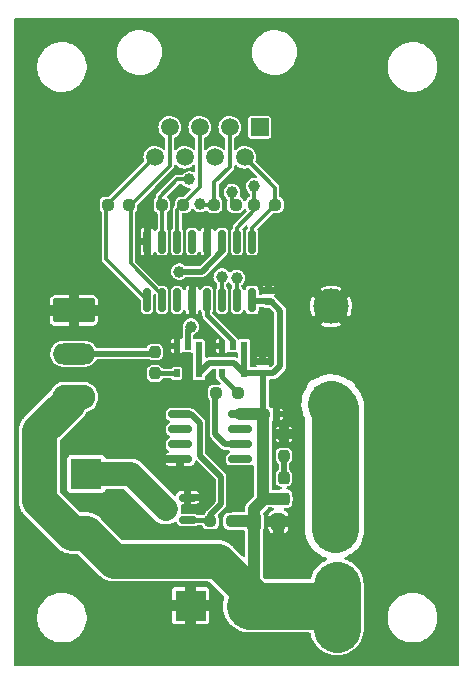
<source format=gbr>
%TF.GenerationSoftware,KiCad,Pcbnew,(6.0.9)*%
%TF.CreationDate,2023-01-01T20:10:18-05:00*%
%TF.ProjectId,Wally_Tree,57616c6c-795f-4547-9265-652e6b696361,v1*%
%TF.SameCoordinates,Original*%
%TF.FileFunction,Copper,L1,Top*%
%TF.FilePolarity,Positive*%
%FSLAX46Y46*%
G04 Gerber Fmt 4.6, Leading zero omitted, Abs format (unit mm)*
G04 Created by KiCad (PCBNEW (6.0.9)) date 2023-01-01 20:10:18*
%MOMM*%
%LPD*%
G01*
G04 APERTURE LIST*
G04 Aperture macros list*
%AMRoundRect*
0 Rectangle with rounded corners*
0 $1 Rounding radius*
0 $2 $3 $4 $5 $6 $7 $8 $9 X,Y pos of 4 corners*
0 Add a 4 corners polygon primitive as box body*
4,1,4,$2,$3,$4,$5,$6,$7,$8,$9,$2,$3,0*
0 Add four circle primitives for the rounded corners*
1,1,$1+$1,$2,$3*
1,1,$1+$1,$4,$5*
1,1,$1+$1,$6,$7*
1,1,$1+$1,$8,$9*
0 Add four rect primitives between the rounded corners*
20,1,$1+$1,$2,$3,$4,$5,0*
20,1,$1+$1,$4,$5,$6,$7,0*
20,1,$1+$1,$6,$7,$8,$9,0*
20,1,$1+$1,$8,$9,$2,$3,0*%
G04 Aperture macros list end*
%TA.AperFunction,ComponentPad*%
%ADD10R,1.500000X1.500000*%
%TD*%
%TA.AperFunction,ComponentPad*%
%ADD11C,1.500000*%
%TD*%
%TA.AperFunction,SMDPad,CuDef*%
%ADD12RoundRect,0.237500X0.250000X0.237500X-0.250000X0.237500X-0.250000X-0.237500X0.250000X-0.237500X0*%
%TD*%
%TA.AperFunction,SMDPad,CuDef*%
%ADD13RoundRect,0.237500X-0.250000X-0.237500X0.250000X-0.237500X0.250000X0.237500X-0.250000X0.237500X0*%
%TD*%
%TA.AperFunction,SMDPad,CuDef*%
%ADD14RoundRect,0.150000X-0.150000X0.825000X-0.150000X-0.825000X0.150000X-0.825000X0.150000X0.825000X0*%
%TD*%
%TA.AperFunction,SMDPad,CuDef*%
%ADD15RoundRect,0.237500X-0.237500X0.250000X-0.237500X-0.250000X0.237500X-0.250000X0.237500X0.250000X0*%
%TD*%
%TA.AperFunction,ComponentPad*%
%ADD16R,2.600000X2.600000*%
%TD*%
%TA.AperFunction,ComponentPad*%
%ADD17C,2.600000*%
%TD*%
%TA.AperFunction,ComponentPad*%
%ADD18R,3.000000X3.000000*%
%TD*%
%TA.AperFunction,ComponentPad*%
%ADD19C,3.000000*%
%TD*%
%TA.AperFunction,SMDPad,CuDef*%
%ADD20RoundRect,0.237500X-0.237500X0.287500X-0.237500X-0.287500X0.237500X-0.287500X0.237500X0.287500X0*%
%TD*%
%TA.AperFunction,SMDPad,CuDef*%
%ADD21RoundRect,0.140000X-0.140000X-0.170000X0.140000X-0.170000X0.140000X0.170000X-0.140000X0.170000X0*%
%TD*%
%TA.AperFunction,SMDPad,CuDef*%
%ADD22R,0.510000X0.700000*%
%TD*%
%TA.AperFunction,SMDPad,CuDef*%
%ADD23RoundRect,0.150000X0.587500X0.150000X-0.587500X0.150000X-0.587500X-0.150000X0.587500X-0.150000X0*%
%TD*%
%TA.AperFunction,ComponentPad*%
%ADD24C,2.475000*%
%TD*%
%TA.AperFunction,SMDPad,CuDef*%
%ADD25RoundRect,0.140000X0.170000X-0.140000X0.170000X0.140000X-0.170000X0.140000X-0.170000X-0.140000X0*%
%TD*%
%TA.AperFunction,SMDPad,CuDef*%
%ADD26RoundRect,0.162500X-0.825000X-0.162500X0.825000X-0.162500X0.825000X0.162500X-0.825000X0.162500X0*%
%TD*%
%TA.AperFunction,SMDPad,CuDef*%
%ADD27RoundRect,0.250000X-0.337500X-0.475000X0.337500X-0.475000X0.337500X0.475000X-0.337500X0.475000X0*%
%TD*%
%TA.AperFunction,ComponentPad*%
%ADD28RoundRect,0.291667X-1.508333X0.758333X-1.508333X-0.758333X1.508333X-0.758333X1.508333X0.758333X0*%
%TD*%
%TA.AperFunction,ComponentPad*%
%ADD29O,3.600000X1.800000*%
%TD*%
%TA.AperFunction,ComponentPad*%
%ADD30O,3.600000X2.100000*%
%TD*%
%TA.AperFunction,ViaPad*%
%ADD31C,1.000000*%
%TD*%
%TA.AperFunction,Conductor*%
%ADD32C,3.000000*%
%TD*%
%TA.AperFunction,Conductor*%
%ADD33C,0.500000*%
%TD*%
%TA.AperFunction,Conductor*%
%ADD34C,4.000000*%
%TD*%
%TA.AperFunction,Conductor*%
%ADD35C,1.000000*%
%TD*%
%TA.AperFunction,Conductor*%
%ADD36C,0.400000*%
%TD*%
%TA.AperFunction,Conductor*%
%ADD37C,0.350000*%
%TD*%
%TA.AperFunction,Conductor*%
%ADD38C,2.000000*%
%TD*%
G04 APERTURE END LIST*
D10*
%TO.P,J7,1*%
%TO.N,/Diff In/Serial1_P*%
X-111366200Y38367700D03*
D11*
%TO.P,J7,2*%
%TO.N,/Diff In/Serial1_N*%
X-112636200Y35827700D03*
%TO.P,J7,3*%
%TO.N,/Diff In/Serial2_P*%
X-113906200Y38367700D03*
%TO.P,J7,4*%
%TO.N,/Diff In/Serial3_N*%
X-115176200Y35827700D03*
%TO.P,J7,5*%
%TO.N,/Diff In/Serial3_P*%
X-116446200Y38367700D03*
%TO.P,J7,6*%
%TO.N,/Diff In/Serial2_N*%
X-117716200Y35827700D03*
%TO.P,J7,7*%
%TO.N,/Diff In/Serial4_P*%
X-118986200Y38367700D03*
%TO.P,J7,8*%
%TO.N,/Diff In/Serial4_N*%
X-120256200Y35827700D03*
%TD*%
D12*
%TO.P,R3,1*%
%TO.N,/Diff In/Serial3_P*%
X-117830700Y31813700D03*
%TO.P,R3,2*%
%TO.N,/Diff In/Serial3_N*%
X-119655700Y31813700D03*
%TD*%
%TO.P,R4,1*%
%TO.N,/Diff In/Serial1_N*%
X-110028700Y31813700D03*
%TO.P,R4,2*%
%TO.N,/Diff In/Serial1_P*%
X-111853700Y31813700D03*
%TD*%
D13*
%TO.P,R5,1*%
%TO.N,/Diff In/Serial2_P*%
X-115228700Y31813700D03*
%TO.P,R5,2*%
%TO.N,/Diff In/Serial2_N*%
X-113403700Y31813700D03*
%TD*%
%TO.P,R6,1*%
%TO.N,/Diff In/Serial4_N*%
X-124227700Y31813700D03*
%TO.P,R6,2*%
%TO.N,/Diff In/Serial4_P*%
X-122402700Y31813700D03*
%TD*%
D14*
%TO.P,U3,1,INPUT_A-*%
%TO.N,/Diff In/Serial1_N*%
X-112003200Y28700700D03*
%TO.P,U3,2,INPUT_A+*%
%TO.N,/Diff In/Serial1_P*%
X-113273200Y28700700D03*
%TO.P,U3,3,OUT_A*%
%TO.N,OUT17*%
X-114543200Y28700700D03*
%TO.P,U3,4,EN*%
%TO.N,GND*%
X-115813200Y28700700D03*
%TO.P,U3,5,OUT_C*%
%TO.N,OUT19*%
X-117083200Y28700700D03*
%TO.P,U3,6,INPUT_C+*%
%TO.N,/Diff In/Serial3_P*%
X-118353200Y28700700D03*
%TO.P,U3,7,INPUT_C-*%
%TO.N,/Diff In/Serial3_N*%
X-119623200Y28700700D03*
%TO.P,U3,8,GND*%
%TO.N,GND*%
X-120893200Y28700700D03*
%TO.P,U3,9,INPUT_D-*%
%TO.N,/Diff In/Serial4_N*%
X-120893200Y23750700D03*
%TO.P,U3,10,INPUT_D+*%
%TO.N,/Diff In/Serial4_P*%
X-119623200Y23750700D03*
%TO.P,U3,11,OUT_D*%
%TO.N,OUT20*%
X-118353200Y23750700D03*
%TO.P,U3,12,EN_2*%
%TO.N,GND*%
X-117083200Y23750700D03*
%TO.P,U3,13,OUT_B*%
%TO.N,OUT18*%
X-115813200Y23750700D03*
%TO.P,U3,14,INPUT_B+*%
%TO.N,/Diff In/Serial2_P*%
X-114543200Y23750700D03*
%TO.P,U3,15,INPUT_B-*%
%TO.N,/Diff In/Serial2_N*%
X-113273200Y23750700D03*
%TO.P,U3,16,VCC*%
%TO.N,+5V*%
X-112003200Y23750700D03*
%TD*%
D15*
%TO.P,R2,1*%
%TO.N,GND*%
X-109312200Y12394700D03*
%TO.P,R2,2*%
%TO.N,Net-(D3-Pad1)*%
X-109312200Y10569700D03*
%TD*%
D16*
%TO.P,J1,1,Pin_1*%
%TO.N,GND*%
X-117216200Y-2130300D03*
D17*
%TO.P,J1,2,Pin_2*%
%TO.N,+5V*%
X-112216200Y-2130300D03*
%TD*%
D18*
%TO.P,TB1,1,P1*%
%TO.N,VIN1*%
X-105324400Y14953740D03*
D19*
%TO.P,TB1,2,P2*%
%TO.N,GND*%
X-105324400Y23203660D03*
%TD*%
D20*
%TO.P,D3,1,K*%
%TO.N,Net-(D3-Pad1)*%
X-109312200Y8689200D03*
%TO.P,D3,2,A*%
%TO.N,+5V*%
X-109312200Y6939200D03*
%TD*%
D15*
%TO.P,R8,1*%
%TO.N,Net-(J3-Pad2)*%
X-120234200Y19356200D03*
%TO.P,R8,2*%
%TO.N,Net-(R8-Pad2)*%
X-120234200Y17531200D03*
%TD*%
D21*
%TO.P,C3,1*%
%TO.N,+5V*%
X-110896200Y14085700D03*
%TO.P,C3,2*%
%TO.N,GND*%
X-109936200Y14085700D03*
%TD*%
D16*
%TO.P,J2,1,Pin_1*%
%TO.N,STAR_OUT*%
X-126045200Y9019700D03*
D17*
%TO.P,J2,2,Pin_2*%
%TO.N,+5V*%
X-126045200Y4019700D03*
%TD*%
D22*
%TO.P,U4,1*%
%TO.N,+5V*%
X-116490200Y19857700D03*
%TO.P,U4,2*%
%TO.N,OUT17*%
X-117440200Y19857700D03*
%TO.P,U4,3,GND*%
%TO.N,GND*%
X-118390200Y19857700D03*
%TO.P,U4,4*%
%TO.N,Net-(R8-Pad2)*%
X-118390200Y17537700D03*
%TO.P,U4,5,VCC*%
%TO.N,+5V*%
X-116490200Y17537700D03*
%TD*%
D23*
%TO.P,Q1,1,G*%
%TO.N,Net-(Q1-Pad1)*%
X-117440200Y5113700D03*
%TO.P,Q1,2,S*%
%TO.N,GND*%
X-117440200Y7013700D03*
%TO.P,Q1,3,D*%
%TO.N,STAR_OUT*%
X-119315200Y6063700D03*
%TD*%
D24*
%TO.P,F1,1_1,1*%
%TO.N,VIN1*%
X-105016200Y7835700D03*
%TO.P,F1,1_2,1*%
X-105016200Y4135700D03*
%TO.P,F1,2_1,2*%
%TO.N,+5V*%
X-105016200Y-364300D03*
%TO.P,F1,2_2,2*%
X-105016200Y-4064300D03*
%TD*%
D25*
%TO.P,C2,1*%
%TO.N,+5V*%
X-111116200Y17605700D03*
%TO.P,C2,2*%
%TO.N,GND*%
X-111116200Y18565700D03*
%TD*%
D26*
%TO.P,U2,1,OUTR*%
%TO.N,Net-(Q1-Pad1)*%
X-118107700Y14074700D03*
%TO.P,U2,2,OUTG*%
%TO.N,unconnected-(U2-Pad2)*%
X-118107700Y12804700D03*
%TO.P,U2,3,OUTB*%
%TO.N,unconnected-(U2-Pad3)*%
X-118107700Y11534700D03*
%TO.P,U2,4,GND*%
%TO.N,GND*%
X-118107700Y10264700D03*
%TO.P,U2,5,DO*%
%TO.N,unconnected-(U2-Pad5)*%
X-113032700Y10264700D03*
%TO.P,U2,6,DIN*%
%TO.N,Net-(R1-Pad1)*%
X-113032700Y11534700D03*
%TO.P,U2,7,SET*%
%TO.N,unconnected-(U2-Pad7)*%
X-113032700Y12804700D03*
%TO.P,U2,8,VDD*%
%TO.N,+5V*%
X-113032700Y14074700D03*
%TD*%
D25*
%TO.P,C4,1*%
%TO.N,+5V*%
X-110616200Y23605700D03*
%TO.P,C4,2*%
%TO.N,GND*%
X-110616200Y24565700D03*
%TD*%
D27*
%TO.P,C1,1*%
%TO.N,+5V*%
X-111853700Y4981700D03*
%TO.P,C1,2*%
%TO.N,GND*%
X-109778700Y4981700D03*
%TD*%
D12*
%TO.P,R7,1*%
%TO.N,+5V*%
X-113703700Y5013700D03*
%TO.P,R7,2*%
%TO.N,Net-(Q1-Pad1)*%
X-115528700Y5013700D03*
%TD*%
D28*
%TO.P,J3,1,Pin_1*%
%TO.N,GND*%
X-127092200Y22865700D03*
D29*
%TO.P,J3,2,Pin_2*%
%TO.N,Net-(J3-Pad2)*%
X-127092200Y19205700D03*
D30*
%TO.P,J3,3,Pin_3*%
%TO.N,+5V*%
X-127092200Y15545700D03*
%TD*%
D13*
%TO.P,R1,1*%
%TO.N,Net-(R1-Pad1)*%
X-115050700Y15903700D03*
%TO.P,R1,2*%
%TO.N,Net-(R1-Pad2)*%
X-113225700Y15903700D03*
%TD*%
D22*
%TO.P,U1,1*%
%TO.N,+5V*%
X-112680200Y19867700D03*
%TO.P,U1,2*%
%TO.N,OUT18*%
X-113630200Y19867700D03*
%TO.P,U1,3,GND*%
%TO.N,GND*%
X-114580200Y19867700D03*
%TO.P,U1,4*%
%TO.N,Net-(R1-Pad2)*%
X-114580200Y17547700D03*
%TO.P,U1,5,VCC*%
%TO.N,+5V*%
X-112680200Y17547700D03*
%TD*%
D31*
%TO.N,GND*%
X-115816200Y30485700D03*
X-119496200Y26479700D03*
X-120816200Y13085700D03*
X-102016200Y17885700D03*
X-109916200Y3085700D03*
X-102416200Y-6514300D03*
X-118710200Y21491700D03*
X-111016200Y19885700D03*
X-115877700Y8315700D03*
X-113416200Y3685700D03*
X-114416200Y44005700D03*
X-110216200Y1485700D03*
X-131016200Y16085700D03*
X-110416200Y25885700D03*
X-121816200Y17685700D03*
X-124616200Y46685700D03*
X-121020200Y30543700D03*
X-117616200Y15885700D03*
X-116956200Y44005700D03*
X-120488200Y21491700D03*
X-112616200Y8285700D03*
X-108316200Y4985700D03*
X-107016200Y35085700D03*
X-115852243Y21049657D03*
X-106816200Y45885700D03*
X-109416200Y16485700D03*
X-122616200Y5285700D03*
X-117147700Y8315700D03*
X-108316200Y3485700D03*
X-118417700Y8315700D03*
X-106616200Y-6714300D03*
X-101616200Y8885700D03*
X-124576200Y38925700D03*
X-124576200Y33845700D03*
X-108716200Y14085700D03*
X-110216200Y28685700D03*
X-101616200Y1285700D03*
X-108216200Y9685700D03*
X-115877700Y7045700D03*
%TO.N,OUT17*%
X-118196200Y26155700D03*
X-117186200Y21505700D03*
%TO.N,/Diff In/Serial2_N*%
X-113710241Y32885686D03*
X-113316200Y25615700D03*
%TO.N,/Diff In/Serial3_N*%
X-117321210Y33958710D03*
%TO.N,/Diff In/Serial2_P*%
X-116416200Y31885704D03*
X-114566200Y25729700D03*
%TO.N,/Diff In/Serial1_P*%
X-111816200Y33385700D03*
%TD*%
D32*
%TO.N,+5V*%
X-123705200Y1679700D02*
X-114926200Y1679700D01*
D33*
X-116490200Y17537700D02*
X-116490200Y19857700D01*
D32*
X-130016200Y6790700D02*
X-130016200Y12621700D01*
D34*
X-104816200Y-364300D02*
X-104816200Y-4064300D01*
D32*
X-130016200Y12621700D02*
X-127600200Y15037700D01*
D33*
X-109616200Y18139700D02*
X-110212200Y17543700D01*
D35*
X-111853700Y6048200D02*
X-111853700Y4981700D01*
D33*
X-112676200Y17543700D02*
X-112680200Y17547700D01*
D35*
X-111163700Y6738200D02*
X-111853700Y6048200D01*
D33*
X-111888200Y23635700D02*
X-112003200Y23750700D01*
X-113530200Y18397700D02*
X-115630200Y18397700D01*
D35*
X-111852200Y-1448298D02*
X-111170200Y-2130298D01*
D34*
X-112216200Y-2130300D02*
X-111598200Y-2130300D01*
D33*
X-109616200Y22835700D02*
X-109616200Y18139700D01*
D32*
X-112216200Y-2130300D02*
X-111170202Y-2130300D01*
D35*
X-113032700Y14074700D02*
X-110966200Y14074700D01*
X-109312200Y6939200D02*
X-110656700Y6939200D01*
D33*
X-115630200Y18397700D02*
X-116490200Y17537700D01*
X-111090200Y17543700D02*
X-112676200Y17543700D01*
D32*
X-126045200Y4019700D02*
X-127245200Y4019700D01*
D34*
X-105016200Y-2114300D02*
X-105032200Y-2130300D01*
X-105032200Y-2130300D02*
X-112216200Y-2130300D01*
D32*
X-126045200Y4019700D02*
X-123705200Y1679700D01*
D33*
X-111090200Y14307200D02*
X-110857700Y14074700D01*
D35*
X-111885700Y5013700D02*
X-113703700Y5013700D01*
X-111853700Y4981700D02*
X-111885700Y5013700D01*
D32*
X-112216200Y-1030300D02*
X-112216200Y-2130300D01*
D33*
X-111090200Y17543700D02*
X-111090200Y14307200D01*
D35*
X-110966200Y14074700D02*
X-110966200Y14015700D01*
X-111090200Y13891700D02*
X-111090200Y6970700D01*
D32*
X-114926200Y1679700D02*
X-112216200Y-1030300D01*
D33*
X-112680200Y17547700D02*
X-113530200Y18397700D01*
X-110416200Y23635700D02*
X-109616200Y22835700D01*
D32*
X-127245200Y4019700D02*
X-130016200Y6790700D01*
D35*
X-110966200Y14015700D02*
X-111090200Y13891700D01*
X-111852200Y4980200D02*
X-111852200Y-1448298D01*
X-111853700Y4981700D02*
X-111852200Y4980200D01*
D32*
X-111170202Y-2130300D02*
X-111170200Y-2130298D01*
D33*
X-110212200Y17543700D02*
X-111090200Y17543700D01*
X-112680200Y19867700D02*
X-112680200Y17547700D01*
X-110416200Y23635700D02*
X-111888200Y23635700D01*
D34*
%TO.N,VIN1*%
X-105016200Y4335700D02*
X-105016200Y14645540D01*
X-105016200Y14645540D02*
X-105324400Y14953740D01*
D36*
%TO.N,OUT18*%
X-115813200Y22482700D02*
X-113630200Y20299700D01*
X-115813200Y23750700D02*
X-115813200Y22482700D01*
X-113630200Y20299700D02*
X-113630200Y19867700D01*
D33*
%TO.N,OUT17*%
X-114543200Y27858700D02*
X-116246200Y26155700D01*
X-116246200Y26155700D02*
X-118196200Y26155700D01*
X-117186200Y21505700D02*
X-117440200Y21251700D01*
X-117440200Y21251700D02*
X-117440200Y19857700D01*
X-114543200Y28700700D02*
X-114543200Y27858700D01*
%TO.N,Net-(D3-Pad1)*%
X-109312200Y10569700D02*
X-109312200Y8689200D01*
D37*
%TO.N,/Diff In/Serial4_N*%
X-120256200Y35827700D02*
X-124270200Y31813700D01*
X-124340200Y27197700D02*
X-120893200Y23750700D01*
X-124340200Y31813700D02*
X-124340200Y27197700D01*
X-124270200Y31813700D02*
X-124340200Y31813700D01*
%TO.N,/Diff In/Serial4_P*%
X-118986200Y35117700D02*
X-122290200Y31813700D01*
X-119623200Y23750700D02*
X-119623200Y24198178D01*
X-122290200Y26865178D02*
X-122290200Y31813700D01*
X-118986200Y38367700D02*
X-118986200Y35117700D01*
X-119623200Y24198178D02*
X-122290200Y26865178D01*
%TO.N,/Diff In/Serial2_N*%
X-113710241Y32082741D02*
X-113710241Y32885686D01*
X-113273200Y23750700D02*
X-113316200Y23793700D01*
X-113316200Y23793700D02*
X-113316200Y25615700D01*
X-113441200Y31813700D02*
X-113710241Y32082741D01*
%TO.N,/Diff In/Serial3_P*%
X-116446200Y33300704D02*
X-118353200Y31393704D01*
X-118353200Y31393704D02*
X-118353200Y29675700D01*
X-116446200Y38367700D02*
X-116446200Y33300704D01*
X-118353200Y29675700D02*
X-118353200Y28700700D01*
%TO.N,/Diff In/Serial3_N*%
X-119768200Y31813700D02*
X-119768200Y32513700D01*
X-119768200Y32513700D02*
X-118323190Y33958710D01*
X-118323190Y33958710D02*
X-117321210Y33958710D01*
X-119623200Y31668700D02*
X-119768200Y31813700D01*
X-119623200Y28700700D02*
X-119623200Y31668700D01*
%TO.N,/Diff In/Serial2_P*%
X-114543200Y23750700D02*
X-114566200Y23773700D01*
X-114566200Y23773700D02*
X-114566200Y25729700D01*
X-113906200Y38367700D02*
X-113906200Y34995700D01*
X-113906200Y34995700D02*
X-115191200Y33710700D01*
X-115191200Y33710700D02*
X-115191200Y31813700D01*
X-116344196Y31813700D02*
X-116416200Y31885704D01*
X-115191200Y31813700D02*
X-116344196Y31813700D01*
%TO.N,/Diff In/Serial1_N*%
X-112636200Y35827700D02*
X-110066200Y33257700D01*
X-112003200Y29876700D02*
X-110066200Y31813700D01*
X-110066200Y33257700D02*
X-110066200Y31813700D01*
X-112003200Y28700700D02*
X-112003200Y29876700D01*
%TO.N,/Diff In/Serial1_P*%
X-111816200Y31813700D02*
X-111816200Y33385700D01*
X-111816200Y31338700D02*
X-111816200Y31813700D01*
X-113273200Y28700700D02*
X-113273200Y29881700D01*
X-113273200Y29881700D02*
X-111816200Y31338700D01*
D36*
%TO.N,Net-(R8-Pad2)*%
X-120234200Y17531200D02*
X-118396700Y17531200D01*
X-118396700Y17531200D02*
X-118390200Y17537700D01*
D38*
%TO.N,STAR_OUT*%
X-122271200Y9019700D02*
X-126045200Y9019700D01*
X-119315200Y6063700D02*
X-122271200Y9019700D01*
D33*
%TO.N,Net-(J3-Pad2)*%
X-127092200Y19205700D02*
X-120384700Y19205700D01*
X-120384700Y19205700D02*
X-120234200Y19356200D01*
D36*
%TO.N,Net-(Q1-Pad1)*%
X-117440200Y5113700D02*
X-115628700Y5113700D01*
D33*
X-115528700Y5573200D02*
X-115528700Y5013700D01*
X-116416200Y10561700D02*
X-116416200Y13355700D01*
X-114900200Y9045700D02*
X-114646200Y8791700D01*
X-114824200Y8969700D02*
X-114900200Y9045700D01*
X-116416200Y13355700D02*
X-117135200Y14074700D01*
D36*
X-115628700Y5113700D02*
X-115528700Y5013700D01*
D33*
X-114646200Y8791700D02*
X-114646200Y6455700D01*
X-114646200Y6455700D02*
X-115528700Y5573200D01*
X-114900200Y9045700D02*
X-116416200Y10561700D01*
X-117135200Y14074700D02*
X-118107700Y14074700D01*
%TO.N,Net-(R1-Pad1)*%
X-115154200Y12388494D02*
X-114300406Y11534700D01*
X-115154200Y15499200D02*
X-115154200Y12388494D01*
X-114300406Y11534700D02*
X-113032700Y11534700D01*
D36*
%TO.N,Net-(R1-Pad2)*%
X-114580200Y17547700D02*
X-114580200Y17258200D01*
X-114580200Y17258200D02*
X-113225700Y15903700D01*
%TD*%
%TA.AperFunction,Conductor*%
%TO.N,GND*%
G36*
X-94584579Y47565198D02*
G01*
X-94538086Y47511542D01*
X-94526700Y47459200D01*
X-94526700Y-7137800D01*
X-94546702Y-7205921D01*
X-94600358Y-7252414D01*
X-94652700Y-7263800D01*
X-132069558Y-7263800D01*
X-132137679Y-7243798D01*
X-132184172Y-7190142D01*
X-132195558Y-7137745D01*
X-132193882Y-3278500D01*
X-130209453Y-3278500D01*
X-130208894Y-3282744D01*
X-130208894Y-3282748D01*
X-130204571Y-3315582D01*
X-130172071Y-3562449D01*
X-130096498Y-3838698D01*
X-129984132Y-4102135D01*
X-129837054Y-4347885D01*
X-129834370Y-4351236D01*
X-129834368Y-4351238D01*
X-129810684Y-4380800D01*
X-129657985Y-4571400D01*
X-129450238Y-4768545D01*
X-129217657Y-4935671D01*
X-128964547Y-5069686D01*
X-128695590Y-5168110D01*
X-128415764Y-5229122D01*
X-128376299Y-5232228D01*
X-128193603Y-5246607D01*
X-128193596Y-5246607D01*
X-128191147Y-5246800D01*
X-128036208Y-5246800D01*
X-128034072Y-5246654D01*
X-128034061Y-5246654D01*
X-127826740Y-5232520D01*
X-127826734Y-5232519D01*
X-127822463Y-5232228D01*
X-127818268Y-5231359D01*
X-127818266Y-5231359D01*
X-127676207Y-5201940D01*
X-127542014Y-5174150D01*
X-127272042Y-5078548D01*
X-127017542Y-4947191D01*
X-127014041Y-4944730D01*
X-127014037Y-4944728D01*
X-126786729Y-4784973D01*
X-126786723Y-4784968D01*
X-126783224Y-4782509D01*
X-126573424Y-4587551D01*
X-126562625Y-4574358D01*
X-126404200Y-4380800D01*
X-126392023Y-4365923D01*
X-126242380Y-4121727D01*
X-126235398Y-4105822D01*
X-126128986Y-3863410D01*
X-126128985Y-3863406D01*
X-126127262Y-3859482D01*
X-126048800Y-3584039D01*
X-126029656Y-3449524D01*
X-118774199Y-3449524D01*
X-118772992Y-3461783D01*
X-118761652Y-3518796D01*
X-118752337Y-3541285D01*
X-118709101Y-3605992D01*
X-118691892Y-3623201D01*
X-118627186Y-3666436D01*
X-118604694Y-3675752D01*
X-118547681Y-3687093D01*
X-118535426Y-3688300D01*
X-117688315Y-3688300D01*
X-117673076Y-3683825D01*
X-117671871Y-3682435D01*
X-117670200Y-3674752D01*
X-117670200Y-3670184D01*
X-116762200Y-3670184D01*
X-116757725Y-3685423D01*
X-116756335Y-3686628D01*
X-116748652Y-3688299D01*
X-115896976Y-3688299D01*
X-115884717Y-3687092D01*
X-115827704Y-3675752D01*
X-115805215Y-3666437D01*
X-115740508Y-3623201D01*
X-115723299Y-3605992D01*
X-115680064Y-3541286D01*
X-115670748Y-3518794D01*
X-115659407Y-3461781D01*
X-115658200Y-3449526D01*
X-115658200Y-2602415D01*
X-115662675Y-2587176D01*
X-115664065Y-2585971D01*
X-115671748Y-2584300D01*
X-116744085Y-2584300D01*
X-116759324Y-2588775D01*
X-116760529Y-2590165D01*
X-116762200Y-2597848D01*
X-116762200Y-3670184D01*
X-117670200Y-3670184D01*
X-117670200Y-2602415D01*
X-117674675Y-2587176D01*
X-117676065Y-2585971D01*
X-117683748Y-2584300D01*
X-118756084Y-2584300D01*
X-118771323Y-2588775D01*
X-118772528Y-2590165D01*
X-118774199Y-2597848D01*
X-118774199Y-3449524D01*
X-126029656Y-3449524D01*
X-126008446Y-3300496D01*
X-126006947Y-3014100D01*
X-126010402Y-2987852D01*
X-126038944Y-2771057D01*
X-126044329Y-2730151D01*
X-126119902Y-2453902D01*
X-126232268Y-2190465D01*
X-126379346Y-1944715D01*
X-126558415Y-1721200D01*
X-126624819Y-1658185D01*
X-118774200Y-1658185D01*
X-118769725Y-1673424D01*
X-118768335Y-1674629D01*
X-118760652Y-1676300D01*
X-117688315Y-1676300D01*
X-117673076Y-1671825D01*
X-117671871Y-1670435D01*
X-117670200Y-1662752D01*
X-117670200Y-1658185D01*
X-116762200Y-1658185D01*
X-116757725Y-1673424D01*
X-116756335Y-1674629D01*
X-116748652Y-1676300D01*
X-115676316Y-1676300D01*
X-115661077Y-1671825D01*
X-115659872Y-1670435D01*
X-115658201Y-1662752D01*
X-115658201Y-811076D01*
X-115659408Y-798817D01*
X-115670748Y-741804D01*
X-115680063Y-719315D01*
X-115723299Y-654608D01*
X-115740508Y-637399D01*
X-115805214Y-594164D01*
X-115827706Y-584848D01*
X-115884719Y-573507D01*
X-115896974Y-572300D01*
X-116744085Y-572300D01*
X-116759324Y-576775D01*
X-116760529Y-578165D01*
X-116762200Y-585848D01*
X-116762200Y-1658185D01*
X-117670200Y-1658185D01*
X-117670200Y-590416D01*
X-117674675Y-575177D01*
X-117676065Y-573972D01*
X-117683748Y-572301D01*
X-118535424Y-572301D01*
X-118547683Y-573508D01*
X-118604696Y-584848D01*
X-118627185Y-594163D01*
X-118691892Y-637399D01*
X-118709101Y-654608D01*
X-118752336Y-719314D01*
X-118761652Y-741806D01*
X-118772993Y-798819D01*
X-118774200Y-811074D01*
X-118774200Y-1658185D01*
X-126624819Y-1658185D01*
X-126766162Y-1524055D01*
X-126998743Y-1356929D01*
X-127251853Y-1222914D01*
X-127520810Y-1124490D01*
X-127800636Y-1063478D01*
X-127843811Y-1060080D01*
X-128022797Y-1045993D01*
X-128022804Y-1045993D01*
X-128025253Y-1045800D01*
X-128180192Y-1045800D01*
X-128182328Y-1045946D01*
X-128182339Y-1045946D01*
X-128389660Y-1060080D01*
X-128389666Y-1060081D01*
X-128393937Y-1060372D01*
X-128398132Y-1061241D01*
X-128398134Y-1061241D01*
X-128534161Y-1089411D01*
X-128674386Y-1118450D01*
X-128944358Y-1214052D01*
X-129198858Y-1345409D01*
X-129202359Y-1347870D01*
X-129202363Y-1347872D01*
X-129429671Y-1507627D01*
X-129429677Y-1507632D01*
X-129433176Y-1510091D01*
X-129509106Y-1580649D01*
X-129612038Y-1676300D01*
X-129642976Y-1705049D01*
X-129645690Y-1708365D01*
X-129645693Y-1708368D01*
X-129658944Y-1724558D01*
X-129824377Y-1926677D01*
X-129974020Y-2170873D01*
X-129975747Y-2174807D01*
X-129975748Y-2174809D01*
X-129982620Y-2190465D01*
X-130089138Y-2433118D01*
X-130167600Y-2708561D01*
X-130207954Y-2992104D01*
X-130209453Y-3278500D01*
X-132193882Y-3278500D01*
X-132189521Y6760064D01*
X-131771341Y6760064D01*
X-131767050Y6713372D01*
X-131760937Y6646840D01*
X-131760754Y6644649D01*
X-131759645Y6629726D01*
X-131752326Y6531234D01*
X-131751294Y6526671D01*
X-131751292Y6526661D01*
X-131750762Y6524318D01*
X-131748185Y6508052D01*
X-131748108Y6507216D01*
X-131747534Y6500974D01*
X-131746423Y6496435D01*
X-131746423Y6496433D01*
X-131720499Y6390486D01*
X-131719995Y6388348D01*
X-131717550Y6377545D01*
X-131694905Y6277468D01*
X-131692334Y6270856D01*
X-131687382Y6255151D01*
X-131685693Y6248249D01*
X-131683920Y6243916D01*
X-131683920Y6243915D01*
X-131642631Y6142989D01*
X-131641816Y6140948D01*
X-131630926Y6112947D01*
X-131600605Y6034977D01*
X-131598285Y6030918D01*
X-131598283Y6030914D01*
X-131597084Y6028816D01*
X-131589864Y6014014D01*
X-131587175Y6007441D01*
X-131529217Y5910024D01*
X-131529040Y5909726D01*
X-131527934Y5907829D01*
X-131471499Y5809088D01*
X-131467097Y5803504D01*
X-131457773Y5789936D01*
X-131454145Y5783839D01*
X-131438466Y5764649D01*
X-131382228Y5695816D01*
X-131380852Y5694102D01*
X-131317341Y5613540D01*
X-131310423Y5604764D01*
X-131260251Y5557567D01*
X-131234599Y5533436D01*
X-131231837Y5530756D01*
X-128521650Y2820569D01*
X-128516742Y2815375D01*
X-128464609Y2756965D01*
X-128461010Y2753972D01*
X-128377179Y2684251D01*
X-128375500Y2682830D01*
X-128300135Y2617891D01*
X-128289356Y2608603D01*
X-128285393Y2606102D01*
X-128285391Y2606101D01*
X-128283357Y2604817D01*
X-128270033Y2595136D01*
X-128268174Y2593590D01*
X-128268161Y2593581D01*
X-128264571Y2590595D01*
X-128260577Y2588171D01*
X-128260575Y2588170D01*
X-128167346Y2531598D01*
X-128165475Y2530440D01*
X-128069314Y2469766D01*
X-128065038Y2467885D01*
X-128065028Y2467879D01*
X-128062810Y2466903D01*
X-128048204Y2459300D01*
X-128046133Y2458043D01*
X-128046129Y2458041D01*
X-128042139Y2455620D01*
X-128037831Y2453813D01*
X-128037830Y2453813D01*
X-127937286Y2411651D01*
X-127935294Y2410796D01*
X-127831167Y2364979D01*
X-127826656Y2363749D01*
X-127826653Y2363748D01*
X-127824315Y2363110D01*
X-127808744Y2357749D01*
X-127802199Y2355005D01*
X-127691965Y2327010D01*
X-127689951Y2326480D01*
X-127580147Y2296544D01*
X-127573100Y2295710D01*
X-127556895Y2292706D01*
X-127550023Y2290961D01*
X-127436884Y2279568D01*
X-127434763Y2279336D01*
X-127321770Y2265963D01*
X-127217746Y2269141D01*
X-127213898Y2269200D01*
X-126822471Y2269200D01*
X-126754350Y2249198D01*
X-126733376Y2232295D01*
X-124981650Y480569D01*
X-124976742Y475375D01*
X-124924609Y416965D01*
X-124921010Y413972D01*
X-124837179Y344251D01*
X-124835527Y342853D01*
X-124749356Y268603D01*
X-124745393Y266102D01*
X-124745391Y266101D01*
X-124743357Y264817D01*
X-124730033Y255136D01*
X-124728174Y253590D01*
X-124728161Y253581D01*
X-124724571Y250595D01*
X-124720577Y248171D01*
X-124720575Y248170D01*
X-124627346Y191598D01*
X-124625475Y190440D01*
X-124545854Y140202D01*
X-124529314Y129766D01*
X-124525038Y127885D01*
X-124525028Y127879D01*
X-124522810Y126903D01*
X-124508204Y119300D01*
X-124506133Y118043D01*
X-124506129Y118041D01*
X-124502139Y115620D01*
X-124497831Y113813D01*
X-124497830Y113813D01*
X-124397274Y71646D01*
X-124395282Y70791D01*
X-124291166Y24979D01*
X-124286651Y23748D01*
X-124286648Y23747D01*
X-124284319Y23112D01*
X-124268752Y17752D01*
X-124266512Y16813D01*
X-124266505Y16811D01*
X-124262199Y15005D01*
X-124151932Y-12999D01*
X-124149919Y-13529D01*
X-124040147Y-43456D01*
X-124033100Y-44290D01*
X-124016895Y-47294D01*
X-124010023Y-49039D01*
X-123896884Y-60432D01*
X-123894763Y-60664D01*
X-123781770Y-74037D01*
X-123677746Y-70859D01*
X-123673898Y-70800D01*
X-115703471Y-70800D01*
X-115635350Y-90802D01*
X-115614376Y-107705D01*
X-114394160Y-1327921D01*
X-114360134Y-1390233D01*
X-114363287Y-1455532D01*
X-114404738Y-1584636D01*
X-114457680Y-1878878D01*
X-114457869Y-1883045D01*
X-114457870Y-1883052D01*
X-114471053Y-2173366D01*
X-114471242Y-2177536D01*
X-114470879Y-2181684D01*
X-114470879Y-2181689D01*
X-114470111Y-2190465D01*
X-114445186Y-2475365D01*
X-114379968Y-2767132D01*
X-114276736Y-3047710D01*
X-114274785Y-3051410D01*
X-114274783Y-3051415D01*
X-114145723Y-3296199D01*
X-114137302Y-3312170D01*
X-113964116Y-3555865D01*
X-113760221Y-3774516D01*
X-113529200Y-3964279D01*
X-113275110Y-4121821D01*
X-113002417Y-4244374D01*
X-112920733Y-4268725D01*
X-112719910Y-4328593D01*
X-112719908Y-4328593D01*
X-112715911Y-4329785D01*
X-112711791Y-4330438D01*
X-112711789Y-4330438D01*
X-112624899Y-4344200D01*
X-112420625Y-4376554D01*
X-112378065Y-4378487D01*
X-112328541Y-4380736D01*
X-112328522Y-4380736D01*
X-112327122Y-4380800D01*
X-107151385Y-4380800D01*
X-107083264Y-4400802D01*
X-107036771Y-4454458D01*
X-107027871Y-4481895D01*
X-106992830Y-4655677D01*
X-106895496Y-4938356D01*
X-106893627Y-4942089D01*
X-106893625Y-4942093D01*
X-106804837Y-5119398D01*
X-106761631Y-5205678D01*
X-106593587Y-5452947D01*
X-106590803Y-5456061D01*
X-106590802Y-5456062D01*
X-106397104Y-5672703D01*
X-106394317Y-5675820D01*
X-106167320Y-5870379D01*
X-106163818Y-5872653D01*
X-105920096Y-6030929D01*
X-105920091Y-6030932D01*
X-105916586Y-6033208D01*
X-105646519Y-6161445D01*
X-105642536Y-6162724D01*
X-105642533Y-6162725D01*
X-105436170Y-6228981D01*
X-105361864Y-6252838D01*
X-105280411Y-6267494D01*
X-105071731Y-6305041D01*
X-105071726Y-6305042D01*
X-105067622Y-6305780D01*
X-105063455Y-6305969D01*
X-105063448Y-6305970D01*
X-104773134Y-6319153D01*
X-104773129Y-6319153D01*
X-104768964Y-6319342D01*
X-104764816Y-6318979D01*
X-104764811Y-6318979D01*
X-104644912Y-6308489D01*
X-104471135Y-6293286D01*
X-104241139Y-6241875D01*
X-104183452Y-6228981D01*
X-104183450Y-6228981D01*
X-104179368Y-6228068D01*
X-103898790Y-6124836D01*
X-103895090Y-6122885D01*
X-103895085Y-6122883D01*
X-103638034Y-5987355D01*
X-103638033Y-5987354D01*
X-103634330Y-5985402D01*
X-103390635Y-5812216D01*
X-103171984Y-5608321D01*
X-102982221Y-5377300D01*
X-102824679Y-5123210D01*
X-102702126Y-4850517D01*
X-102624603Y-4590472D01*
X-102617907Y-4568010D01*
X-102617907Y-4568008D01*
X-102616715Y-4564011D01*
X-102569946Y-4268725D01*
X-102565700Y-4175222D01*
X-102565700Y-3278500D01*
X-100517453Y-3278500D01*
X-100516894Y-3282744D01*
X-100516894Y-3282748D01*
X-100512571Y-3315582D01*
X-100480071Y-3562449D01*
X-100404498Y-3838698D01*
X-100292132Y-4102135D01*
X-100145054Y-4347885D01*
X-100142370Y-4351236D01*
X-100142368Y-4351238D01*
X-100118684Y-4380800D01*
X-99965985Y-4571400D01*
X-99758238Y-4768545D01*
X-99525657Y-4935671D01*
X-99272547Y-5069686D01*
X-99003590Y-5168110D01*
X-98723764Y-5229122D01*
X-98684299Y-5232228D01*
X-98501603Y-5246607D01*
X-98501596Y-5246607D01*
X-98499147Y-5246800D01*
X-98344208Y-5246800D01*
X-98342072Y-5246654D01*
X-98342061Y-5246654D01*
X-98134740Y-5232520D01*
X-98134734Y-5232519D01*
X-98130463Y-5232228D01*
X-98126268Y-5231359D01*
X-98126266Y-5231359D01*
X-97984207Y-5201940D01*
X-97850014Y-5174150D01*
X-97580042Y-5078548D01*
X-97325542Y-4947191D01*
X-97322041Y-4944730D01*
X-97322037Y-4944728D01*
X-97094729Y-4784973D01*
X-97094723Y-4784968D01*
X-97091224Y-4782509D01*
X-96881424Y-4587551D01*
X-96870625Y-4574358D01*
X-96712200Y-4380800D01*
X-96700023Y-4365923D01*
X-96550380Y-4121727D01*
X-96543398Y-4105822D01*
X-96436986Y-3863410D01*
X-96436985Y-3863406D01*
X-96435262Y-3859482D01*
X-96356800Y-3584039D01*
X-96316446Y-3300496D01*
X-96314947Y-3014100D01*
X-96318402Y-2987852D01*
X-96346944Y-2771057D01*
X-96352329Y-2730151D01*
X-96427902Y-2453902D01*
X-96540268Y-2190465D01*
X-96687346Y-1944715D01*
X-96866415Y-1721200D01*
X-97074162Y-1524055D01*
X-97306743Y-1356929D01*
X-97559853Y-1222914D01*
X-97828810Y-1124490D01*
X-98108636Y-1063478D01*
X-98151811Y-1060080D01*
X-98330797Y-1045993D01*
X-98330804Y-1045993D01*
X-98333253Y-1045800D01*
X-98488192Y-1045800D01*
X-98490328Y-1045946D01*
X-98490339Y-1045946D01*
X-98697660Y-1060080D01*
X-98697666Y-1060081D01*
X-98701937Y-1060372D01*
X-98706132Y-1061241D01*
X-98706134Y-1061241D01*
X-98842161Y-1089411D01*
X-98982386Y-1118450D01*
X-99252358Y-1214052D01*
X-99506858Y-1345409D01*
X-99510359Y-1347870D01*
X-99510363Y-1347872D01*
X-99737671Y-1507627D01*
X-99737677Y-1507632D01*
X-99741176Y-1510091D01*
X-99817106Y-1580649D01*
X-99920038Y-1676300D01*
X-99950976Y-1705049D01*
X-99953690Y-1708365D01*
X-99953693Y-1708368D01*
X-99966944Y-1724558D01*
X-100132377Y-1926677D01*
X-100282020Y-2170873D01*
X-100283747Y-2174807D01*
X-100283748Y-2174809D01*
X-100290620Y-2190465D01*
X-100397138Y-2433118D01*
X-100475600Y-2708561D01*
X-100515954Y-2992104D01*
X-100517453Y-3278500D01*
X-102565700Y-3278500D01*
X-102565700Y-288466D01*
X-102580477Y-65991D01*
X-102639570Y227077D01*
X-102736904Y509756D01*
X-102870769Y777078D01*
X-103038813Y1024347D01*
X-103180280Y1182571D01*
X-103235296Y1244103D01*
X-103235297Y1244104D01*
X-103238083Y1247220D01*
X-103465080Y1441779D01*
X-103642199Y1556802D01*
X-103712304Y1602329D01*
X-103712309Y1602332D01*
X-103715814Y1604608D01*
X-103985881Y1732845D01*
X-104099126Y1769204D01*
X-104157872Y1809072D01*
X-104185737Y1874372D01*
X-104173875Y1944371D01*
X-104126052Y1996844D01*
X-104106993Y2006324D01*
X-104069024Y2021357D01*
X-103949434Y2068706D01*
X-103673716Y2220284D01*
X-103670512Y2222612D01*
X-103670507Y2222615D01*
X-103422374Y2402894D01*
X-103422372Y2402895D01*
X-103419170Y2405222D01*
X-103211313Y2600413D01*
X-103192701Y2617891D01*
X-103192700Y2617892D01*
X-103189810Y2620606D01*
X-102989253Y2863037D01*
X-102820663Y3128693D01*
X-102818979Y3132272D01*
X-102818975Y3132279D01*
X-102688386Y3409795D01*
X-102688384Y3409799D01*
X-102686697Y3413385D01*
X-102684525Y3420068D01*
X-102590696Y3708845D01*
X-102589469Y3712621D01*
X-102530512Y4021685D01*
X-102517711Y4225147D01*
X-102515825Y4255122D01*
X-102515824Y4255138D01*
X-102515700Y4257117D01*
X-102515700Y14604263D01*
X-102515638Y14608221D01*
X-102512116Y14720281D01*
X-102512116Y14720287D01*
X-102511992Y14724238D01*
X-102522919Y14839833D01*
X-102523227Y14843753D01*
X-102525701Y14883079D01*
X-102530512Y14959555D01*
X-102536782Y14992426D01*
X-102538453Y15004164D01*
X-102541230Y15033540D01*
X-102541602Y15037478D01*
X-102566925Y15150767D01*
X-102567725Y15154634D01*
X-102588725Y15264721D01*
X-102588727Y15264727D01*
X-102589469Y15268619D01*
X-102590692Y15272384D01*
X-102590696Y15272398D01*
X-102599808Y15300439D01*
X-102602942Y15311894D01*
X-102609374Y15340672D01*
X-102609375Y15340677D01*
X-102610238Y15344536D01*
X-102649546Y15453719D01*
X-102650827Y15457460D01*
X-102685475Y15564094D01*
X-102686697Y15567855D01*
X-102688378Y15571427D01*
X-102688383Y15571440D01*
X-102700939Y15598122D01*
X-102705482Y15609089D01*
X-102715478Y15636854D01*
X-102715480Y15636860D01*
X-102716817Y15640572D01*
X-102718606Y15644083D01*
X-102718609Y15644090D01*
X-102769522Y15744011D01*
X-102771263Y15747566D01*
X-102818976Y15848962D01*
X-102820663Y15852547D01*
X-102838588Y15880793D01*
X-102844464Y15891094D01*
X-102859658Y15920914D01*
X-102895135Y15973117D01*
X-102924904Y16016922D01*
X-102927077Y16020229D01*
X-102989253Y16118203D01*
X-103010581Y16143984D01*
X-103017707Y16153475D01*
X-103034282Y16177864D01*
X-103036511Y16181144D01*
X-103039131Y16184116D01*
X-103039135Y16184121D01*
X-103113260Y16268199D01*
X-103115830Y16271208D01*
X-103172392Y16339579D01*
X-103189810Y16360634D01*
X-103274425Y16440093D01*
X-103277267Y16442848D01*
X-103291107Y16456688D01*
X-103325133Y16519000D01*
X-103327275Y16532177D01*
X-103330549Y16562320D01*
X-103380874Y16696564D01*
X-103386254Y16703743D01*
X-103386256Y16703746D01*
X-103461472Y16804105D01*
X-103466854Y16811286D01*
X-103509436Y16843200D01*
X-103574394Y16891884D01*
X-103574397Y16891886D01*
X-103581576Y16897266D01*
X-103670961Y16930774D01*
X-103708425Y16944819D01*
X-103708427Y16944819D01*
X-103715820Y16947591D01*
X-103723670Y16948444D01*
X-103723671Y16948444D01*
X-103773626Y16953871D01*
X-103773627Y16953871D01*
X-103777023Y16954240D01*
X-103780655Y16954240D01*
X-103780701Y16954254D01*
X-103783837Y16954424D01*
X-103783795Y16955206D01*
X-103851477Y16976028D01*
X-104045743Y17108051D01*
X-104045748Y17108054D01*
X-104049025Y17110281D01*
X-104329368Y17253123D01*
X-104333092Y17254464D01*
X-104333095Y17254465D01*
X-104621679Y17358361D01*
X-104621680Y17358361D01*
X-104625404Y17359702D01*
X-104629266Y17360565D01*
X-104629272Y17360567D01*
X-104838101Y17407246D01*
X-104932462Y17428338D01*
X-104936398Y17428710D01*
X-104936404Y17428711D01*
X-105089082Y17443143D01*
X-105245702Y17457947D01*
X-105249654Y17457823D01*
X-105249660Y17457823D01*
X-105417043Y17452563D01*
X-105560183Y17448065D01*
X-105564091Y17447446D01*
X-105867039Y17399464D01*
X-105867044Y17399463D01*
X-105870945Y17398845D01*
X-105874745Y17397741D01*
X-106169287Y17312169D01*
X-106169293Y17312167D01*
X-106173089Y17311064D01*
X-106461848Y17186107D01*
X-106465250Y17184095D01*
X-106465256Y17184092D01*
X-106729257Y17027962D01*
X-106732669Y17025944D01*
X-106735796Y17023518D01*
X-106735801Y17023515D01*
X-106791024Y16980679D01*
X-106857109Y16954733D01*
X-106868250Y16954239D01*
X-106871776Y16954239D01*
X-106875170Y16953870D01*
X-106875176Y16953870D01*
X-106925122Y16948445D01*
X-106925126Y16948444D01*
X-106932980Y16947591D01*
X-107067224Y16897266D01*
X-107074403Y16891886D01*
X-107074406Y16891884D01*
X-107139364Y16843200D01*
X-107181946Y16811286D01*
X-107187328Y16804105D01*
X-107262544Y16703746D01*
X-107262546Y16703743D01*
X-107267926Y16696564D01*
X-107276717Y16673113D01*
X-107311923Y16579199D01*
X-107318251Y16562320D01*
X-107319104Y16554470D01*
X-107319104Y16554469D01*
X-107320475Y16541852D01*
X-107324900Y16501117D01*
X-107324900Y16497588D01*
X-107324907Y16497563D01*
X-107325084Y16494303D01*
X-107325852Y16494345D01*
X-107344902Y16429467D01*
X-107351333Y16420372D01*
X-107396604Y16362009D01*
X-107478104Y16224200D01*
X-107540790Y16118203D01*
X-107556767Y16091188D01*
X-107681724Y15802429D01*
X-107682827Y15798633D01*
X-107682829Y15798627D01*
X-107743195Y15590846D01*
X-107769505Y15500285D01*
X-107770123Y15496384D01*
X-107770124Y15496379D01*
X-107801158Y15300439D01*
X-107818725Y15189523D01*
X-107818849Y15185567D01*
X-107828354Y14883079D01*
X-107828607Y14875042D01*
X-107822543Y14810891D01*
X-107800216Y14574691D01*
X-107798998Y14561802D01*
X-107782946Y14489992D01*
X-107733108Y14267031D01*
X-107730362Y14254744D01*
X-107729021Y14251020D01*
X-107729021Y14251019D01*
X-107658427Y14054937D01*
X-107623783Y13958708D01*
X-107533921Y13782345D01*
X-107530433Y13775499D01*
X-107516700Y13718296D01*
X-107516700Y4257117D01*
X-107516576Y4255138D01*
X-107516575Y4255122D01*
X-107514689Y4225147D01*
X-107501888Y4021685D01*
X-107442931Y3712621D01*
X-107441704Y3708845D01*
X-107347874Y3420068D01*
X-107345703Y3413385D01*
X-107344016Y3409799D01*
X-107344014Y3409795D01*
X-107213425Y3132279D01*
X-107213421Y3132272D01*
X-107211737Y3128693D01*
X-107043147Y2863037D01*
X-106842590Y2620606D01*
X-106839700Y2617892D01*
X-106839699Y2617891D01*
X-106821087Y2600413D01*
X-106613230Y2405222D01*
X-106610028Y2402895D01*
X-106610026Y2402894D01*
X-106361893Y2222615D01*
X-106361888Y2222612D01*
X-106358684Y2220284D01*
X-106082966Y2068706D01*
X-105963376Y2021357D01*
X-105794108Y1954339D01*
X-105794105Y1954338D01*
X-105790425Y1952881D01*
X-105786591Y1951897D01*
X-105786583Y1951894D01*
X-105737951Y1939408D01*
X-105676945Y1903094D01*
X-105645256Y1839562D01*
X-105652946Y1768983D01*
X-105697573Y1713766D01*
X-105725782Y1699116D01*
X-105729678Y1697683D01*
X-105729682Y1697681D01*
X-105733610Y1696236D01*
X-105737310Y1694285D01*
X-105737315Y1694283D01*
X-105994366Y1558755D01*
X-105998070Y1556802D01*
X-106241765Y1383616D01*
X-106460416Y1179721D01*
X-106650179Y948700D01*
X-106807721Y694610D01*
X-106930274Y421917D01*
X-106941884Y382971D01*
X-106993389Y210203D01*
X-107032019Y150636D01*
X-107096721Y121410D01*
X-107114138Y120200D01*
X-110834534Y120200D01*
X-110902655Y140202D01*
X-110921535Y156106D01*
X-110921977Y155636D01*
X-110997801Y226964D01*
X-111000563Y229644D01*
X-111064795Y293876D01*
X-111098821Y356188D01*
X-111101700Y382971D01*
X-111101700Y4183171D01*
X-111081698Y4251292D01*
X-111078472Y4255935D01*
X-111078056Y4256695D01*
X-111072674Y4263876D01*
X-111039166Y4353261D01*
X-111025121Y4390725D01*
X-111025121Y4390727D01*
X-111022349Y4398120D01*
X-111015700Y4459323D01*
X-111015700Y4462031D01*
X-110624199Y4462031D01*
X-110623829Y4455210D01*
X-110618305Y4404348D01*
X-110614679Y4389096D01*
X-110569524Y4268646D01*
X-110560986Y4253051D01*
X-110484485Y4150976D01*
X-110471924Y4138415D01*
X-110369849Y4061914D01*
X-110354254Y4053376D01*
X-110249664Y4014166D01*
X-110235599Y4013137D01*
X-110232700Y4018424D01*
X-110232700Y4025922D01*
X-109324700Y4025922D01*
X-109320727Y4012391D01*
X-109314760Y4011533D01*
X-109203146Y4053376D01*
X-109187551Y4061914D01*
X-109085476Y4138415D01*
X-109072915Y4150976D01*
X-108996414Y4253051D01*
X-108987876Y4268646D01*
X-108942722Y4389094D01*
X-108939095Y4404349D01*
X-108933569Y4455214D01*
X-108933200Y4462028D01*
X-108933200Y4509585D01*
X-108937675Y4524824D01*
X-108939065Y4526029D01*
X-108946748Y4527700D01*
X-109306585Y4527700D01*
X-109321824Y4523225D01*
X-109323029Y4521835D01*
X-109324700Y4514152D01*
X-109324700Y4025922D01*
X-110232700Y4025922D01*
X-110232700Y4509585D01*
X-110237175Y4524824D01*
X-110238565Y4526029D01*
X-110246248Y4527700D01*
X-110606084Y4527700D01*
X-110621323Y4523225D01*
X-110622528Y4521835D01*
X-110624199Y4514152D01*
X-110624199Y4462031D01*
X-111015700Y4462031D01*
X-111015701Y5504076D01*
X-111016070Y5507476D01*
X-111021495Y5557422D01*
X-111021496Y5557426D01*
X-111022349Y5565280D01*
X-111025123Y5572680D01*
X-111025124Y5572684D01*
X-111062830Y5673267D01*
X-111068013Y5744074D01*
X-111033943Y5806590D01*
X-110688738Y6151795D01*
X-110626426Y6185821D01*
X-110599643Y6188700D01*
X-110305938Y6188700D01*
X-110237817Y6168698D01*
X-110191324Y6115042D01*
X-110181220Y6044768D01*
X-110210714Y5980188D01*
X-110261708Y5944718D01*
X-110354254Y5910024D01*
X-110369849Y5901486D01*
X-110471924Y5824985D01*
X-110484485Y5812424D01*
X-110560986Y5710349D01*
X-110569524Y5694754D01*
X-110614678Y5574306D01*
X-110618305Y5559051D01*
X-110623831Y5508186D01*
X-110624200Y5501372D01*
X-110624200Y5453815D01*
X-110619725Y5438576D01*
X-110618335Y5437371D01*
X-110610652Y5435700D01*
X-108951316Y5435700D01*
X-108936077Y5440175D01*
X-108934872Y5441565D01*
X-108933201Y5449248D01*
X-108933201Y5501369D01*
X-108933571Y5508190D01*
X-108939095Y5559052D01*
X-108942721Y5574304D01*
X-108987876Y5694754D01*
X-108996414Y5710349D01*
X-109072915Y5812424D01*
X-109085476Y5824985D01*
X-109187551Y5901486D01*
X-109203150Y5910026D01*
X-109229007Y5919720D01*
X-109285771Y5962362D01*
X-109310470Y6028924D01*
X-109295262Y6098272D01*
X-109244975Y6148390D01*
X-109184777Y6163701D01*
X-109028510Y6163701D01*
X-109025115Y6164070D01*
X-109025110Y6164070D01*
X-108976690Y6169329D01*
X-108976686Y6169330D01*
X-108968832Y6170183D01*
X-108872830Y6206172D01*
X-108846346Y6216100D01*
X-108846345Y6216101D01*
X-108837941Y6219251D01*
X-108830762Y6224631D01*
X-108830759Y6224633D01*
X-108733261Y6297705D01*
X-108726084Y6303084D01*
X-108720005Y6311195D01*
X-108647633Y6407759D01*
X-108647631Y6407762D01*
X-108642251Y6414941D01*
X-108622568Y6467445D01*
X-108595955Y6538437D01*
X-108595955Y6538439D01*
X-108593183Y6545832D01*
X-108586700Y6605509D01*
X-108586700Y6726745D01*
X-108581291Y6763267D01*
X-108570654Y6798388D01*
X-108570653Y6798393D01*
X-108568533Y6805393D01*
X-108557697Y6980062D01*
X-108584881Y7138263D01*
X-108586701Y7159601D01*
X-108586701Y7272890D01*
X-108589666Y7300187D01*
X-108592329Y7324710D01*
X-108592330Y7324714D01*
X-108593183Y7332568D01*
X-108642251Y7463459D01*
X-108647631Y7470638D01*
X-108647633Y7470641D01*
X-108720705Y7568139D01*
X-108726084Y7575316D01*
X-108733261Y7580695D01*
X-108830759Y7653767D01*
X-108830762Y7653769D01*
X-108837941Y7659149D01*
X-108846346Y7662300D01*
X-108961437Y7705445D01*
X-108961439Y7705445D01*
X-108968832Y7708217D01*
X-108976680Y7709070D01*
X-108976682Y7709070D01*
X-109018085Y7713568D01*
X-109083647Y7740811D01*
X-109124073Y7799174D01*
X-109126527Y7870128D01*
X-109090231Y7931146D01*
X-109026709Y7962854D01*
X-109016331Y7964272D01*
X-108991700Y7966599D01*
X-108984452Y7969144D01*
X-108984449Y7969145D01*
X-108876321Y8007117D01*
X-108876319Y8007118D01*
X-108867432Y8010239D01*
X-108859857Y8015834D01*
X-108859855Y8015835D01*
X-108769060Y8082897D01*
X-108761489Y8088489D01*
X-108683239Y8194432D01*
X-108639599Y8318700D01*
X-108636700Y8349367D01*
X-108636701Y9029032D01*
X-108638472Y9047779D01*
X-108638876Y9052050D01*
X-108638876Y9052051D01*
X-108639599Y9059700D01*
X-108642145Y9066951D01*
X-108680117Y9175079D01*
X-108680118Y9175081D01*
X-108683239Y9183968D01*
X-108761489Y9289911D01*
X-108769060Y9295503D01*
X-108769063Y9295506D01*
X-108810558Y9326154D01*
X-108853470Y9382715D01*
X-108861700Y9427506D01*
X-108861700Y9868894D01*
X-108841698Y9937015D01*
X-108810558Y9970246D01*
X-108769063Y10000894D01*
X-108769060Y10000897D01*
X-108761489Y10006489D01*
X-108724935Y10055979D01*
X-108688835Y10104855D01*
X-108688834Y10104857D01*
X-108683239Y10112432D01*
X-108672564Y10142828D01*
X-108642144Y10229452D01*
X-108642143Y10229454D01*
X-108639599Y10236700D01*
X-108636700Y10267367D01*
X-108636701Y10872032D01*
X-108639599Y10902700D01*
X-108644224Y10915870D01*
X-108680117Y11018079D01*
X-108680118Y11018081D01*
X-108683239Y11026968D01*
X-108713558Y11068018D01*
X-108755897Y11125340D01*
X-108761489Y11132911D01*
X-108795414Y11157968D01*
X-108859855Y11205565D01*
X-108859857Y11205566D01*
X-108867432Y11211161D01*
X-108876319Y11214282D01*
X-108876321Y11214283D01*
X-108984452Y11252256D01*
X-108984454Y11252257D01*
X-108991700Y11254801D01*
X-108999344Y11255524D01*
X-108999346Y11255524D01*
X-109007321Y11256278D01*
X-109022367Y11257700D01*
X-109312053Y11257700D01*
X-109602032Y11257699D01*
X-109604982Y11257420D01*
X-109604987Y11257420D01*
X-109625050Y11255524D01*
X-109625051Y11255524D01*
X-109632700Y11254801D01*
X-109639948Y11252256D01*
X-109639951Y11252255D01*
X-109748079Y11214283D01*
X-109748081Y11214282D01*
X-109756968Y11211161D01*
X-109764543Y11205566D01*
X-109764545Y11205565D01*
X-109828986Y11157968D01*
X-109862911Y11132911D01*
X-109868503Y11125340D01*
X-109910841Y11068018D01*
X-109941161Y11026968D01*
X-109944282Y11018081D01*
X-109944283Y11018079D01*
X-109980176Y10915870D01*
X-109984801Y10902700D01*
X-109987700Y10872033D01*
X-109987699Y10267368D01*
X-109987420Y10264419D01*
X-109987420Y10264413D01*
X-109986981Y10259768D01*
X-109984801Y10236700D01*
X-109982256Y10229452D01*
X-109982255Y10229449D01*
X-109951835Y10142828D01*
X-109941161Y10112432D01*
X-109935566Y10104857D01*
X-109935565Y10104855D01*
X-109899465Y10055979D01*
X-109862911Y10006489D01*
X-109855340Y10000897D01*
X-109855337Y10000894D01*
X-109813842Y9970246D01*
X-109770930Y9913685D01*
X-109762700Y9868894D01*
X-109762700Y9427506D01*
X-109782702Y9359385D01*
X-109813842Y9326154D01*
X-109855337Y9295506D01*
X-109855340Y9295503D01*
X-109862911Y9289911D01*
X-109941161Y9183968D01*
X-109944282Y9175081D01*
X-109944283Y9175079D01*
X-109982255Y9066951D01*
X-109984801Y9059700D01*
X-109987700Y9029033D01*
X-109987699Y8349368D01*
X-109984801Y8318700D01*
X-109941161Y8194432D01*
X-109862911Y8088489D01*
X-109855340Y8082897D01*
X-109764545Y8015835D01*
X-109764543Y8015834D01*
X-109756968Y8010239D01*
X-109748081Y8007118D01*
X-109748079Y8007117D01*
X-109639948Y7969144D01*
X-109639946Y7969143D01*
X-109632700Y7966599D01*
X-109625057Y7965877D01*
X-109625055Y7965876D01*
X-109608064Y7964270D01*
X-109542129Y7937945D01*
X-109500893Y7880151D01*
X-109497448Y7809238D01*
X-109532889Y7747720D01*
X-109595963Y7715128D01*
X-109606313Y7713567D01*
X-109619907Y7712090D01*
X-109647710Y7709071D01*
X-109647714Y7709070D01*
X-109655568Y7708217D01*
X-109662968Y7705443D01*
X-109662972Y7705442D01*
X-109683576Y7697718D01*
X-109727804Y7689700D01*
X-110213700Y7689700D01*
X-110281821Y7709702D01*
X-110328314Y7763358D01*
X-110339700Y7815700D01*
X-110339700Y11930760D01*
X-109998713Y11930760D01*
X-109991947Y11912710D01*
X-109983409Y11897116D01*
X-109909055Y11797906D01*
X-109896494Y11785345D01*
X-109797279Y11710988D01*
X-109782629Y11702967D01*
X-109769099Y11701977D01*
X-109766200Y11707264D01*
X-109766200Y11714762D01*
X-108858200Y11714762D01*
X-108854227Y11701231D01*
X-108848260Y11700373D01*
X-108842706Y11702455D01*
X-108827121Y11710988D01*
X-108727906Y11785345D01*
X-108715345Y11797906D01*
X-108640991Y11897116D01*
X-108632453Y11912710D01*
X-108628320Y11923737D01*
X-108627290Y11937801D01*
X-108632579Y11940700D01*
X-108840085Y11940700D01*
X-108855324Y11936225D01*
X-108856529Y11934835D01*
X-108858200Y11927152D01*
X-108858200Y11714762D01*
X-109766200Y11714762D01*
X-109766200Y11922585D01*
X-109770675Y11937824D01*
X-109772065Y11939029D01*
X-109779748Y11940700D01*
X-109984324Y11940700D01*
X-109997855Y11936727D01*
X-109998713Y11930760D01*
X-110339700Y11930760D01*
X-110339700Y12851599D01*
X-109997110Y12851599D01*
X-109991821Y12848700D01*
X-109784315Y12848700D01*
X-109769076Y12853175D01*
X-109767871Y12854565D01*
X-109766200Y12862248D01*
X-109766200Y12866815D01*
X-108858200Y12866815D01*
X-108853725Y12851576D01*
X-108852335Y12850371D01*
X-108844652Y12848700D01*
X-108640076Y12848700D01*
X-108626545Y12852673D01*
X-108625687Y12858640D01*
X-108632453Y12876690D01*
X-108640991Y12892284D01*
X-108715345Y12991494D01*
X-108727906Y13004055D01*
X-108827121Y13078412D01*
X-108841771Y13086433D01*
X-108855301Y13087423D01*
X-108858200Y13082136D01*
X-108858200Y12866815D01*
X-109766200Y12866815D01*
X-109766200Y13074638D01*
X-109770173Y13088169D01*
X-109776140Y13089027D01*
X-109781694Y13086945D01*
X-109797279Y13078412D01*
X-109896494Y13004055D01*
X-109909055Y12991494D01*
X-109983409Y12892284D01*
X-109991947Y12876690D01*
X-109996080Y12865663D01*
X-109997110Y12851599D01*
X-110339700Y12851599D01*
X-110339700Y13416869D01*
X-110319698Y13484990D01*
X-110266042Y13531483D01*
X-110245413Y13533999D01*
X-110219509Y13544513D01*
X-110216528Y13548742D01*
X-110216200Y13550718D01*
X-110216200Y13558463D01*
X-109656200Y13558463D01*
X-109652227Y13544932D01*
X-109648871Y13544450D01*
X-109646961Y13545056D01*
X-109568177Y13585198D01*
X-109552334Y13596709D01*
X-109477209Y13671834D01*
X-109465698Y13687678D01*
X-109417462Y13782345D01*
X-109414119Y13792634D01*
X-109415263Y13801488D01*
X-109429237Y13805700D01*
X-109638085Y13805700D01*
X-109653324Y13801225D01*
X-109654529Y13799835D01*
X-109656200Y13792152D01*
X-109656200Y13558463D01*
X-110216200Y13558463D01*
X-110216200Y13921388D01*
X-110215958Y13929189D01*
X-110215700Y13933348D01*
X-110215668Y13933346D01*
X-110215421Y13937474D01*
X-110215074Y13941362D01*
X-110213583Y13948530D01*
X-110215654Y14025078D01*
X-110215700Y14028486D01*
X-110215700Y14047135D01*
X-110215458Y14054937D01*
X-110212151Y14108251D01*
X-110211697Y14115562D01*
X-110214380Y14131177D01*
X-110216200Y14152515D01*
X-110216200Y14383815D01*
X-109656200Y14383815D01*
X-109651725Y14368576D01*
X-109650335Y14367371D01*
X-109642652Y14365700D01*
X-109428776Y14365700D01*
X-109415540Y14369587D01*
X-109414237Y14379131D01*
X-109417462Y14389055D01*
X-109465698Y14483722D01*
X-109477209Y14499566D01*
X-109552334Y14574691D01*
X-109568177Y14586202D01*
X-109640060Y14622828D01*
X-109653918Y14625431D01*
X-109655872Y14622658D01*
X-109656200Y14620682D01*
X-109656200Y14383815D01*
X-110216200Y14383815D01*
X-110216200Y14612937D01*
X-110220173Y14626468D01*
X-110223529Y14626950D01*
X-110225439Y14626344D01*
X-110294969Y14590917D01*
X-110364746Y14577813D01*
X-110433753Y14607160D01*
X-110462188Y14631318D01*
X-110467259Y14635868D01*
X-110508258Y14674706D01*
X-110513572Y14679740D01*
X-110521601Y14684403D01*
X-110539885Y14697326D01*
X-110545286Y14701914D01*
X-110584246Y14761262D01*
X-110589700Y14797933D01*
X-110589700Y16917200D01*
X-110569698Y16985321D01*
X-110516042Y17031814D01*
X-110463700Y17043200D01*
X-110282381Y17043200D01*
X-110270496Y17041872D01*
X-110270455Y17042382D01*
X-110261509Y17041662D01*
X-110252753Y17039681D01*
X-110199937Y17042958D01*
X-110192133Y17043200D01*
X-110176260Y17043200D01*
X-110166148Y17044648D01*
X-110156094Y17045678D01*
X-110128103Y17047415D01*
X-110109662Y17048559D01*
X-110101218Y17051607D01*
X-110097506Y17052376D01*
X-110082801Y17056043D01*
X-110079173Y17057104D01*
X-110070282Y17058377D01*
X-110027918Y17077639D01*
X-110018563Y17081446D01*
X-109983257Y17094191D01*
X-109983253Y17094193D01*
X-109974813Y17097240D01*
X-109967565Y17102535D01*
X-109964225Y17104311D01*
X-109951111Y17111974D01*
X-109947939Y17114003D01*
X-109939772Y17117716D01*
X-109932977Y17123571D01*
X-109932974Y17123573D01*
X-109904525Y17148087D01*
X-109896604Y17154376D01*
X-109889798Y17159348D01*
X-109885864Y17162222D01*
X-109875121Y17172965D01*
X-109868274Y17179323D01*
X-109858575Y17187680D01*
X-109831163Y17211300D01*
X-109826280Y17218834D01*
X-109820381Y17225596D01*
X-109820376Y17225592D01*
X-109811400Y17236686D01*
X-109311920Y17736166D01*
X-109302576Y17743632D01*
X-109302908Y17744022D01*
X-109296072Y17749840D01*
X-109288480Y17754630D01*
X-109253444Y17794301D01*
X-109248098Y17799988D01*
X-109236880Y17811206D01*
X-109234190Y17814795D01*
X-109230750Y17819384D01*
X-109224368Y17827223D01*
X-109199518Y17855361D01*
X-109193577Y17862088D01*
X-109189763Y17870211D01*
X-109187692Y17873364D01*
X-109179873Y17886376D01*
X-109178057Y17889694D01*
X-109172674Y17896876D01*
X-109156342Y17940441D01*
X-109152417Y17949756D01*
X-109132647Y17991863D01*
X-109131265Y18000736D01*
X-109130158Y18004358D01*
X-109126309Y18019028D01*
X-109125498Y18022717D01*
X-109122348Y18031119D01*
X-109121683Y18040064D01*
X-109121681Y18040074D01*
X-109118898Y18077528D01*
X-109117748Y18087555D01*
X-109115700Y18100709D01*
X-109115700Y18115903D01*
X-109115354Y18125240D01*
X-109113666Y18147961D01*
X-109111724Y18174091D01*
X-109113597Y18182867D01*
X-109114208Y18191824D01*
X-109114202Y18191824D01*
X-109115700Y18206017D01*
X-109115700Y21681045D01*
X-106199343Y21681045D01*
X-106194877Y21675079D01*
X-106031509Y21589126D01*
X-106022947Y21585404D01*
X-105785096Y21502342D01*
X-105776087Y21499928D01*
X-105528558Y21452933D01*
X-105519302Y21451879D01*
X-105267543Y21441987D01*
X-105258229Y21442313D01*
X-105007785Y21469740D01*
X-104998608Y21471441D01*
X-104754969Y21535586D01*
X-104746149Y21538623D01*
X-104514660Y21638079D01*
X-104506401Y21642378D01*
X-104459271Y21671543D01*
X-104449857Y21682040D01*
X-104453744Y21690952D01*
X-105311592Y22548799D01*
X-105325530Y22556410D01*
X-105327366Y22556278D01*
X-105333978Y22552029D01*
X-106192584Y21693424D01*
X-106199343Y21681045D01*
X-109115700Y21681045D01*
X-109115700Y22765519D01*
X-109114372Y22777404D01*
X-109114882Y22777445D01*
X-109114162Y22786391D01*
X-109112181Y22795147D01*
X-109115458Y22847964D01*
X-109115700Y22855767D01*
X-109115700Y22871640D01*
X-109117148Y22881752D01*
X-109118178Y22891806D01*
X-109120503Y22929275D01*
X-109121059Y22938238D01*
X-109124107Y22946682D01*
X-109124876Y22950394D01*
X-109128543Y22965099D01*
X-109129604Y22968727D01*
X-109130877Y22977618D01*
X-109150139Y23019982D01*
X-109153946Y23029337D01*
X-109166691Y23064643D01*
X-109166693Y23064647D01*
X-109169740Y23073087D01*
X-109175035Y23080335D01*
X-109176811Y23083675D01*
X-109184474Y23096789D01*
X-109186503Y23099961D01*
X-109190216Y23108128D01*
X-109196071Y23114923D01*
X-109196073Y23114926D01*
X-109220587Y23143375D01*
X-109226876Y23151296D01*
X-109231848Y23158102D01*
X-109234722Y23162036D01*
X-109245465Y23172779D01*
X-109251823Y23179626D01*
X-109269809Y23200500D01*
X-109283800Y23216737D01*
X-109291334Y23221620D01*
X-109298096Y23227519D01*
X-109298092Y23227524D01*
X-109309186Y23236500D01*
X-109317823Y23245137D01*
X-107086502Y23245137D01*
X-107074413Y22993485D01*
X-107073276Y22984225D01*
X-107024126Y22737125D01*
X-107021632Y22728132D01*
X-106936498Y22491016D01*
X-106932704Y22482493D01*
X-106855617Y22339028D01*
X-106845713Y22328990D01*
X-106838480Y22331632D01*
X-105979261Y23190852D01*
X-105972884Y23202530D01*
X-104677150Y23202530D01*
X-104677018Y23200694D01*
X-104672769Y23194082D01*
X-103813770Y22335082D01*
X-103801391Y22328323D01*
X-103793050Y22334567D01*
X-103777636Y22358532D01*
X-103773189Y22366721D01*
X-103669709Y22596438D01*
X-103666518Y22605205D01*
X-103598131Y22847684D01*
X-103596271Y22856826D01*
X-103564284Y23108264D01*
X-103563803Y23114552D01*
X-103561553Y23200500D01*
X-103561704Y23206809D01*
X-103580488Y23459586D01*
X-103581864Y23468792D01*
X-103637471Y23714534D01*
X-103640195Y23723445D01*
X-103731512Y23958268D01*
X-103735523Y23966677D01*
X-103793382Y24067909D01*
X-103803545Y24077685D01*
X-103811446Y24074562D01*
X-104669539Y23216468D01*
X-104677150Y23202530D01*
X-105972884Y23202530D01*
X-105971650Y23204790D01*
X-105971782Y23206626D01*
X-105976031Y23213238D01*
X-106833890Y24071098D01*
X-106846269Y24077857D01*
X-106853790Y24072227D01*
X-106892759Y24008005D01*
X-106896989Y23999704D01*
X-106994419Y23767361D01*
X-106997380Y23758511D01*
X-107059394Y23514329D01*
X-107061016Y23505132D01*
X-107086257Y23254462D01*
X-107086502Y23245137D01*
X-109317823Y23245137D01*
X-110012666Y23939980D01*
X-110020132Y23949324D01*
X-110020522Y23948992D01*
X-110026340Y23955828D01*
X-110031130Y23963420D01*
X-110070801Y23998456D01*
X-110076488Y24003802D01*
X-110087706Y24015020D01*
X-110092412Y24018547D01*
X-110092693Y24018923D01*
X-110094685Y24020650D01*
X-110094309Y24021084D01*
X-110134926Y24075407D01*
X-110139951Y24146225D01*
X-110118778Y24193440D01*
X-110115695Y24197683D01*
X-110079072Y24269560D01*
X-110076469Y24283418D01*
X-110079242Y24285372D01*
X-110081218Y24285700D01*
X-111143437Y24285700D01*
X-111156968Y24281727D01*
X-111161553Y24249836D01*
X-111163322Y24250090D01*
X-111162878Y24229293D01*
X-111199977Y24168761D01*
X-111263912Y24137894D01*
X-111284505Y24136200D01*
X-111326701Y24136200D01*
X-111394822Y24156202D01*
X-111441315Y24209858D01*
X-111452701Y24262200D01*
X-111452701Y24607218D01*
X-111453691Y24613471D01*
X-111466002Y24691206D01*
X-111466003Y24691208D01*
X-111467554Y24701004D01*
X-111473252Y24712188D01*
X-111480729Y24726862D01*
X-106200346Y24726862D01*
X-106195772Y24717084D01*
X-105337208Y23858521D01*
X-105323270Y23850910D01*
X-105321434Y23851042D01*
X-105314822Y23855291D01*
X-104454387Y24715725D01*
X-104447628Y24728104D01*
X-104451682Y24733520D01*
X-104659807Y24836155D01*
X-104668440Y24839643D01*
X-104908402Y24916455D01*
X-104917462Y24918631D01*
X-105166140Y24959131D01*
X-105175427Y24959943D01*
X-105427347Y24963241D01*
X-105436658Y24962671D01*
X-105686303Y24928696D01*
X-105695422Y24926758D01*
X-105937302Y24856256D01*
X-105946033Y24852993D01*
X-106174845Y24747508D01*
X-106182994Y24742990D01*
X-106191209Y24737604D01*
X-106200346Y24726862D01*
X-111480729Y24726862D01*
X-111504082Y24772693D01*
X-111525150Y24814042D01*
X-111559090Y24847982D01*
X-111155931Y24847982D01*
X-111153158Y24846028D01*
X-111151182Y24845700D01*
X-110914315Y24845700D01*
X-110899076Y24850175D01*
X-110897871Y24851565D01*
X-110896200Y24859248D01*
X-110896200Y24863815D01*
X-110336200Y24863815D01*
X-110331725Y24848576D01*
X-110330335Y24847371D01*
X-110322652Y24845700D01*
X-110088963Y24845700D01*
X-110075432Y24849673D01*
X-110074950Y24853029D01*
X-110075556Y24854939D01*
X-110115698Y24933723D01*
X-110127209Y24949566D01*
X-110202334Y25024691D01*
X-110218178Y25036202D01*
X-110312845Y25084438D01*
X-110323134Y25087781D01*
X-110331988Y25086637D01*
X-110336200Y25072663D01*
X-110336200Y24863815D01*
X-110896200Y24863815D01*
X-110896200Y25073124D01*
X-110900087Y25086360D01*
X-110909631Y25087663D01*
X-110919555Y25084438D01*
X-111014222Y25036202D01*
X-111030066Y25024691D01*
X-111105191Y24949566D01*
X-111116702Y24933723D01*
X-111153328Y24861840D01*
X-111155931Y24847982D01*
X-111559090Y24847982D01*
X-111614858Y24903750D01*
X-111727896Y24961346D01*
X-111737685Y24962896D01*
X-111737687Y24962897D01*
X-111765049Y24967230D01*
X-111821681Y24976200D01*
X-112003163Y24976200D01*
X-112184718Y24976199D01*
X-112189611Y24975424D01*
X-112189612Y24975424D01*
X-112268706Y24962898D01*
X-112268708Y24962897D01*
X-112278504Y24961346D01*
X-112287341Y24956843D01*
X-112287342Y24956843D01*
X-112302819Y24948957D01*
X-112391542Y24903750D01*
X-112481250Y24814042D01*
X-112538846Y24701004D01*
X-112540397Y24691212D01*
X-112543462Y24681779D01*
X-112545889Y24682568D01*
X-112570114Y24631475D01*
X-112630385Y24593951D01*
X-112701374Y24594969D01*
X-112760544Y24634205D01*
X-112782271Y24673931D01*
X-112782842Y24677812D01*
X-112789418Y24691206D01*
X-112829678Y24773207D01*
X-112829679Y24773209D01*
X-112834268Y24782555D01*
X-112891456Y24839643D01*
X-112903718Y24851884D01*
X-112937797Y24914166D01*
X-112940700Y24941057D01*
X-112940700Y24957057D01*
X-112920698Y25025178D01*
X-112896530Y25052868D01*
X-112802552Y25133133D01*
X-112802549Y25133136D01*
X-112796777Y25138066D01*
X-112697839Y25275753D01*
X-112634599Y25433066D01*
X-112614700Y25572884D01*
X-112611291Y25596838D01*
X-112611291Y25596841D01*
X-112610710Y25600922D01*
X-112610555Y25615700D01*
X-112630924Y25784020D01*
X-112690855Y25942623D01*
X-112731742Y26002114D01*
X-112782586Y26076092D01*
X-112782587Y26076093D01*
X-112786888Y26082351D01*
X-112793081Y26087869D01*
X-112907808Y26190088D01*
X-112907812Y26190090D01*
X-112913479Y26195140D01*
X-112925309Y26201404D01*
X-112981120Y26230954D01*
X-113063319Y26274476D01*
X-113227759Y26315781D01*
X-113235357Y26315821D01*
X-113235359Y26315821D01*
X-113312532Y26316225D01*
X-113397305Y26316669D01*
X-113404692Y26314895D01*
X-113404696Y26314895D01*
X-113548038Y26280480D01*
X-113562168Y26277088D01*
X-113568912Y26273607D01*
X-113568915Y26273606D01*
X-113706083Y26202808D01*
X-113712831Y26199325D01*
X-113718553Y26194333D01*
X-113718555Y26194332D01*
X-113810133Y26114444D01*
X-113874616Y26084736D01*
X-113944923Y26094606D01*
X-113996801Y26138024D01*
X-114036888Y26196351D01*
X-114048686Y26206863D01*
X-114157808Y26304088D01*
X-114157812Y26304090D01*
X-114163479Y26309140D01*
X-114172525Y26313930D01*
X-114231120Y26344954D01*
X-114313319Y26388476D01*
X-114477759Y26429781D01*
X-114485357Y26429821D01*
X-114485359Y26429821D01*
X-114562532Y26430225D01*
X-114647305Y26430669D01*
X-114654692Y26428895D01*
X-114654696Y26428895D01*
X-114798038Y26394480D01*
X-114812168Y26391088D01*
X-114818912Y26387607D01*
X-114818915Y26387606D01*
X-114824111Y26384924D01*
X-114962831Y26313325D01*
X-114968553Y26308333D01*
X-114968555Y26308332D01*
X-115040131Y26245892D01*
X-115090596Y26201869D01*
X-115094963Y26195655D01*
X-115178993Y26076092D01*
X-115188087Y26063153D01*
X-115249676Y25905187D01*
X-115250668Y25897654D01*
X-115250668Y25897653D01*
X-115269761Y25752620D01*
X-115271806Y25737089D01*
X-115253201Y25568565D01*
X-115194934Y25409344D01*
X-115100370Y25268617D01*
X-115094758Y25263510D01*
X-115094755Y25263507D01*
X-114982900Y25161727D01*
X-114945978Y25101087D01*
X-114941700Y25068534D01*
X-114941700Y24875041D01*
X-114961702Y24806920D01*
X-114970040Y24796564D01*
X-114975135Y24789421D01*
X-114982493Y24782050D01*
X-114987066Y24772694D01*
X-114987067Y24772693D01*
X-115001586Y24742990D01*
X-115033736Y24677218D01*
X-115043700Y24608918D01*
X-115043700Y22892482D01*
X-115043030Y22887932D01*
X-115043030Y22887929D01*
X-115034984Y22833274D01*
X-115033558Y22823588D01*
X-114982132Y22718845D01*
X-114974762Y22711488D01*
X-114928485Y22665292D01*
X-114899550Y22636407D01*
X-114890194Y22631834D01*
X-114890193Y22631833D01*
X-114857740Y22615970D01*
X-114794718Y22585164D01*
X-114764227Y22580716D01*
X-114730944Y22575860D01*
X-114730940Y22575860D01*
X-114726418Y22575200D01*
X-114359982Y22575200D01*
X-114355432Y22575870D01*
X-114355429Y22575870D01*
X-114300774Y22583916D01*
X-114300773Y22583916D01*
X-114291088Y22585342D01*
X-114241192Y22609840D01*
X-114195693Y22632178D01*
X-114195691Y22632179D01*
X-114186345Y22636768D01*
X-114122325Y22700900D01*
X-114111265Y22711979D01*
X-114111265Y22711980D01*
X-114103907Y22719350D01*
X-114052664Y22824182D01*
X-114046034Y22869630D01*
X-114043360Y22887956D01*
X-114043360Y22887960D01*
X-114042700Y22892482D01*
X-114042700Y24608918D01*
X-114046020Y24631475D01*
X-114051416Y24668126D01*
X-114051416Y24668127D01*
X-114052842Y24677812D01*
X-114104268Y24782555D01*
X-114153718Y24831919D01*
X-114187797Y24894202D01*
X-114190700Y24921092D01*
X-114190700Y25071057D01*
X-114170698Y25139178D01*
X-114146530Y25166868D01*
X-114071129Y25231266D01*
X-114006339Y25260297D01*
X-113936139Y25249692D01*
X-113884717Y25205731D01*
X-113850370Y25154617D01*
X-113844758Y25149510D01*
X-113844755Y25149507D01*
X-113732900Y25047727D01*
X-113695978Y24987087D01*
X-113691700Y24954534D01*
X-113691700Y24848588D01*
X-113712932Y24782264D01*
X-113712493Y24782050D01*
X-113717067Y24772693D01*
X-113717068Y24772691D01*
X-113731586Y24742990D01*
X-113763736Y24677218D01*
X-113773700Y24608918D01*
X-113773700Y22892482D01*
X-113773030Y22887932D01*
X-113773030Y22887929D01*
X-113764984Y22833274D01*
X-113763558Y22823588D01*
X-113712132Y22718845D01*
X-113704762Y22711488D01*
X-113658485Y22665292D01*
X-113629550Y22636407D01*
X-113620194Y22631834D01*
X-113620193Y22631833D01*
X-113587740Y22615970D01*
X-113524718Y22585164D01*
X-113494227Y22580716D01*
X-113460944Y22575860D01*
X-113460940Y22575860D01*
X-113456418Y22575200D01*
X-113089982Y22575200D01*
X-113085432Y22575870D01*
X-113085429Y22575870D01*
X-113030774Y22583916D01*
X-113030773Y22583916D01*
X-113021088Y22585342D01*
X-112971192Y22609840D01*
X-112925693Y22632178D01*
X-112925691Y22632179D01*
X-112916345Y22636768D01*
X-112852325Y22700900D01*
X-112841265Y22711979D01*
X-112841265Y22711980D01*
X-112833907Y22719350D01*
X-112782664Y22824182D01*
X-112782310Y22826608D01*
X-112745298Y22882442D01*
X-112680306Y22911016D01*
X-112610182Y22899917D01*
X-112557191Y22852667D01*
X-112544714Y22819215D01*
X-112543461Y22819622D01*
X-112540398Y22810193D01*
X-112538846Y22800396D01*
X-112534345Y22791563D01*
X-112534343Y22791558D01*
X-112528247Y22779595D01*
X-112481250Y22687358D01*
X-112391542Y22597650D01*
X-112278504Y22540054D01*
X-112268715Y22538504D01*
X-112268713Y22538503D01*
X-112241351Y22534170D01*
X-112184719Y22525200D01*
X-112003237Y22525200D01*
X-111821682Y22525201D01*
X-111816788Y22525976D01*
X-111737694Y22538502D01*
X-111737692Y22538503D01*
X-111727896Y22540054D01*
X-111614858Y22597650D01*
X-111525150Y22687358D01*
X-111467554Y22800396D01*
X-111465870Y22811025D01*
X-111458784Y22855767D01*
X-111452700Y22894181D01*
X-111452700Y23009200D01*
X-111432698Y23077321D01*
X-111379042Y23123814D01*
X-111326700Y23135200D01*
X-111027958Y23135200D01*
X-110970754Y23121467D01*
X-110908375Y23089683D01*
X-110816935Y23075200D01*
X-110794970Y23075200D01*
X-110615704Y23075201D01*
X-110547584Y23055199D01*
X-110526609Y23038296D01*
X-110153605Y22665292D01*
X-110119579Y22602980D01*
X-110116700Y22576197D01*
X-110116700Y18399204D01*
X-110136702Y18331083D01*
X-110153605Y18310109D01*
X-110382609Y18081105D01*
X-110444921Y18047079D01*
X-110471704Y18044200D01*
X-110488285Y18044200D01*
X-110556406Y18064202D01*
X-110602899Y18117858D01*
X-110613003Y18188132D01*
X-110600552Y18227403D01*
X-110579072Y18269560D01*
X-110576469Y18283418D01*
X-110579242Y18285372D01*
X-110581218Y18285700D01*
X-111643437Y18285700D01*
X-111656968Y18281727D01*
X-111657450Y18278371D01*
X-111656844Y18276461D01*
X-111631848Y18227403D01*
X-111618744Y18157626D01*
X-111645444Y18091842D01*
X-111703471Y18050935D01*
X-111744115Y18044200D01*
X-112053700Y18044200D01*
X-112121821Y18064202D01*
X-112168314Y18117858D01*
X-112179700Y18170200D01*
X-112179700Y18847982D01*
X-111655931Y18847982D01*
X-111653158Y18846028D01*
X-111651182Y18845700D01*
X-111414315Y18845700D01*
X-111399076Y18850175D01*
X-111397871Y18851565D01*
X-111396200Y18859248D01*
X-111396200Y18863815D01*
X-110836200Y18863815D01*
X-110831725Y18848576D01*
X-110830335Y18847371D01*
X-110822652Y18845700D01*
X-110588963Y18845700D01*
X-110575432Y18849673D01*
X-110574950Y18853029D01*
X-110575556Y18854939D01*
X-110615698Y18933723D01*
X-110627209Y18949566D01*
X-110702334Y19024691D01*
X-110718178Y19036202D01*
X-110812845Y19084438D01*
X-110823134Y19087781D01*
X-110831988Y19086637D01*
X-110836200Y19072663D01*
X-110836200Y18863815D01*
X-111396200Y18863815D01*
X-111396200Y19073124D01*
X-111400087Y19086360D01*
X-111409631Y19087663D01*
X-111419555Y19084438D01*
X-111514222Y19036202D01*
X-111530066Y19024691D01*
X-111605191Y18949566D01*
X-111616702Y18933723D01*
X-111653328Y18861840D01*
X-111655931Y18847982D01*
X-112179700Y18847982D01*
X-112179700Y19455479D01*
X-112177279Y19480061D01*
X-112176689Y19483026D01*
X-112174700Y19493026D01*
X-112174700Y20242374D01*
X-112189234Y20315440D01*
X-112198084Y20328686D01*
X-112237707Y20387986D01*
X-112244599Y20398301D01*
X-112302176Y20436772D01*
X-112317142Y20446772D01*
X-112317143Y20446772D01*
X-112327460Y20453666D01*
X-112400526Y20468200D01*
X-112959874Y20468200D01*
X-113032940Y20453666D01*
X-113043257Y20446772D01*
X-113043258Y20446772D01*
X-113080927Y20421603D01*
X-113148681Y20400389D01*
X-113217147Y20419173D01*
X-113263196Y20469169D01*
X-113265839Y20474356D01*
X-113268904Y20483790D01*
X-113281832Y20501584D01*
X-113292162Y20518441D01*
X-113297648Y20529207D01*
X-113297649Y20529208D01*
X-113302150Y20538042D01*
X-114353234Y21589126D01*
X-115346265Y22582158D01*
X-115380291Y22644470D01*
X-115375226Y22715285D01*
X-115370370Y22726586D01*
X-115329505Y22810187D01*
X-115322664Y22824182D01*
X-115316034Y22869630D01*
X-115313360Y22887956D01*
X-115313360Y22887960D01*
X-115312700Y22892482D01*
X-115312700Y24608918D01*
X-115316020Y24631475D01*
X-115321416Y24668126D01*
X-115321416Y24668127D01*
X-115322842Y24677812D01*
X-115374268Y24782555D01*
X-115431456Y24839643D01*
X-115449479Y24857635D01*
X-115449480Y24857635D01*
X-115456850Y24864993D01*
X-115561682Y24916236D01*
X-115594968Y24921092D01*
X-115625456Y24925540D01*
X-115625460Y24925540D01*
X-115629982Y24926200D01*
X-115996418Y24926200D01*
X-116000968Y24925530D01*
X-116000971Y24925530D01*
X-116055626Y24917484D01*
X-116055627Y24917484D01*
X-116065312Y24916058D01*
X-116092146Y24902883D01*
X-116160707Y24869222D01*
X-116160709Y24869221D01*
X-116170055Y24864632D01*
X-116252493Y24782050D01*
X-116257066Y24772694D01*
X-116257067Y24772693D01*
X-116292109Y24701004D01*
X-116303736Y24677218D01*
X-116306530Y24678584D01*
X-116336780Y24632958D01*
X-116401775Y24604388D01*
X-116471897Y24615493D01*
X-116524885Y24662747D01*
X-116537759Y24690412D01*
X-116544835Y24712188D01*
X-116594501Y24809665D01*
X-116606023Y24825523D01*
X-116683383Y24902883D01*
X-116699226Y24914394D01*
X-116767060Y24948957D01*
X-116780918Y24951560D01*
X-116782872Y24948787D01*
X-116783200Y24946811D01*
X-116783200Y22562334D01*
X-116779227Y22548803D01*
X-116775871Y22548321D01*
X-116773961Y22548927D01*
X-116699226Y22587006D01*
X-116683383Y22598517D01*
X-116606023Y22675877D01*
X-116594501Y22691735D01*
X-116544835Y22789212D01*
X-116537747Y22811025D01*
X-116497673Y22869630D01*
X-116432276Y22897267D01*
X-116362320Y22885160D01*
X-116310014Y22837154D01*
X-116303857Y22823441D01*
X-116303558Y22823588D01*
X-116296978Y22810187D01*
X-116252132Y22718845D01*
X-116244763Y22711488D01*
X-116238699Y22703019D01*
X-116241658Y22700900D01*
X-116216607Y22655136D01*
X-116213700Y22628225D01*
X-116213700Y22419267D01*
X-116210636Y22409836D01*
X-116210635Y22409832D01*
X-116206903Y22398347D01*
X-116202287Y22379122D01*
X-116198846Y22357396D01*
X-116194345Y22348563D01*
X-116194344Y22348559D01*
X-116188859Y22337794D01*
X-116181295Y22319534D01*
X-116174496Y22298610D01*
X-116161561Y22280807D01*
X-116151235Y22263955D01*
X-116141250Y22244358D01*
X-116118687Y22221795D01*
X-116118684Y22221791D01*
X-115108007Y21211115D01*
X-114362105Y20465213D01*
X-114328080Y20402901D01*
X-114325200Y20376118D01*
X-114325200Y19277816D01*
X-114320725Y19262577D01*
X-114319335Y19261372D01*
X-114311652Y19259701D01*
X-114305976Y19259701D01*
X-114293717Y19260908D01*
X-114236704Y19272248D01*
X-114214215Y19281563D01*
X-114149508Y19324799D01*
X-114145677Y19328630D01*
X-114083365Y19362656D01*
X-114012550Y19357591D01*
X-113986580Y19344300D01*
X-113973750Y19335727D01*
X-113973746Y19335725D01*
X-113963431Y19328833D01*
X-113951262Y19326412D01*
X-113951261Y19326412D01*
X-113913158Y19318833D01*
X-113904948Y19317200D01*
X-113355452Y19317200D01*
X-113331281Y19322008D01*
X-113260568Y19315680D01*
X-113204500Y19272126D01*
X-113180700Y19198429D01*
X-113180700Y18984925D01*
X-113200702Y18916804D01*
X-113254358Y18870311D01*
X-113324632Y18860207D01*
X-113360249Y18870870D01*
X-113382363Y18881253D01*
X-113391237Y18882635D01*
X-113394850Y18883739D01*
X-113409507Y18887585D01*
X-113413210Y18888399D01*
X-113421620Y18891552D01*
X-113468043Y18895002D01*
X-113478056Y18896152D01*
X-113491209Y18898200D01*
X-113506404Y18898200D01*
X-113515741Y18898546D01*
X-113531164Y18899692D01*
X-113564592Y18902176D01*
X-113573368Y18900303D01*
X-113582325Y18899692D01*
X-113582325Y18899698D01*
X-113596518Y18898200D01*
X-115560019Y18898200D01*
X-115571904Y18899528D01*
X-115571945Y18899018D01*
X-115580891Y18899738D01*
X-115589647Y18901719D01*
X-115622220Y18899698D01*
X-115642464Y18898442D01*
X-115650267Y18898200D01*
X-115666140Y18898200D01*
X-115676252Y18896752D01*
X-115686306Y18895722D01*
X-115714297Y18893985D01*
X-115732738Y18892841D01*
X-115741182Y18889793D01*
X-115744894Y18889024D01*
X-115759599Y18885357D01*
X-115763227Y18884296D01*
X-115772118Y18883023D01*
X-115780289Y18879308D01*
X-115780292Y18879307D01*
X-115811549Y18865095D01*
X-115881840Y18855109D01*
X-115946371Y18884710D01*
X-115984655Y18944500D01*
X-115989700Y18979796D01*
X-115989700Y19445479D01*
X-115987279Y19470061D01*
X-115986656Y19473191D01*
X-115984700Y19483026D01*
X-115984700Y19498476D01*
X-115093199Y19498476D01*
X-115091992Y19486217D01*
X-115080652Y19429204D01*
X-115071337Y19406715D01*
X-115028101Y19342008D01*
X-115010892Y19324799D01*
X-114946186Y19281564D01*
X-114923694Y19272248D01*
X-114866681Y19260907D01*
X-114854426Y19259700D01*
X-114853315Y19259700D01*
X-114838076Y19264175D01*
X-114836871Y19265565D01*
X-114835200Y19273248D01*
X-114835200Y19594585D01*
X-114839675Y19609824D01*
X-114841065Y19611029D01*
X-114848748Y19612700D01*
X-115075084Y19612700D01*
X-115090323Y19608225D01*
X-115091528Y19606835D01*
X-115093199Y19599152D01*
X-115093199Y19498476D01*
X-115984700Y19498476D01*
X-115984700Y20140815D01*
X-115093200Y20140815D01*
X-115088725Y20125576D01*
X-115087335Y20124371D01*
X-115079652Y20122700D01*
X-114853315Y20122700D01*
X-114838076Y20127175D01*
X-114836871Y20128565D01*
X-114835200Y20136248D01*
X-114835200Y20457584D01*
X-114839675Y20472823D01*
X-114841065Y20474028D01*
X-114848748Y20475699D01*
X-114854424Y20475699D01*
X-114866683Y20474492D01*
X-114923696Y20463152D01*
X-114946185Y20453837D01*
X-115010892Y20410601D01*
X-115028101Y20393392D01*
X-115071336Y20328686D01*
X-115080652Y20306194D01*
X-115091993Y20249181D01*
X-115093200Y20236926D01*
X-115093200Y20140815D01*
X-115984700Y20140815D01*
X-115984700Y20232374D01*
X-115999234Y20305440D01*
X-116008084Y20318686D01*
X-116047707Y20377986D01*
X-116054599Y20388301D01*
X-116137460Y20443666D01*
X-116210526Y20458200D01*
X-116769874Y20458200D01*
X-116839119Y20444426D01*
X-116909832Y20450754D01*
X-116965899Y20494308D01*
X-116989700Y20568005D01*
X-116989700Y20742715D01*
X-116969698Y20810836D01*
X-116920315Y20855279D01*
X-116795702Y20917953D01*
X-116666777Y21028066D01*
X-116567839Y21165753D01*
X-116529467Y21261206D01*
X-116507434Y21316013D01*
X-116507433Y21316015D01*
X-116504599Y21323066D01*
X-116487628Y21442313D01*
X-116481291Y21486838D01*
X-116481291Y21486841D01*
X-116480710Y21490922D01*
X-116480638Y21497768D01*
X-116480598Y21501565D01*
X-116480598Y21501571D01*
X-116480555Y21505700D01*
X-116482360Y21520620D01*
X-116487389Y21562175D01*
X-116500924Y21674020D01*
X-116560855Y21832623D01*
X-116656888Y21972351D01*
X-116668686Y21982863D01*
X-116777808Y22080088D01*
X-116777812Y22080090D01*
X-116783479Y22085140D01*
X-116933319Y22164476D01*
X-117097759Y22205781D01*
X-117105357Y22205821D01*
X-117105359Y22205821D01*
X-117182532Y22206225D01*
X-117267305Y22206669D01*
X-117274692Y22204895D01*
X-117274696Y22204895D01*
X-117418038Y22170480D01*
X-117432168Y22167088D01*
X-117438912Y22163607D01*
X-117438915Y22163606D01*
X-117444111Y22160924D01*
X-117582831Y22089325D01*
X-117588553Y22084333D01*
X-117588555Y22084332D01*
X-117615419Y22060897D01*
X-117710596Y21977869D01*
X-117808087Y21839153D01*
X-117869676Y21681187D01*
X-117870668Y21673654D01*
X-117870668Y21673653D01*
X-117888844Y21535586D01*
X-117891806Y21513089D01*
X-117884716Y21448864D01*
X-117879192Y21398826D01*
X-117884151Y21355465D01*
X-117882832Y21355214D01*
X-117884597Y21345960D01*
X-117887719Y21337069D01*
X-117888001Y21329881D01*
X-117888012Y21329822D01*
X-117890180Y21322970D01*
X-117890700Y21316363D01*
X-117890700Y21263684D01*
X-117890797Y21258738D01*
X-117893038Y21201706D01*
X-117891154Y21194600D01*
X-117890700Y21186353D01*
X-117890700Y20575652D01*
X-117910702Y20507531D01*
X-117964358Y20461038D01*
X-118041282Y20452073D01*
X-118103721Y20464493D01*
X-118115974Y20465700D01*
X-118117085Y20465700D01*
X-118132324Y20461225D01*
X-118133529Y20459835D01*
X-118135200Y20452152D01*
X-118135200Y19267816D01*
X-118130725Y19252577D01*
X-118129335Y19251372D01*
X-118121652Y19249701D01*
X-118115976Y19249701D01*
X-118103717Y19250908D01*
X-118046704Y19262248D01*
X-118024215Y19271563D01*
X-117959508Y19314799D01*
X-117955677Y19318630D01*
X-117893365Y19352656D01*
X-117822550Y19347591D01*
X-117796580Y19334300D01*
X-117783750Y19325727D01*
X-117783746Y19325725D01*
X-117773431Y19318833D01*
X-117761262Y19316412D01*
X-117761261Y19316412D01*
X-117721016Y19308407D01*
X-117714948Y19307200D01*
X-117165452Y19307200D01*
X-117141281Y19312008D01*
X-117070568Y19305680D01*
X-117014500Y19262126D01*
X-116990700Y19188429D01*
X-116990700Y17949921D01*
X-116993121Y17925339D01*
X-116995700Y17912374D01*
X-116995700Y17163026D01*
X-116981166Y17089960D01*
X-116925801Y17007099D01*
X-116893207Y16985321D01*
X-116857906Y16961734D01*
X-116842940Y16951734D01*
X-116769874Y16937200D01*
X-116210526Y16937200D01*
X-116137460Y16951734D01*
X-116122493Y16961734D01*
X-116087193Y16985321D01*
X-116054599Y17007099D01*
X-115999234Y17089960D01*
X-115984700Y17163026D01*
X-115984700Y17283196D01*
X-115964698Y17351317D01*
X-115947795Y17372291D01*
X-115459791Y17860295D01*
X-115397479Y17894321D01*
X-115370696Y17897200D01*
X-115161700Y17897200D01*
X-115093579Y17877198D01*
X-115047086Y17823542D01*
X-115035700Y17771200D01*
X-115035700Y17177952D01*
X-115034493Y17171884D01*
X-115029759Y17148087D01*
X-115024067Y17119469D01*
X-114979752Y17053148D01*
X-114913431Y17008833D01*
X-114907827Y17007718D01*
X-114872517Y16984124D01*
X-114682688Y16794295D01*
X-114648662Y16731983D01*
X-114653727Y16661168D01*
X-114696274Y16604332D01*
X-114762794Y16579521D01*
X-114771783Y16579200D01*
X-115285052Y16579199D01*
X-115353032Y16579199D01*
X-115355982Y16578920D01*
X-115355987Y16578920D01*
X-115376050Y16577024D01*
X-115376051Y16577024D01*
X-115383700Y16576301D01*
X-115390948Y16573756D01*
X-115390951Y16573755D01*
X-115499079Y16535783D01*
X-115499081Y16535782D01*
X-115507968Y16532661D01*
X-115515543Y16527066D01*
X-115515545Y16527065D01*
X-115559844Y16494345D01*
X-115613911Y16454411D01*
X-115619503Y16446840D01*
X-115683175Y16360634D01*
X-115692161Y16348468D01*
X-115695282Y16339581D01*
X-115695283Y16339579D01*
X-115730871Y16238239D01*
X-115735801Y16224200D01*
X-115738700Y16193533D01*
X-115738699Y15613868D01*
X-115738420Y15610919D01*
X-115738420Y15610913D01*
X-115737719Y15603500D01*
X-115735801Y15583200D01*
X-115733256Y15575952D01*
X-115733255Y15575949D01*
X-115706683Y15500285D01*
X-115692161Y15458932D01*
X-115686566Y15451357D01*
X-115686565Y15451355D01*
X-115629348Y15373889D01*
X-115604966Y15307210D01*
X-115604700Y15299030D01*
X-115604700Y12422714D01*
X-115605573Y12407905D01*
X-115609564Y12374184D01*
X-115607872Y12364920D01*
X-115607872Y12364919D01*
X-115599028Y12316493D01*
X-115598378Y12312590D01*
X-115594994Y12290086D01*
X-115589649Y12254532D01*
X-115586521Y12248019D01*
X-115585225Y12240921D01*
X-115558175Y12188847D01*
X-115556432Y12185357D01*
X-115531009Y12132415D01*
X-115526123Y12127129D01*
X-115526090Y12127081D01*
X-115522779Y12120706D01*
X-115518475Y12115666D01*
X-115481248Y12078439D01*
X-115477819Y12074874D01*
X-115439054Y12032938D01*
X-115432695Y12029245D01*
X-115426537Y12023728D01*
X-114643159Y11240350D01*
X-114633305Y11229261D01*
X-114619035Y11211161D01*
X-114612278Y11202590D01*
X-114604531Y11197235D01*
X-114604529Y11197234D01*
X-114564031Y11169245D01*
X-114560819Y11166950D01*
X-114513590Y11132066D01*
X-114506774Y11129673D01*
X-114500837Y11125569D01*
X-114491857Y11122729D01*
X-114491855Y11122728D01*
X-114471689Y11116350D01*
X-114444887Y11107874D01*
X-114441156Y11106629D01*
X-114394669Y11090304D01*
X-114394667Y11090304D01*
X-114385775Y11087181D01*
X-114378587Y11086899D01*
X-114378528Y11086888D01*
X-114371676Y11084720D01*
X-114365069Y11084200D01*
X-114312390Y11084200D01*
X-114307444Y11084103D01*
X-114250412Y11081862D01*
X-114243306Y11083746D01*
X-114235059Y11084200D01*
X-114124310Y11084200D01*
X-114068977Y11071400D01*
X-113971627Y11023814D01*
X-113971623Y11023813D01*
X-113962839Y11019519D01*
X-113957543Y11018746D01*
X-113900387Y10980861D01*
X-113871810Y10915870D01*
X-113882907Y10845746D01*
X-113930154Y10792753D01*
X-113956421Y10780732D01*
X-113963454Y10779697D01*
X-113972242Y10775382D01*
X-113972246Y10775381D01*
X-114062584Y10731027D01*
X-114062586Y10731026D01*
X-114071932Y10726437D01*
X-114157310Y10640910D01*
X-114210381Y10532339D01*
X-114211792Y10522664D01*
X-114211793Y10522662D01*
X-114217692Y10482220D01*
X-114220700Y10461604D01*
X-114220700Y10067796D01*
X-114220031Y10063248D01*
X-114220030Y10063241D01*
X-114211623Y10006131D01*
X-114210197Y9996446D01*
X-114205882Y9987658D01*
X-114205882Y9987657D01*
X-114169563Y9913685D01*
X-114156937Y9887968D01*
X-114071410Y9802590D01*
X-114011356Y9773235D01*
X-113994055Y9764778D01*
X-113962839Y9749519D01*
X-113953164Y9748108D01*
X-113953162Y9748107D01*
X-113896631Y9739860D01*
X-113896625Y9739860D01*
X-113892104Y9739200D01*
X-112173296Y9739200D01*
X-112168748Y9739869D01*
X-112168741Y9739870D01*
X-112111631Y9748277D01*
X-112111629Y9748278D01*
X-112101946Y9749703D01*
X-112071241Y9764778D01*
X-112022231Y9788841D01*
X-111952267Y9800909D01*
X-111886886Y9773235D01*
X-111846845Y9714607D01*
X-111840700Y9675738D01*
X-111840700Y7174757D01*
X-111860702Y7106636D01*
X-111877605Y7085662D01*
X-112337389Y6625878D01*
X-112351802Y6613491D01*
X-112363125Y6605159D01*
X-112363129Y6605155D01*
X-112369024Y6600817D01*
X-112402851Y6561000D01*
X-112409771Y6553496D01*
X-112415370Y6547897D01*
X-112432814Y6525849D01*
X-112435583Y6522473D01*
X-112477592Y6473025D01*
X-112477594Y6473022D01*
X-112482332Y6467445D01*
X-112485660Y6460926D01*
X-112488935Y6456016D01*
X-112492036Y6450996D01*
X-112496581Y6445251D01*
X-112499683Y6438613D01*
X-112499684Y6438612D01*
X-112527144Y6379857D01*
X-112529072Y6375911D01*
X-112561919Y6311584D01*
X-112563658Y6304475D01*
X-112565717Y6298940D01*
X-112567583Y6293332D01*
X-112570679Y6286707D01*
X-112572168Y6279547D01*
X-112572169Y6279545D01*
X-112585385Y6216007D01*
X-112586356Y6211718D01*
X-112603515Y6141594D01*
X-112604200Y6130552D01*
X-112604232Y6130554D01*
X-112604479Y6126424D01*
X-112604825Y6122544D01*
X-112606318Y6115369D01*
X-112606120Y6108048D01*
X-112606120Y6108047D01*
X-112604246Y6038800D01*
X-112604200Y6035392D01*
X-112604200Y5890200D01*
X-112624202Y5822079D01*
X-112677858Y5775586D01*
X-112730200Y5764200D01*
X-113747522Y5764200D01*
X-113826314Y5755014D01*
X-113870257Y5749891D01*
X-113870259Y5749890D01*
X-113877528Y5749043D01*
X-113884409Y5746545D01*
X-113891533Y5744861D01*
X-113891656Y5745381D01*
X-113926807Y5739199D01*
X-113999890Y5739199D01*
X-114003285Y5738830D01*
X-114003290Y5738830D01*
X-114051710Y5733571D01*
X-114051714Y5733570D01*
X-114059568Y5732717D01*
X-114148112Y5699524D01*
X-114179231Y5687858D01*
X-114190459Y5683649D01*
X-114197638Y5678269D01*
X-114197641Y5678267D01*
X-114295139Y5605195D01*
X-114302316Y5599816D01*
X-114307695Y5592639D01*
X-114380767Y5495141D01*
X-114380769Y5495138D01*
X-114386149Y5487959D01*
X-114389299Y5479555D01*
X-114389300Y5479554D01*
X-114408723Y5427741D01*
X-114435217Y5357068D01*
X-114441700Y5297391D01*
X-114441700Y5184880D01*
X-114445100Y5161924D01*
X-114443949Y5161717D01*
X-114445245Y5154515D01*
X-114447367Y5147507D01*
X-114458203Y4972838D01*
X-114456963Y4965622D01*
X-114456963Y4965620D01*
X-114443519Y4887383D01*
X-114441699Y4866045D01*
X-114441699Y4730010D01*
X-114441330Y4726615D01*
X-114441330Y4726610D01*
X-114436836Y4685242D01*
X-114435217Y4670332D01*
X-114400537Y4577821D01*
X-114397204Y4568932D01*
X-114386149Y4539441D01*
X-114380769Y4532262D01*
X-114380767Y4532259D01*
X-114323024Y4455214D01*
X-114302316Y4427584D01*
X-114295139Y4422205D01*
X-114197641Y4349133D01*
X-114197638Y4349131D01*
X-114190459Y4343751D01*
X-114182055Y4340601D01*
X-114182054Y4340600D01*
X-114066963Y4297455D01*
X-114066961Y4297455D01*
X-114059568Y4294683D01*
X-114051720Y4293830D01*
X-114051718Y4293830D01*
X-114003288Y4288569D01*
X-113999891Y4288200D01*
X-113911654Y4288200D01*
X-113881706Y4284589D01*
X-113797094Y4263885D01*
X-113791494Y4263538D01*
X-113791490Y4263537D01*
X-113787991Y4263320D01*
X-113787982Y4263320D01*
X-113786052Y4263200D01*
X-112728700Y4263200D01*
X-112660579Y4243198D01*
X-112614086Y4189542D01*
X-112602700Y4137200D01*
X-112602700Y2135971D01*
X-112622702Y2067850D01*
X-112676358Y2021357D01*
X-112746632Y2011253D01*
X-112811212Y2040747D01*
X-112817795Y2046876D01*
X-113649750Y2878831D01*
X-113654658Y2884025D01*
X-113703674Y2938943D01*
X-113703676Y2938945D01*
X-113706791Y2942435D01*
X-113794249Y3015173D01*
X-113795900Y3016570D01*
X-113878497Y3087741D01*
X-113878499Y3087743D01*
X-113882044Y3090797D01*
X-113886009Y3093299D01*
X-113888043Y3094583D01*
X-113901367Y3104264D01*
X-113903226Y3105810D01*
X-113903239Y3105819D01*
X-113906829Y3108805D01*
X-114004054Y3167802D01*
X-114005925Y3168960D01*
X-114098130Y3227138D01*
X-114098131Y3227139D01*
X-114102086Y3229634D01*
X-114108574Y3232488D01*
X-114123208Y3240107D01*
X-114125260Y3241353D01*
X-114125270Y3241358D01*
X-114129261Y3243780D01*
X-114234154Y3287765D01*
X-114236141Y3288619D01*
X-114254241Y3296583D01*
X-114340233Y3334420D01*
X-114347080Y3336287D01*
X-114362657Y3341651D01*
X-114364890Y3342588D01*
X-114364898Y3342591D01*
X-114369201Y3344395D01*
X-114479418Y3372386D01*
X-114481527Y3372941D01*
X-114586743Y3401627D01*
X-114586751Y3401628D01*
X-114591253Y3402856D01*
X-114598300Y3403690D01*
X-114614505Y3406694D01*
X-114621377Y3408439D01*
X-114734516Y3419832D01*
X-114736637Y3420064D01*
X-114849630Y3433437D01*
X-114953641Y3430259D01*
X-114957489Y3430200D01*
X-122927929Y3430200D01*
X-122996050Y3450202D01*
X-123017024Y3467105D01*
X-124768750Y5218831D01*
X-124773658Y5224025D01*
X-124822674Y5278943D01*
X-124822676Y5278945D01*
X-124825791Y5282435D01*
X-124913249Y5355173D01*
X-124914900Y5356570D01*
X-124915477Y5357068D01*
X-125001044Y5430797D01*
X-125005009Y5433299D01*
X-125007043Y5434583D01*
X-125020367Y5444264D01*
X-125022226Y5445810D01*
X-125022239Y5445819D01*
X-125025829Y5448805D01*
X-125032814Y5453044D01*
X-125123054Y5507802D01*
X-125124925Y5508960D01*
X-125217130Y5567138D01*
X-125217131Y5567139D01*
X-125221086Y5569634D01*
X-125227574Y5572488D01*
X-125242208Y5580107D01*
X-125244260Y5581353D01*
X-125244270Y5581358D01*
X-125248261Y5583780D01*
X-125353154Y5627765D01*
X-125355141Y5628619D01*
X-125373241Y5636583D01*
X-125459233Y5674420D01*
X-125466080Y5676287D01*
X-125481657Y5681651D01*
X-125483890Y5682588D01*
X-125483898Y5682591D01*
X-125488201Y5684395D01*
X-125598418Y5712386D01*
X-125600527Y5712941D01*
X-125705743Y5741627D01*
X-125705751Y5741628D01*
X-125710253Y5742856D01*
X-125717300Y5743690D01*
X-125733505Y5746694D01*
X-125740377Y5748439D01*
X-125853516Y5759832D01*
X-125855637Y5760064D01*
X-125968630Y5773437D01*
X-126072641Y5770259D01*
X-126076489Y5770200D01*
X-126467929Y5770200D01*
X-126536050Y5790202D01*
X-126557024Y5807105D01*
X-128228795Y7478876D01*
X-128262821Y7541188D01*
X-128265700Y7567971D01*
X-128265700Y7675054D01*
X-127645700Y7675054D01*
X-127642582Y7648854D01*
X-127638744Y7640214D01*
X-127638744Y7640213D01*
X-127602294Y7558152D01*
X-127597139Y7546547D01*
X-127517913Y7467459D01*
X-127507276Y7462756D01*
X-127507274Y7462755D01*
X-127447738Y7436435D01*
X-127415527Y7422194D01*
X-127389846Y7419200D01*
X-124700554Y7419200D01*
X-124696850Y7419641D01*
X-124696847Y7419641D01*
X-124689454Y7420521D01*
X-124674354Y7422318D01*
X-124600654Y7455054D01*
X-124582682Y7463037D01*
X-124572047Y7467761D01*
X-124492959Y7546987D01*
X-124488037Y7558119D01*
X-124450004Y7644148D01*
X-124404166Y7698364D01*
X-124334764Y7719200D01*
X-122862075Y7719200D01*
X-122793954Y7699198D01*
X-122772980Y7682295D01*
X-120194640Y5103955D01*
X-120063986Y4994324D01*
X-120059223Y4991574D01*
X-120019692Y4968751D01*
X-119866915Y4880544D01*
X-119861752Y4878665D01*
X-119861748Y4878663D01*
X-119702005Y4820522D01*
X-119653080Y4802715D01*
X-119647660Y4801759D01*
X-119647659Y4801759D01*
X-119607035Y4794596D01*
X-119428979Y4763199D01*
X-119201421Y4763199D01*
X-119022362Y4794773D01*
X-118982742Y4801759D01*
X-118982741Y4801759D01*
X-118977321Y4802715D01*
X-118839717Y4852798D01*
X-118768652Y4878663D01*
X-118768648Y4878665D01*
X-118763485Y4880544D01*
X-118566414Y4994324D01*
X-118565789Y4993241D01*
X-118504324Y5013975D01*
X-118435462Y4996697D01*
X-118386873Y4944931D01*
X-118374660Y4906427D01*
X-118369486Y4871280D01*
X-118369484Y4871273D01*
X-118368058Y4861588D01*
X-118316632Y4756845D01*
X-118234050Y4674407D01*
X-118129218Y4623164D01*
X-118098727Y4618716D01*
X-118065444Y4613860D01*
X-118065440Y4613860D01*
X-118060918Y4613200D01*
X-116819482Y4613200D01*
X-116814932Y4613870D01*
X-116814929Y4613870D01*
X-116760274Y4621916D01*
X-116760273Y4621916D01*
X-116750588Y4623342D01*
X-116655896Y4669833D01*
X-116655193Y4670178D01*
X-116655191Y4670179D01*
X-116645845Y4674768D01*
X-116638488Y4682137D01*
X-116630019Y4688201D01*
X-116627900Y4685242D01*
X-116582136Y4710293D01*
X-116555225Y4713200D01*
X-116310120Y4713200D01*
X-116241999Y4693198D01*
X-116195506Y4639542D01*
X-116191238Y4628950D01*
X-116170161Y4568932D01*
X-116091911Y4462989D01*
X-116084340Y4457397D01*
X-115993545Y4390335D01*
X-115993543Y4390334D01*
X-115985968Y4384739D01*
X-115977081Y4381618D01*
X-115977079Y4381617D01*
X-115868948Y4343644D01*
X-115868946Y4343643D01*
X-115861700Y4341099D01*
X-115854056Y4340376D01*
X-115854054Y4340376D01*
X-115846079Y4339622D01*
X-115831033Y4338200D01*
X-115528853Y4338200D01*
X-115226368Y4338201D01*
X-115223418Y4338480D01*
X-115223413Y4338480D01*
X-115203350Y4340376D01*
X-115203349Y4340376D01*
X-115195700Y4341099D01*
X-115188452Y4343644D01*
X-115188449Y4343645D01*
X-115080321Y4381617D01*
X-115080319Y4381618D01*
X-115071432Y4384739D01*
X-115063857Y4390334D01*
X-115063855Y4390335D01*
X-114973060Y4457397D01*
X-114965489Y4462989D01*
X-114887239Y4568932D01*
X-114871457Y4613870D01*
X-114846144Y4685952D01*
X-114846143Y4685954D01*
X-114843599Y4693200D01*
X-114840700Y4723867D01*
X-114840701Y5303532D01*
X-114843599Y5334200D01*
X-114850955Y5355149D01*
X-114868828Y5406041D01*
X-114887239Y5458468D01*
X-114887071Y5458527D01*
X-114900153Y5522606D01*
X-114874492Y5588803D01*
X-114863695Y5601102D01*
X-114351850Y6112947D01*
X-114340761Y6122801D01*
X-114321491Y6137993D01*
X-114321489Y6137995D01*
X-114314090Y6143828D01*
X-114308583Y6151795D01*
X-114285067Y6185821D01*
X-114280738Y6192085D01*
X-114278443Y6195297D01*
X-114249160Y6234942D01*
X-114249159Y6234943D01*
X-114243566Y6242516D01*
X-114241173Y6249332D01*
X-114237069Y6255269D01*
X-114219374Y6311219D01*
X-114218129Y6314950D01*
X-114201804Y6361437D01*
X-114201804Y6361439D01*
X-114198681Y6370331D01*
X-114198399Y6377519D01*
X-114198388Y6377578D01*
X-114196220Y6384430D01*
X-114195700Y6391037D01*
X-114195700Y6443716D01*
X-114195603Y6448663D01*
X-114195329Y6455645D01*
X-114193362Y6505694D01*
X-114195246Y6512800D01*
X-114195700Y6521044D01*
X-114195700Y8757481D01*
X-114194827Y8772290D01*
X-114191943Y8796659D01*
X-114190836Y8806011D01*
X-114192528Y8815274D01*
X-114192528Y8815281D01*
X-114201375Y8863718D01*
X-114202026Y8867625D01*
X-114209350Y8916344D01*
X-114209350Y8916345D01*
X-114210751Y8925662D01*
X-114213879Y8932175D01*
X-114215175Y8939273D01*
X-114242228Y8991353D01*
X-114243977Y8994855D01*
X-114265313Y9039287D01*
X-114265314Y9039288D01*
X-114269391Y9047779D01*
X-114274277Y9053064D01*
X-114274308Y9053111D01*
X-114277621Y9059489D01*
X-114281925Y9064528D01*
X-114319152Y9101755D01*
X-114322582Y9105321D01*
X-114354954Y9140341D01*
X-114361346Y9147256D01*
X-114367705Y9150949D01*
X-114373863Y9156466D01*
X-115928795Y10711398D01*
X-115962821Y10773710D01*
X-115965700Y10800493D01*
X-115965700Y13321480D01*
X-115964827Y13336289D01*
X-115961943Y13360657D01*
X-115960836Y13370010D01*
X-115962528Y13379274D01*
X-115962528Y13379278D01*
X-115971373Y13427711D01*
X-115972022Y13431612D01*
X-115979349Y13480345D01*
X-115979351Y13480353D01*
X-115980751Y13489662D01*
X-115983877Y13496172D01*
X-115985174Y13503273D01*
X-116006878Y13545056D01*
X-116012218Y13555337D01*
X-116013986Y13558875D01*
X-116035314Y13603289D01*
X-116039391Y13611779D01*
X-116044274Y13617060D01*
X-116044309Y13617112D01*
X-116047620Y13623488D01*
X-116051924Y13628528D01*
X-116089163Y13665767D01*
X-116092593Y13669333D01*
X-116098063Y13675251D01*
X-116131346Y13711256D01*
X-116137703Y13714949D01*
X-116143852Y13720456D01*
X-116792452Y14369056D01*
X-116802307Y14380145D01*
X-116817497Y14399413D01*
X-116823328Y14406810D01*
X-116831075Y14412165D01*
X-116831077Y14412166D01*
X-116871575Y14440155D01*
X-116874797Y14442457D01*
X-116914442Y14471740D01*
X-116914443Y14471741D01*
X-116922016Y14477334D01*
X-116928832Y14479727D01*
X-116934769Y14483831D01*
X-116943749Y14486671D01*
X-116943751Y14486672D01*
X-116963917Y14493050D01*
X-116990719Y14501526D01*
X-116994451Y14502771D01*
X-117036212Y14517437D01*
X-117064059Y14531887D01*
X-117068990Y14536810D01*
X-117080618Y14542494D01*
X-117168776Y14585587D01*
X-117168777Y14585587D01*
X-117177561Y14589881D01*
X-117187236Y14591292D01*
X-117187238Y14591293D01*
X-117243769Y14599540D01*
X-117243775Y14599540D01*
X-117248296Y14600200D01*
X-118967104Y14600200D01*
X-118971652Y14599531D01*
X-118971659Y14599530D01*
X-119028769Y14591123D01*
X-119028771Y14591122D01*
X-119038454Y14589697D01*
X-119047242Y14585382D01*
X-119047243Y14585382D01*
X-119137584Y14541027D01*
X-119137586Y14541026D01*
X-119146932Y14536437D01*
X-119161125Y14522219D01*
X-119209111Y14474149D01*
X-119232310Y14450910D01*
X-119285381Y14342339D01*
X-119286792Y14332664D01*
X-119286793Y14332662D01*
X-119293735Y14285071D01*
X-119295700Y14271604D01*
X-119295700Y13877796D01*
X-119295031Y13873248D01*
X-119295030Y13873241D01*
X-119290300Y13841109D01*
X-119285197Y13806446D01*
X-119280882Y13797658D01*
X-119280882Y13797657D01*
X-119240710Y13715837D01*
X-119231937Y13697968D01*
X-119224567Y13690611D01*
X-119162150Y13628303D01*
X-119146410Y13612590D01*
X-119037839Y13559519D01*
X-119032543Y13558746D01*
X-118975387Y13520861D01*
X-118946810Y13455870D01*
X-118957907Y13385746D01*
X-119005154Y13332753D01*
X-119031421Y13320732D01*
X-119038454Y13319697D01*
X-119047242Y13315382D01*
X-119047246Y13315381D01*
X-119137584Y13271027D01*
X-119137586Y13271026D01*
X-119146932Y13266437D01*
X-119232310Y13180910D01*
X-119236882Y13171556D01*
X-119278241Y13086945D01*
X-119285381Y13072339D01*
X-119295700Y13001604D01*
X-119295700Y12607796D01*
X-119295031Y12603248D01*
X-119295030Y12603241D01*
X-119293141Y12590411D01*
X-119285197Y12536446D01*
X-119231937Y12427968D01*
X-119146410Y12342590D01*
X-119037839Y12289519D01*
X-119032543Y12288746D01*
X-118975387Y12250861D01*
X-118946810Y12185870D01*
X-118957907Y12115746D01*
X-119005154Y12062753D01*
X-119031421Y12050732D01*
X-119038454Y12049697D01*
X-119047242Y12045382D01*
X-119047246Y12045381D01*
X-119137584Y12001027D01*
X-119137586Y12001026D01*
X-119146932Y11996437D01*
X-119232310Y11910910D01*
X-119285381Y11802339D01*
X-119295700Y11731604D01*
X-119295700Y11337796D01*
X-119295031Y11333248D01*
X-119295030Y11333241D01*
X-119286623Y11276131D01*
X-119285197Y11266446D01*
X-119280882Y11257658D01*
X-119280882Y11257657D01*
X-119236917Y11168112D01*
X-119231937Y11157968D01*
X-119200764Y11126849D01*
X-119158145Y11084305D01*
X-119146410Y11072590D01*
X-119100179Y11049992D01*
X-119090395Y11045209D01*
X-119037979Y10997323D01*
X-119019772Y10928700D01*
X-119041556Y10861128D01*
X-119088526Y10819742D01*
X-119174113Y10776133D01*
X-119189956Y10764622D01*
X-119270116Y10684462D01*
X-119281638Y10668604D01*
X-119313617Y10605841D01*
X-119316220Y10591982D01*
X-119313447Y10590028D01*
X-119311471Y10589700D01*
X-117908700Y10589700D01*
X-117840579Y10569698D01*
X-117794086Y10516042D01*
X-117782700Y10463700D01*
X-117782700Y9699816D01*
X-117778225Y9684577D01*
X-117776835Y9683372D01*
X-117769152Y9681701D01*
X-117254559Y9681701D01*
X-117244710Y9682476D01*
X-117160935Y9695743D01*
X-117142300Y9701798D01*
X-117041287Y9753267D01*
X-117025444Y9764778D01*
X-116945278Y9844944D01*
X-116933767Y9860787D01*
X-116882296Y9961804D01*
X-116876244Y9980431D01*
X-116862975Y10064212D01*
X-116862009Y10076486D01*
X-116836726Y10142828D01*
X-116779589Y10184970D01*
X-116708739Y10189531D01*
X-116647302Y10155699D01*
X-115133605Y8642002D01*
X-115099579Y8579690D01*
X-115096700Y8552907D01*
X-115096700Y6694493D01*
X-115116702Y6626372D01*
X-115133605Y6605398D01*
X-115823050Y5915953D01*
X-115834139Y5906099D01*
X-115853409Y5890907D01*
X-115853411Y5890905D01*
X-115860810Y5885072D01*
X-115866165Y5877325D01*
X-115866166Y5877323D01*
X-115894155Y5836825D01*
X-115896457Y5833603D01*
X-115918681Y5803514D01*
X-115931334Y5786384D01*
X-115933727Y5779568D01*
X-115937831Y5773631D01*
X-115940671Y5764651D01*
X-115940672Y5764649D01*
X-115942161Y5759941D01*
X-115952951Y5725821D01*
X-115955518Y5717705D01*
X-115956771Y5713949D01*
X-115967505Y5683384D01*
X-116011528Y5623783D01*
X-116091911Y5564411D01*
X-116097503Y5556840D01*
X-116103238Y5551105D01*
X-116165550Y5517079D01*
X-116192333Y5514200D01*
X-116555364Y5514200D01*
X-116623485Y5534202D01*
X-116630382Y5539756D01*
X-116630502Y5539588D01*
X-116638978Y5545634D01*
X-116646350Y5552993D01*
X-116671486Y5565280D01*
X-116693043Y5575817D01*
X-116751182Y5604236D01*
X-116783310Y5608923D01*
X-116814956Y5613540D01*
X-116814960Y5613540D01*
X-116819482Y5614200D01*
X-117923735Y5614200D01*
X-117991856Y5634202D01*
X-118038349Y5687858D01*
X-118047821Y5762080D01*
X-118023240Y5901486D01*
X-118014699Y5949921D01*
X-118014699Y6177479D01*
X-118033959Y6286707D01*
X-118037682Y6307820D01*
X-118029813Y6378379D01*
X-117985046Y6433483D01*
X-117913596Y6455700D01*
X-117758315Y6455700D01*
X-117743076Y6460175D01*
X-117741871Y6461565D01*
X-117740200Y6469248D01*
X-117740200Y6473815D01*
X-117140200Y6473815D01*
X-117135725Y6458576D01*
X-117134335Y6457371D01*
X-117126652Y6455700D01*
X-116825541Y6455700D01*
X-116815698Y6456475D01*
X-116734843Y6469281D01*
X-116716213Y6475334D01*
X-116618735Y6525001D01*
X-116602877Y6536523D01*
X-116525517Y6613883D01*
X-116514006Y6629726D01*
X-116479443Y6697560D01*
X-116476840Y6711418D01*
X-116479613Y6713372D01*
X-116481589Y6713700D01*
X-117122085Y6713700D01*
X-117137324Y6709225D01*
X-117138529Y6707835D01*
X-117140200Y6700152D01*
X-117140200Y6473815D01*
X-117740200Y6473815D01*
X-117740200Y7331815D01*
X-117140200Y7331815D01*
X-117135725Y7316576D01*
X-117134335Y7315371D01*
X-117126652Y7313700D01*
X-116489334Y7313700D01*
X-116475803Y7317673D01*
X-116475321Y7321029D01*
X-116475927Y7322939D01*
X-116514006Y7397674D01*
X-116525517Y7413517D01*
X-116602877Y7490877D01*
X-116618735Y7502399D01*
X-116716213Y7552066D01*
X-116734843Y7558119D01*
X-116815698Y7570925D01*
X-116825541Y7571700D01*
X-117122085Y7571700D01*
X-117137324Y7567225D01*
X-117138529Y7565835D01*
X-117140200Y7558152D01*
X-117140200Y7331815D01*
X-117740200Y7331815D01*
X-117740200Y7553585D01*
X-117744675Y7568824D01*
X-117746065Y7570029D01*
X-117753748Y7571700D01*
X-118054859Y7571700D01*
X-118064702Y7570925D01*
X-118145557Y7558119D01*
X-118164187Y7552066D01*
X-118261665Y7502399D01*
X-118277523Y7490877D01*
X-118354877Y7413523D01*
X-118366399Y7397665D01*
X-118416066Y7300187D01*
X-118425184Y7272125D01*
X-118429070Y7273388D01*
X-118450846Y7227228D01*
X-118511044Y7189588D01*
X-118582035Y7190469D01*
X-118634135Y7221820D01*
X-121271151Y9858836D01*
X-121271153Y9858839D01*
X-121344684Y9932370D01*
X-119317739Y9932370D01*
X-119317135Y9930464D01*
X-119281638Y9860796D01*
X-119270116Y9844938D01*
X-119189956Y9764778D01*
X-119174113Y9753267D01*
X-119073096Y9701796D01*
X-119054469Y9695744D01*
X-118970689Y9682475D01*
X-118960843Y9681700D01*
X-118450815Y9681700D01*
X-118435576Y9686175D01*
X-118434371Y9687565D01*
X-118432700Y9695248D01*
X-118432700Y9921585D01*
X-118437175Y9936824D01*
X-118438565Y9938029D01*
X-118446248Y9939700D01*
X-119303726Y9939700D01*
X-119317257Y9935727D01*
X-119317739Y9932370D01*
X-121344684Y9932370D01*
X-121432061Y10019747D01*
X-121474253Y10049289D01*
X-121482970Y10055979D01*
X-121522414Y10089077D01*
X-121567030Y10114836D01*
X-121576276Y10120727D01*
X-121618466Y10150268D01*
X-121665146Y10172036D01*
X-121674877Y10177102D01*
X-121714716Y10200103D01*
X-121714719Y10200104D01*
X-121719485Y10202856D01*
X-121724661Y10204740D01*
X-121767873Y10220468D01*
X-121778029Y10224674D01*
X-121788269Y10229449D01*
X-121824704Y10246439D01*
X-121830014Y10247862D01*
X-121830020Y10247864D01*
X-121874448Y10259768D01*
X-121884933Y10263074D01*
X-121928147Y10278803D01*
X-121928155Y10278805D01*
X-121933320Y10280685D01*
X-121984035Y10289628D01*
X-121994767Y10292007D01*
X-122044508Y10305335D01*
X-122049990Y10305815D01*
X-122049998Y10305816D01*
X-122095804Y10309824D01*
X-122106701Y10311258D01*
X-122145920Y10318173D01*
X-122157421Y10320201D01*
X-122384979Y10320201D01*
X-122384983Y10320200D01*
X-124334668Y10320200D01*
X-124402789Y10340202D01*
X-124449819Y10395051D01*
X-124488538Y10482220D01*
X-124493261Y10492853D01*
X-124572487Y10571941D01*
X-124583124Y10576644D01*
X-124583126Y10576645D01*
X-124649166Y10605841D01*
X-124674873Y10617206D01*
X-124700554Y10620200D01*
X-127389846Y10620200D01*
X-127393550Y10619759D01*
X-127393553Y10619759D01*
X-127400946Y10618879D01*
X-127416046Y10617082D01*
X-127424686Y10613244D01*
X-127424687Y10613244D01*
X-127477692Y10589700D01*
X-127518353Y10571639D01*
X-127597441Y10492413D01*
X-127602144Y10481776D01*
X-127602145Y10481774D01*
X-127626034Y10427738D01*
X-127642706Y10390027D01*
X-127645700Y10364346D01*
X-127645700Y7675054D01*
X-128265700Y7675054D01*
X-128265700Y11844429D01*
X-128245698Y11912550D01*
X-128228795Y11933524D01*
X-126315709Y13846610D01*
X-126291414Y13874805D01*
X-126227889Y13948530D01*
X-126189103Y13993544D01*
X-126050266Y14213586D01*
X-126042703Y14230774D01*
X-125996960Y14285071D01*
X-125959985Y14301737D01*
X-125901011Y14317539D01*
X-125895704Y14318961D01*
X-125845570Y14342339D01*
X-125694447Y14412809D01*
X-125694444Y14412811D01*
X-125689466Y14415132D01*
X-125503061Y14545653D01*
X-125342153Y14706561D01*
X-125211632Y14892966D01*
X-125182429Y14955590D01*
X-125117784Y15094222D01*
X-125117783Y15094224D01*
X-125115461Y15099204D01*
X-125100608Y15154634D01*
X-125057989Y15313693D01*
X-125057989Y15313695D01*
X-125056565Y15319008D01*
X-125036732Y15545700D01*
X-125056565Y15772392D01*
X-125057989Y15777707D01*
X-125114038Y15986886D01*
X-125114039Y15986888D01*
X-125115461Y15992196D01*
X-125203569Y16181144D01*
X-125209309Y16193453D01*
X-125209311Y16193456D01*
X-125211632Y16198434D01*
X-125342153Y16384839D01*
X-125503061Y16545747D01*
X-125689466Y16676268D01*
X-125694444Y16678589D01*
X-125694447Y16678591D01*
X-125890722Y16770116D01*
X-125890724Y16770117D01*
X-125895704Y16772439D01*
X-125901012Y16773861D01*
X-125901014Y16773862D01*
X-126110193Y16829911D01*
X-126110195Y16829911D01*
X-126115508Y16831335D01*
X-126214502Y16839996D01*
X-126282692Y16845962D01*
X-126282699Y16845962D01*
X-126285416Y16846200D01*
X-127898984Y16846200D01*
X-127901701Y16845962D01*
X-127901708Y16845962D01*
X-127969898Y16839996D01*
X-128068892Y16831335D01*
X-128074205Y16829911D01*
X-128074207Y16829911D01*
X-128283386Y16773862D01*
X-128283388Y16773861D01*
X-128288696Y16772439D01*
X-128293676Y16770117D01*
X-128293678Y16770116D01*
X-128489953Y16678591D01*
X-128489956Y16678589D01*
X-128494934Y16676268D01*
X-128681339Y16545747D01*
X-128842247Y16384839D01*
X-128972768Y16198434D01*
X-128975089Y16193457D01*
X-128975094Y16193448D01*
X-129013815Y16110411D01*
X-129038914Y16074567D01*
X-131215331Y13898150D01*
X-131220525Y13893242D01*
X-131274620Y13844960D01*
X-131278935Y13841109D01*
X-131342075Y13765190D01*
X-131351649Y13753679D01*
X-131353047Y13752027D01*
X-131388178Y13711256D01*
X-131399627Y13697968D01*
X-131427297Y13665856D01*
X-131429798Y13661893D01*
X-131429799Y13661891D01*
X-131431083Y13659857D01*
X-131440764Y13646533D01*
X-131442310Y13644674D01*
X-131442319Y13644661D01*
X-131445305Y13641071D01*
X-131447729Y13637077D01*
X-131447730Y13637075D01*
X-131504299Y13543851D01*
X-131505457Y13541980D01*
X-131544346Y13480345D01*
X-131566134Y13445814D01*
X-131568014Y13441540D01*
X-131568015Y13441539D01*
X-131568986Y13439331D01*
X-131576607Y13424692D01*
X-131577853Y13422640D01*
X-131577858Y13422630D01*
X-131580280Y13418639D01*
X-131624251Y13313779D01*
X-131625119Y13311759D01*
X-131670920Y13207667D01*
X-131672787Y13200820D01*
X-131678151Y13185243D01*
X-131679088Y13183010D01*
X-131679091Y13183002D01*
X-131680895Y13178699D01*
X-131703668Y13089027D01*
X-131708881Y13068500D01*
X-131709441Y13066373D01*
X-131738127Y12961157D01*
X-131738128Y12961149D01*
X-131739356Y12956647D01*
X-131740190Y12949600D01*
X-131743194Y12933395D01*
X-131744939Y12926523D01*
X-131756329Y12813410D01*
X-131756564Y12811263D01*
X-131769937Y12698270D01*
X-131769794Y12693599D01*
X-131766759Y12594259D01*
X-131766700Y12590411D01*
X-131766700Y6845365D01*
X-131766903Y6838222D01*
X-131768364Y6812486D01*
X-131771341Y6760064D01*
X-132189521Y6760064D01*
X-132184711Y17833533D01*
X-120909700Y17833533D01*
X-120909699Y17228868D01*
X-120909420Y17225918D01*
X-120909420Y17225913D01*
X-120908039Y17211300D01*
X-120906801Y17198200D01*
X-120904256Y17190952D01*
X-120904255Y17190949D01*
X-120870275Y17094191D01*
X-120863161Y17073932D01*
X-120857566Y17066357D01*
X-120857565Y17066355D01*
X-120796828Y16984124D01*
X-120784911Y16967989D01*
X-120777340Y16962397D01*
X-120686545Y16895335D01*
X-120686543Y16895334D01*
X-120678968Y16889739D01*
X-120670081Y16886618D01*
X-120670079Y16886617D01*
X-120561948Y16848644D01*
X-120561946Y16848643D01*
X-120554700Y16846099D01*
X-120547056Y16845376D01*
X-120547054Y16845376D01*
X-120539079Y16844622D01*
X-120524033Y16843200D01*
X-120234347Y16843200D01*
X-119944368Y16843201D01*
X-119941418Y16843480D01*
X-119941413Y16843480D01*
X-119921350Y16845376D01*
X-119921349Y16845376D01*
X-119913700Y16846099D01*
X-119906452Y16848644D01*
X-119906449Y16848645D01*
X-119798321Y16886617D01*
X-119798319Y16886618D01*
X-119789432Y16889739D01*
X-119781857Y16895334D01*
X-119781855Y16895335D01*
X-119691060Y16962397D01*
X-119683489Y16967989D01*
X-119670687Y16985321D01*
X-119605239Y17073932D01*
X-119603500Y17072648D01*
X-119562715Y17114499D01*
X-119500908Y17130700D01*
X-118915602Y17130700D01*
X-118847481Y17110698D01*
X-118810838Y17074703D01*
X-118796646Y17053464D01*
X-118796643Y17053461D01*
X-118789752Y17043148D01*
X-118723431Y16998833D01*
X-118711262Y16996412D01*
X-118711261Y16996412D01*
X-118671016Y16988407D01*
X-118664948Y16987200D01*
X-118115452Y16987200D01*
X-118109384Y16988407D01*
X-118069139Y16996412D01*
X-118069138Y16996412D01*
X-118056969Y16998833D01*
X-117990648Y17043148D01*
X-117946333Y17109469D01*
X-117943527Y17123573D01*
X-117935907Y17161884D01*
X-117934700Y17167952D01*
X-117934700Y17907448D01*
X-117941262Y17940437D01*
X-117943912Y17953761D01*
X-117943912Y17953762D01*
X-117946333Y17965931D01*
X-117990648Y18032252D01*
X-118056969Y18076567D01*
X-118069138Y18078988D01*
X-118069139Y18078988D01*
X-118109384Y18086993D01*
X-118115452Y18088200D01*
X-118664948Y18088200D01*
X-118671016Y18086993D01*
X-118711261Y18078988D01*
X-118711262Y18078988D01*
X-118723431Y18076567D01*
X-118789752Y18032252D01*
X-118796643Y18021939D01*
X-118796645Y18021937D01*
X-118819523Y17987698D01*
X-118874000Y17942170D01*
X-118924288Y17931700D01*
X-119500908Y17931700D01*
X-119569029Y17951702D01*
X-119603797Y17989533D01*
X-119605239Y17988468D01*
X-119677897Y18086840D01*
X-119683489Y18094411D01*
X-119715234Y18117858D01*
X-119781855Y18167065D01*
X-119781857Y18167066D01*
X-119789432Y18172661D01*
X-119798319Y18175782D01*
X-119798321Y18175783D01*
X-119906452Y18213756D01*
X-119906454Y18213757D01*
X-119913700Y18216301D01*
X-119921344Y18217024D01*
X-119921346Y18217024D01*
X-119929321Y18217778D01*
X-119944367Y18219200D01*
X-120234053Y18219200D01*
X-120524032Y18219199D01*
X-120526982Y18218920D01*
X-120526987Y18218920D01*
X-120547050Y18217024D01*
X-120547051Y18217024D01*
X-120554700Y18216301D01*
X-120561948Y18213756D01*
X-120561951Y18213755D01*
X-120670079Y18175783D01*
X-120670081Y18175782D01*
X-120678968Y18172661D01*
X-120686543Y18167066D01*
X-120686545Y18167065D01*
X-120753166Y18117858D01*
X-120784911Y18094411D01*
X-120790503Y18086840D01*
X-120840589Y18019028D01*
X-120863161Y17988468D01*
X-120866282Y17979581D01*
X-120866283Y17979579D01*
X-120903583Y17873364D01*
X-120906801Y17864200D01*
X-120909700Y17833533D01*
X-132184711Y17833533D01*
X-132184688Y17886376D01*
X-132184091Y19259704D01*
X-129096386Y19259704D01*
X-129086677Y19049933D01*
X-129085273Y19044108D01*
X-129085273Y19044107D01*
X-129040721Y18859248D01*
X-129037476Y18845782D01*
X-128950560Y18654619D01*
X-128829063Y18483340D01*
X-128677369Y18338125D01*
X-128672334Y18334874D01*
X-128505991Y18227467D01*
X-128505988Y18227466D01*
X-128500954Y18224215D01*
X-128495391Y18221973D01*
X-128311745Y18147961D01*
X-128311742Y18147960D01*
X-128306181Y18145719D01*
X-128300300Y18144571D01*
X-128300295Y18144569D01*
X-128104524Y18106338D01*
X-128104521Y18106338D01*
X-128100078Y18105470D01*
X-128094557Y18105200D01*
X-126139731Y18105200D01*
X-125983154Y18120139D01*
X-125977398Y18121828D01*
X-125977396Y18121828D01*
X-125888317Y18147961D01*
X-125781651Y18179253D01*
X-125681253Y18230961D01*
X-125600292Y18272659D01*
X-125600289Y18272661D01*
X-125594961Y18275405D01*
X-125543413Y18315896D01*
X-125434538Y18401418D01*
X-125434533Y18401422D01*
X-125429821Y18405124D01*
X-125425889Y18409655D01*
X-125296121Y18559198D01*
X-125296117Y18559203D01*
X-125292190Y18563729D01*
X-125231590Y18668480D01*
X-125217813Y18692295D01*
X-125166388Y18741244D01*
X-125108749Y18755200D01*
X-120775235Y18755200D01*
X-120707114Y18735198D01*
X-120700393Y18730564D01*
X-120678968Y18714739D01*
X-120615057Y18692295D01*
X-120561948Y18673644D01*
X-120561946Y18673643D01*
X-120554700Y18671099D01*
X-120547056Y18670376D01*
X-120547054Y18670376D01*
X-120539079Y18669622D01*
X-120524033Y18668200D01*
X-120234347Y18668200D01*
X-119944368Y18668201D01*
X-119941418Y18668480D01*
X-119941413Y18668480D01*
X-119921350Y18670376D01*
X-119921349Y18670376D01*
X-119913700Y18671099D01*
X-119906452Y18673644D01*
X-119906449Y18673645D01*
X-119798321Y18711617D01*
X-119798319Y18711618D01*
X-119789432Y18714739D01*
X-119781857Y18720334D01*
X-119781855Y18720335D01*
X-119691060Y18787397D01*
X-119683489Y18792989D01*
X-119663300Y18820323D01*
X-119610835Y18891355D01*
X-119610834Y18891357D01*
X-119605239Y18898932D01*
X-119598962Y18916804D01*
X-119564144Y19015952D01*
X-119564143Y19015954D01*
X-119561599Y19023200D01*
X-119558700Y19053867D01*
X-119558701Y19488476D01*
X-118903199Y19488476D01*
X-118901992Y19476217D01*
X-118890652Y19419204D01*
X-118881337Y19396715D01*
X-118838101Y19332008D01*
X-118820892Y19314799D01*
X-118756186Y19271564D01*
X-118733694Y19262248D01*
X-118676681Y19250907D01*
X-118664426Y19249700D01*
X-118663315Y19249700D01*
X-118648076Y19254175D01*
X-118646871Y19255565D01*
X-118645200Y19263248D01*
X-118645200Y19584585D01*
X-118649675Y19599824D01*
X-118651065Y19601029D01*
X-118658748Y19602700D01*
X-118885084Y19602700D01*
X-118900323Y19598225D01*
X-118901528Y19596835D01*
X-118903199Y19589152D01*
X-118903199Y19488476D01*
X-119558701Y19488476D01*
X-119558701Y19658532D01*
X-119561599Y19689200D01*
X-119564145Y19696451D01*
X-119602117Y19804579D01*
X-119602118Y19804581D01*
X-119605239Y19813468D01*
X-119683489Y19919411D01*
X-119700807Y19932202D01*
X-119781855Y19992065D01*
X-119781857Y19992066D01*
X-119789432Y19997661D01*
X-119798319Y20000782D01*
X-119798321Y20000783D01*
X-119906452Y20038756D01*
X-119906454Y20038757D01*
X-119913700Y20041301D01*
X-119921344Y20042024D01*
X-119921346Y20042024D01*
X-119929321Y20042778D01*
X-119944367Y20044200D01*
X-120234053Y20044200D01*
X-120524032Y20044199D01*
X-120526982Y20043920D01*
X-120526987Y20043920D01*
X-120547050Y20042024D01*
X-120547051Y20042024D01*
X-120554700Y20041301D01*
X-120561948Y20038756D01*
X-120561951Y20038755D01*
X-120670079Y20000783D01*
X-120670081Y20000782D01*
X-120678968Y19997661D01*
X-120686543Y19992066D01*
X-120686545Y19992065D01*
X-120767593Y19932202D01*
X-120784911Y19919411D01*
X-120863161Y19813468D01*
X-120866283Y19804578D01*
X-120888803Y19740451D01*
X-120930246Y19682806D01*
X-120996276Y19656718D01*
X-121007685Y19656200D01*
X-125106985Y19656200D01*
X-125175106Y19676202D01*
X-125221686Y19730050D01*
X-125231358Y19751322D01*
X-125233840Y19756781D01*
X-125355337Y19928060D01*
X-125507031Y20073275D01*
X-125570677Y20114371D01*
X-125596144Y20130815D01*
X-118903200Y20130815D01*
X-118898725Y20115576D01*
X-118897335Y20114371D01*
X-118889652Y20112700D01*
X-118663315Y20112700D01*
X-118648076Y20117175D01*
X-118646871Y20118565D01*
X-118645200Y20126248D01*
X-118645200Y20447584D01*
X-118649675Y20462823D01*
X-118651065Y20464028D01*
X-118658748Y20465699D01*
X-118664424Y20465699D01*
X-118676683Y20464492D01*
X-118733696Y20453152D01*
X-118756185Y20443837D01*
X-118820892Y20400601D01*
X-118838101Y20383392D01*
X-118881336Y20318686D01*
X-118890652Y20296194D01*
X-118901993Y20239181D01*
X-118903200Y20226926D01*
X-118903200Y20130815D01*
X-125596144Y20130815D01*
X-125678409Y20183933D01*
X-125678412Y20183934D01*
X-125683446Y20187185D01*
X-125780222Y20226187D01*
X-125872655Y20263439D01*
X-125872658Y20263440D01*
X-125878219Y20265681D01*
X-125884100Y20266829D01*
X-125884105Y20266831D01*
X-126079876Y20305062D01*
X-126079879Y20305062D01*
X-126084322Y20305930D01*
X-126089843Y20306200D01*
X-128044669Y20306200D01*
X-128201246Y20291261D01*
X-128207002Y20289572D01*
X-128207004Y20289572D01*
X-128282033Y20267561D01*
X-128402749Y20232147D01*
X-128490048Y20187185D01*
X-128584108Y20138741D01*
X-128584111Y20138739D01*
X-128589439Y20135995D01*
X-128619095Y20112700D01*
X-128749862Y20009982D01*
X-128749867Y20009978D01*
X-128754579Y20006276D01*
X-128758510Y20001746D01*
X-128758511Y20001745D01*
X-128888279Y19852202D01*
X-128888283Y19852197D01*
X-128892210Y19847671D01*
X-128997366Y19665901D01*
X-129034775Y19558173D01*
X-129062977Y19476959D01*
X-129066253Y19467526D01*
X-129067114Y19461591D01*
X-129067114Y19461589D01*
X-129094666Y19271564D01*
X-129096386Y19259704D01*
X-132184091Y19259704D01*
X-132182871Y22068451D01*
X-129150200Y22068451D01*
X-129149744Y22060897D01*
X-129140325Y21983061D01*
X-129136371Y21967490D01*
X-129087074Y21842981D01*
X-129078721Y21828156D01*
X-128998052Y21721878D01*
X-128986022Y21709848D01*
X-128879744Y21629179D01*
X-128864919Y21620826D01*
X-128740410Y21571529D01*
X-128724839Y21567575D01*
X-128647003Y21558156D01*
X-128639449Y21557700D01*
X-127564315Y21557700D01*
X-127549076Y21562175D01*
X-127547871Y21563565D01*
X-127546200Y21571248D01*
X-127546200Y21575815D01*
X-126638200Y21575815D01*
X-126633725Y21560576D01*
X-126632335Y21559371D01*
X-126624652Y21557700D01*
X-125544951Y21557700D01*
X-125537397Y21558156D01*
X-125459561Y21567575D01*
X-125443990Y21571529D01*
X-125319481Y21620826D01*
X-125304656Y21629179D01*
X-125198378Y21709848D01*
X-125186348Y21721878D01*
X-125105679Y21828156D01*
X-125097326Y21842981D01*
X-125048029Y21967490D01*
X-125044075Y21983061D01*
X-125034656Y22060897D01*
X-125034200Y22068451D01*
X-125034200Y22393585D01*
X-125038675Y22408824D01*
X-125040065Y22410029D01*
X-125047748Y22411700D01*
X-126620085Y22411700D01*
X-126635324Y22407225D01*
X-126636529Y22405835D01*
X-126638200Y22398152D01*
X-126638200Y21575815D01*
X-127546200Y21575815D01*
X-127546200Y22393585D01*
X-127550675Y22408824D01*
X-127552065Y22410029D01*
X-127559748Y22411700D01*
X-129132085Y22411700D01*
X-129147324Y22407225D01*
X-129148529Y22405835D01*
X-129150200Y22398152D01*
X-129150200Y22068451D01*
X-132182871Y22068451D01*
X-132182320Y23337815D01*
X-129150200Y23337815D01*
X-129145725Y23322576D01*
X-129144335Y23321371D01*
X-129136652Y23319700D01*
X-127564315Y23319700D01*
X-127549076Y23324175D01*
X-127547871Y23325565D01*
X-127546200Y23333248D01*
X-127546200Y23337815D01*
X-126638200Y23337815D01*
X-126633725Y23322576D01*
X-126632335Y23321371D01*
X-126624652Y23319700D01*
X-125052315Y23319700D01*
X-125037076Y23324175D01*
X-125035871Y23325565D01*
X-125034200Y23333248D01*
X-125034200Y23662949D01*
X-125034656Y23670503D01*
X-125044075Y23748339D01*
X-125048029Y23763910D01*
X-125097326Y23888419D01*
X-125105679Y23903244D01*
X-125186348Y24009522D01*
X-125198378Y24021552D01*
X-125304656Y24102221D01*
X-125319481Y24110574D01*
X-125443990Y24159871D01*
X-125459561Y24163825D01*
X-125537397Y24173244D01*
X-125544951Y24173700D01*
X-126620085Y24173700D01*
X-126635324Y24169225D01*
X-126636529Y24167835D01*
X-126638200Y24160152D01*
X-126638200Y23337815D01*
X-127546200Y23337815D01*
X-127546200Y24155585D01*
X-127550675Y24170824D01*
X-127552065Y24172029D01*
X-127559748Y24173700D01*
X-128639449Y24173700D01*
X-128647003Y24173244D01*
X-128724839Y24163825D01*
X-128740410Y24159871D01*
X-128864919Y24110574D01*
X-128879744Y24102221D01*
X-128986022Y24021552D01*
X-128998052Y24009522D01*
X-129078721Y23903244D01*
X-129087074Y23888419D01*
X-129136371Y23763910D01*
X-129140325Y23748339D01*
X-129149744Y23670503D01*
X-129150200Y23662949D01*
X-129150200Y23337815D01*
X-132182320Y23337815D01*
X-132178512Y32103533D01*
X-124915700Y32103533D01*
X-124915699Y31523868D01*
X-124915420Y31520919D01*
X-124915420Y31520913D01*
X-124914368Y31509781D01*
X-124912801Y31493200D01*
X-124910256Y31485952D01*
X-124910255Y31485949D01*
X-124874172Y31383202D01*
X-124869161Y31368932D01*
X-124863567Y31361358D01*
X-124863565Y31361355D01*
X-124808672Y31287036D01*
X-124790911Y31262989D01*
X-124783340Y31257397D01*
X-124783338Y31257395D01*
X-124766842Y31245211D01*
X-124723930Y31188650D01*
X-124715700Y31143859D01*
X-124715700Y27251196D01*
X-124718179Y27227899D01*
X-124718277Y27225814D01*
X-124720469Y27215634D01*
X-124719245Y27205295D01*
X-124716573Y27182716D01*
X-124716229Y27176879D01*
X-124716128Y27176887D01*
X-124715700Y27171708D01*
X-124715700Y27166507D01*
X-124714846Y27161379D01*
X-124714846Y27161373D01*
X-124712572Y27147713D01*
X-124711735Y27141837D01*
X-124705776Y27091490D01*
X-124701854Y27083323D01*
X-124700367Y27074387D01*
X-124695423Y27065225D01*
X-124695422Y27065221D01*
X-124676294Y27029771D01*
X-124673598Y27024480D01*
X-124651663Y26978800D01*
X-124648106Y26974569D01*
X-124646174Y26972637D01*
X-124644455Y26970763D01*
X-124644381Y26970626D01*
X-124644491Y26970526D01*
X-124644068Y26970046D01*
X-124641006Y26964371D01*
X-124633359Y26957302D01*
X-124633358Y26957301D01*
X-124601833Y26928160D01*
X-124598267Y26924730D01*
X-121430605Y23757068D01*
X-121396579Y23694756D01*
X-121393700Y23667973D01*
X-121393700Y22892482D01*
X-121393030Y22887932D01*
X-121393030Y22887929D01*
X-121384984Y22833274D01*
X-121383558Y22823588D01*
X-121332132Y22718845D01*
X-121324762Y22711488D01*
X-121278485Y22665292D01*
X-121249550Y22636407D01*
X-121240194Y22631834D01*
X-121240193Y22631833D01*
X-121207740Y22615970D01*
X-121144718Y22585164D01*
X-121114227Y22580716D01*
X-121080944Y22575860D01*
X-121080940Y22575860D01*
X-121076418Y22575200D01*
X-120709982Y22575200D01*
X-120705432Y22575870D01*
X-120705429Y22575870D01*
X-120650774Y22583916D01*
X-120650773Y22583916D01*
X-120641088Y22585342D01*
X-120591192Y22609840D01*
X-120545693Y22632178D01*
X-120545691Y22632179D01*
X-120536345Y22636768D01*
X-120472325Y22700900D01*
X-120461265Y22711979D01*
X-120461265Y22711980D01*
X-120453907Y22719350D01*
X-120402664Y22824182D01*
X-120396034Y22869630D01*
X-120393360Y22887956D01*
X-120393360Y22887960D01*
X-120392700Y22892482D01*
X-120392700Y24132450D01*
X-120372698Y24200571D01*
X-120319042Y24247064D01*
X-120248768Y24257168D01*
X-120184188Y24227674D01*
X-120177605Y24221545D01*
X-120160605Y24204545D01*
X-120126579Y24142233D01*
X-120123700Y24115450D01*
X-120123700Y22892482D01*
X-120123030Y22887932D01*
X-120123030Y22887929D01*
X-120114984Y22833274D01*
X-120113558Y22823588D01*
X-120062132Y22718845D01*
X-120054762Y22711488D01*
X-120008485Y22665292D01*
X-119979550Y22636407D01*
X-119970194Y22631834D01*
X-119970193Y22631833D01*
X-119937740Y22615970D01*
X-119874718Y22585164D01*
X-119844227Y22580716D01*
X-119810944Y22575860D01*
X-119810940Y22575860D01*
X-119806418Y22575200D01*
X-119439982Y22575200D01*
X-119435432Y22575870D01*
X-119435429Y22575870D01*
X-119380774Y22583916D01*
X-119380773Y22583916D01*
X-119371088Y22585342D01*
X-119321192Y22609840D01*
X-119275693Y22632178D01*
X-119275691Y22632179D01*
X-119266345Y22636768D01*
X-119202325Y22700900D01*
X-119191265Y22711979D01*
X-119191265Y22711980D01*
X-119183907Y22719350D01*
X-119132664Y22824182D01*
X-119126034Y22869630D01*
X-119123360Y22887956D01*
X-119123360Y22887960D01*
X-119122700Y22892482D01*
X-118853700Y22892482D01*
X-118853030Y22887932D01*
X-118853030Y22887929D01*
X-118844984Y22833274D01*
X-118843558Y22823588D01*
X-118792132Y22718845D01*
X-118784762Y22711488D01*
X-118738485Y22665292D01*
X-118709550Y22636407D01*
X-118700194Y22631834D01*
X-118700193Y22631833D01*
X-118667740Y22615970D01*
X-118604718Y22585164D01*
X-118574227Y22580716D01*
X-118540944Y22575860D01*
X-118540940Y22575860D01*
X-118536418Y22575200D01*
X-118169982Y22575200D01*
X-118165432Y22575870D01*
X-118165429Y22575870D01*
X-118110774Y22583916D01*
X-118110773Y22583916D01*
X-118101088Y22585342D01*
X-118051192Y22609840D01*
X-118005693Y22632178D01*
X-118005691Y22632179D01*
X-117996345Y22636768D01*
X-117932325Y22700900D01*
X-117921265Y22711979D01*
X-117921265Y22711980D01*
X-117913907Y22719350D01*
X-117885529Y22777404D01*
X-117862664Y22824182D01*
X-117859870Y22822816D01*
X-117829620Y22868442D01*
X-117764625Y22897012D01*
X-117694503Y22885907D01*
X-117641515Y22838653D01*
X-117628641Y22810988D01*
X-117621565Y22789212D01*
X-117571899Y22691735D01*
X-117560377Y22675877D01*
X-117483017Y22598517D01*
X-117467174Y22587006D01*
X-117399340Y22552443D01*
X-117385482Y22549840D01*
X-117383528Y22552613D01*
X-117383200Y22554589D01*
X-117383200Y24939066D01*
X-117387173Y24952597D01*
X-117390529Y24953079D01*
X-117392439Y24952473D01*
X-117467174Y24914394D01*
X-117483017Y24902883D01*
X-117560377Y24825523D01*
X-117571899Y24809665D01*
X-117621565Y24712188D01*
X-117628653Y24690375D01*
X-117668727Y24631770D01*
X-117734124Y24604133D01*
X-117804080Y24616240D01*
X-117856386Y24664246D01*
X-117862543Y24677959D01*
X-117862842Y24677812D01*
X-117909678Y24773207D01*
X-117909679Y24773209D01*
X-117914268Y24782555D01*
X-117971456Y24839643D01*
X-117989479Y24857635D01*
X-117989480Y24857635D01*
X-117996850Y24864993D01*
X-118101682Y24916236D01*
X-118134968Y24921092D01*
X-118165456Y24925540D01*
X-118165460Y24925540D01*
X-118169982Y24926200D01*
X-118536418Y24926200D01*
X-118540968Y24925530D01*
X-118540971Y24925530D01*
X-118595626Y24917484D01*
X-118595627Y24917484D01*
X-118605312Y24916058D01*
X-118632146Y24902883D01*
X-118700707Y24869222D01*
X-118700709Y24869221D01*
X-118710055Y24864632D01*
X-118792493Y24782050D01*
X-118797066Y24772694D01*
X-118797067Y24772693D01*
X-118811586Y24742990D01*
X-118843736Y24677218D01*
X-118853700Y24608918D01*
X-118853700Y22892482D01*
X-119122700Y22892482D01*
X-119122700Y24608918D01*
X-119126020Y24631475D01*
X-119131416Y24668126D01*
X-119131416Y24668127D01*
X-119132842Y24677812D01*
X-119184268Y24782555D01*
X-119241456Y24839643D01*
X-119259479Y24857635D01*
X-119259480Y24857635D01*
X-119266850Y24864993D01*
X-119371682Y24916236D01*
X-119404968Y24921092D01*
X-119435456Y24925540D01*
X-119435460Y24925540D01*
X-119439982Y24926200D01*
X-119767995Y24926200D01*
X-119836116Y24946202D01*
X-119857090Y24963105D01*
X-121057074Y26163089D01*
X-118901806Y26163089D01*
X-118883201Y25994565D01*
X-118824934Y25835344D01*
X-118730370Y25694617D01*
X-118724758Y25689510D01*
X-118724755Y25689507D01*
X-118610588Y25585623D01*
X-118610584Y25585620D01*
X-118604967Y25580509D01*
X-118598294Y25576886D01*
X-118598290Y25576883D01*
X-118462642Y25503233D01*
X-118462640Y25503232D01*
X-118455965Y25499608D01*
X-118448616Y25497680D01*
X-118299317Y25458512D01*
X-118299315Y25458512D01*
X-118291967Y25456584D01*
X-118205591Y25455227D01*
X-118130039Y25454040D01*
X-118130036Y25454040D01*
X-118122440Y25453921D01*
X-118115035Y25455617D01*
X-118115034Y25455617D01*
X-118054614Y25469455D01*
X-117957171Y25491772D01*
X-117805702Y25567953D01*
X-117680354Y25675011D01*
X-117615564Y25704042D01*
X-117598523Y25705200D01*
X-116280420Y25705200D01*
X-116265611Y25704327D01*
X-116231890Y25700336D01*
X-116222626Y25702028D01*
X-116222625Y25702028D01*
X-116174199Y25710872D01*
X-116170296Y25711522D01*
X-116121555Y25718850D01*
X-116121554Y25718850D01*
X-116112238Y25720251D01*
X-116105725Y25723379D01*
X-116098627Y25724675D01*
X-116046553Y25751725D01*
X-116043063Y25753468D01*
X-115990121Y25778891D01*
X-115984835Y25783777D01*
X-115984787Y25783810D01*
X-115978412Y25787121D01*
X-115973372Y25791425D01*
X-115936145Y25828652D01*
X-115932579Y25832082D01*
X-115897559Y25864454D01*
X-115890644Y25870846D01*
X-115886951Y25877205D01*
X-115881434Y25883363D01*
X-114248850Y27515947D01*
X-114237761Y27525801D01*
X-114218489Y27540994D01*
X-114218485Y27540998D01*
X-114211090Y27546828D01*
X-114183508Y27586736D01*
X-114169028Y27604115D01*
X-114111265Y27661979D01*
X-114103907Y27669350D01*
X-114052664Y27774182D01*
X-114042700Y27842482D01*
X-114042700Y29558918D01*
X-114051329Y29617538D01*
X-114051416Y29618126D01*
X-114051416Y29618127D01*
X-114052842Y29627812D01*
X-114104268Y29732555D01*
X-114186850Y29814993D01*
X-114291682Y29866236D01*
X-114322173Y29870684D01*
X-114355456Y29875540D01*
X-114355460Y29875540D01*
X-114359982Y29876200D01*
X-114726418Y29876200D01*
X-114730968Y29875530D01*
X-114730971Y29875530D01*
X-114785626Y29867484D01*
X-114785627Y29867484D01*
X-114795312Y29866058D01*
X-114822146Y29852883D01*
X-114890707Y29819222D01*
X-114890709Y29819221D01*
X-114900055Y29814632D01*
X-114982493Y29732050D01*
X-115033736Y29627218D01*
X-115036530Y29628584D01*
X-115066780Y29582958D01*
X-115131775Y29554388D01*
X-115201897Y29565493D01*
X-115254885Y29612747D01*
X-115267759Y29640412D01*
X-115274835Y29662188D01*
X-115324501Y29759665D01*
X-115336023Y29775523D01*
X-115413383Y29852883D01*
X-115429226Y29864394D01*
X-115497060Y29898957D01*
X-115510918Y29901560D01*
X-115512872Y29898787D01*
X-115513200Y29896811D01*
X-115513200Y27577993D01*
X-115533202Y27509872D01*
X-115550105Y27488898D01*
X-116395898Y26643105D01*
X-116458210Y26609079D01*
X-116484993Y26606200D01*
X-117600772Y26606200D01*
X-117668893Y26626202D01*
X-117684591Y26638124D01*
X-117745013Y26691958D01*
X-117793479Y26735140D01*
X-117806546Y26742059D01*
X-117933572Y26809315D01*
X-117943319Y26814476D01*
X-118107759Y26855781D01*
X-118115357Y26855821D01*
X-118115359Y26855821D01*
X-118192532Y26856225D01*
X-118277305Y26856669D01*
X-118284692Y26854895D01*
X-118284696Y26854895D01*
X-118371789Y26833985D01*
X-118442168Y26817088D01*
X-118448912Y26813607D01*
X-118448915Y26813606D01*
X-118570597Y26750801D01*
X-118592831Y26739325D01*
X-118720596Y26627869D01*
X-118818087Y26489153D01*
X-118879676Y26331187D01*
X-118880668Y26323654D01*
X-118880668Y26323653D01*
X-118896043Y26206863D01*
X-118901806Y26163089D01*
X-121057074Y26163089D01*
X-121877795Y26983810D01*
X-121911821Y27046122D01*
X-121914700Y27072905D01*
X-121914700Y27848541D01*
X-121451200Y27848541D01*
X-121450425Y27838698D01*
X-121437619Y27757843D01*
X-121431566Y27739213D01*
X-121381899Y27641735D01*
X-121370377Y27625877D01*
X-121293017Y27548517D01*
X-121277174Y27537006D01*
X-121209340Y27502443D01*
X-121195482Y27499840D01*
X-121193528Y27502613D01*
X-121193200Y27504589D01*
X-121193200Y28382585D01*
X-121197675Y28397824D01*
X-121199065Y28399029D01*
X-121206748Y28400700D01*
X-121433085Y28400700D01*
X-121448324Y28396225D01*
X-121449529Y28394835D01*
X-121451200Y28387152D01*
X-121451200Y27848541D01*
X-121914700Y27848541D01*
X-121914700Y29018815D01*
X-121451200Y29018815D01*
X-121446725Y29003576D01*
X-121445335Y29002371D01*
X-121437652Y29000700D01*
X-121211315Y29000700D01*
X-121196076Y29005175D01*
X-121194871Y29006565D01*
X-121193200Y29014248D01*
X-121193200Y29889066D01*
X-121197173Y29902597D01*
X-121200529Y29903079D01*
X-121202439Y29902473D01*
X-121277174Y29864394D01*
X-121293017Y29852883D01*
X-121370377Y29775523D01*
X-121381899Y29759665D01*
X-121431566Y29662187D01*
X-121437619Y29643557D01*
X-121450425Y29562702D01*
X-121451200Y29552859D01*
X-121451200Y29018815D01*
X-121914700Y29018815D01*
X-121914700Y31143859D01*
X-121894698Y31211980D01*
X-121863558Y31245211D01*
X-121847062Y31257395D01*
X-121847060Y31257397D01*
X-121839489Y31262989D01*
X-121821728Y31287036D01*
X-121766835Y31361355D01*
X-121766833Y31361358D01*
X-121761239Y31368932D01*
X-121756227Y31383202D01*
X-121720144Y31485952D01*
X-121720143Y31485954D01*
X-121717599Y31493200D01*
X-121714700Y31523867D01*
X-121714701Y31805973D01*
X-121694699Y31874092D01*
X-121677796Y31895067D01*
X-120226784Y33346078D01*
X-118758508Y34814354D01*
X-118740291Y34829067D01*
X-118738740Y34830478D01*
X-118729990Y34836128D01*
X-118723542Y34844308D01*
X-118723539Y34844310D01*
X-118709466Y34862161D01*
X-118705579Y34866535D01*
X-118705657Y34866601D01*
X-118702302Y34870560D01*
X-118698624Y34874238D01*
X-118695605Y34878462D01*
X-118695598Y34878471D01*
X-118687521Y34889774D01*
X-118683957Y34894520D01*
X-118661864Y34922545D01*
X-118652597Y34934300D01*
X-118649595Y34942848D01*
X-118644328Y34950219D01*
X-118629804Y34998783D01*
X-118627969Y35004430D01*
X-118613805Y35044764D01*
X-118613805Y35044765D01*
X-118611177Y35052248D01*
X-118610700Y35057755D01*
X-118610700Y35060462D01*
X-118610589Y35063032D01*
X-118610541Y35063194D01*
X-118610396Y35063188D01*
X-118610357Y35063808D01*
X-118608509Y35069987D01*
X-118608918Y35080393D01*
X-118608594Y35082956D01*
X-118580208Y35148031D01*
X-118521147Y35187430D01*
X-118450161Y35188643D01*
X-118401925Y35163112D01*
X-118261288Y35043421D01*
X-118098573Y34952483D01*
X-117921293Y34894881D01*
X-117736202Y34872810D01*
X-117730067Y34873282D01*
X-117730065Y34873282D01*
X-117556490Y34886638D01*
X-117556485Y34886639D01*
X-117550349Y34887111D01*
X-117544419Y34888767D01*
X-117544417Y34888767D01*
X-117422653Y34922764D01*
X-117370813Y34937238D01*
X-117204432Y35021283D01*
X-117179945Y35040414D01*
X-117062406Y35132246D01*
X-117062405Y35132247D01*
X-117057545Y35136044D01*
X-117053518Y35140709D01*
X-117053513Y35140714D01*
X-117043082Y35152799D01*
X-116983430Y35191297D01*
X-116912434Y35191433D01*
X-116852634Y35153164D01*
X-116823017Y35088640D01*
X-116821700Y35070469D01*
X-116821700Y34696188D01*
X-116841702Y34628067D01*
X-116895358Y34581574D01*
X-116965632Y34571470D01*
X-117006660Y34584834D01*
X-117061618Y34613933D01*
X-117061620Y34613934D01*
X-117068329Y34617486D01*
X-117232769Y34658791D01*
X-117240367Y34658831D01*
X-117240369Y34658831D01*
X-117317542Y34659235D01*
X-117402315Y34659679D01*
X-117409702Y34657905D01*
X-117409706Y34657905D01*
X-117553048Y34623490D01*
X-117567178Y34620098D01*
X-117573922Y34616617D01*
X-117573925Y34616616D01*
X-117635501Y34584834D01*
X-117717841Y34542335D01*
X-117845606Y34430879D01*
X-117849976Y34424661D01*
X-117875911Y34387760D01*
X-117931445Y34343528D01*
X-117978998Y34334210D01*
X-118269694Y34334210D01*
X-118292991Y34336689D01*
X-118295076Y34336787D01*
X-118305256Y34338979D01*
X-118338176Y34335083D01*
X-118344011Y34334739D01*
X-118344003Y34334638D01*
X-118349181Y34334210D01*
X-118354383Y34334210D01*
X-118373177Y34331082D01*
X-118379044Y34330247D01*
X-118392522Y34328652D01*
X-118429399Y34324287D01*
X-118437568Y34320364D01*
X-118446503Y34318877D01*
X-118491126Y34294799D01*
X-118496389Y34292118D01*
X-118542090Y34270173D01*
X-118546321Y34266616D01*
X-118548253Y34264684D01*
X-118550127Y34262965D01*
X-118550264Y34262891D01*
X-118550364Y34263001D01*
X-118550844Y34262578D01*
X-118556519Y34259516D01*
X-118563588Y34251869D01*
X-118563589Y34251868D01*
X-118592730Y34220343D01*
X-118596160Y34216777D01*
X-119995889Y32817048D01*
X-120014120Y32802323D01*
X-120015660Y32800922D01*
X-120024410Y32795272D01*
X-120030857Y32787094D01*
X-120044936Y32769235D01*
X-120048817Y32764868D01*
X-120048739Y32764802D01*
X-120052093Y32760844D01*
X-120055775Y32757162D01*
X-120066861Y32741648D01*
X-120070412Y32736919D01*
X-120101803Y32697100D01*
X-120104805Y32688551D01*
X-120110072Y32681181D01*
X-120113056Y32671202D01*
X-120124592Y32632630D01*
X-120126426Y32626986D01*
X-120140594Y32586641D01*
X-120140595Y32586634D01*
X-120143223Y32579152D01*
X-120143700Y32573645D01*
X-120143700Y32570938D01*
X-120143811Y32568365D01*
X-120143859Y32568206D01*
X-120144003Y32568212D01*
X-120144042Y32567592D01*
X-120145890Y32561413D01*
X-120145481Y32551008D01*
X-120143797Y32508145D01*
X-120143700Y32503198D01*
X-120143700Y32483541D01*
X-120163702Y32415420D01*
X-120194842Y32382189D01*
X-120211338Y32370005D01*
X-120211340Y32370003D01*
X-120218911Y32364411D01*
X-120224503Y32356840D01*
X-120272074Y32292433D01*
X-120297161Y32258468D01*
X-120300282Y32249581D01*
X-120300283Y32249579D01*
X-120326564Y32174742D01*
X-120340801Y32134200D01*
X-120343700Y32103533D01*
X-120343699Y31523868D01*
X-120343420Y31520919D01*
X-120343420Y31520913D01*
X-120342368Y31509781D01*
X-120340801Y31493200D01*
X-120338256Y31485952D01*
X-120338255Y31485949D01*
X-120302172Y31383202D01*
X-120297161Y31368932D01*
X-120291567Y31361358D01*
X-120291565Y31361355D01*
X-120236672Y31287036D01*
X-120218911Y31262989D01*
X-120211340Y31257397D01*
X-120120544Y31190335D01*
X-120112968Y31184739D01*
X-120104085Y31181619D01*
X-120104084Y31181619D01*
X-120082952Y31174198D01*
X-120025307Y31132755D01*
X-119999218Y31066726D01*
X-119998700Y31055315D01*
X-119998700Y29848081D01*
X-120018702Y29779960D01*
X-120035527Y29759063D01*
X-120062493Y29732050D01*
X-120113736Y29627218D01*
X-120116530Y29628584D01*
X-120146780Y29582958D01*
X-120211775Y29554388D01*
X-120281897Y29565493D01*
X-120334885Y29612747D01*
X-120347759Y29640412D01*
X-120354835Y29662188D01*
X-120404501Y29759665D01*
X-120416023Y29775523D01*
X-120493383Y29852883D01*
X-120509226Y29864394D01*
X-120577060Y29898957D01*
X-120590918Y29901560D01*
X-120592872Y29898787D01*
X-120593200Y29896811D01*
X-120593200Y27512334D01*
X-120589227Y27498803D01*
X-120585871Y27498321D01*
X-120583961Y27498927D01*
X-120509226Y27537006D01*
X-120493383Y27548517D01*
X-120416023Y27625877D01*
X-120404501Y27641735D01*
X-120354835Y27739212D01*
X-120347747Y27761025D01*
X-120307673Y27819630D01*
X-120242276Y27847267D01*
X-120172320Y27835160D01*
X-120120014Y27787154D01*
X-120113857Y27773441D01*
X-120113558Y27773588D01*
X-120062132Y27668845D01*
X-119979550Y27586407D01*
X-119874718Y27535164D01*
X-119844227Y27530716D01*
X-119810944Y27525860D01*
X-119810940Y27525860D01*
X-119806418Y27525200D01*
X-119439982Y27525200D01*
X-119435432Y27525870D01*
X-119435429Y27525870D01*
X-119380774Y27533916D01*
X-119380773Y27533916D01*
X-119371088Y27535342D01*
X-119321192Y27559840D01*
X-119275693Y27582178D01*
X-119275691Y27582179D01*
X-119266345Y27586768D01*
X-119183907Y27669350D01*
X-119132664Y27774182D01*
X-119122700Y27842482D01*
X-119122700Y29558918D01*
X-119131329Y29617538D01*
X-119131416Y29618126D01*
X-119131416Y29618127D01*
X-119132842Y29627812D01*
X-119184268Y29732555D01*
X-119210719Y29758960D01*
X-119244797Y29821241D01*
X-119247700Y29848131D01*
X-119247700Y31084770D01*
X-119227698Y31152891D01*
X-119196559Y31186121D01*
X-119100064Y31257393D01*
X-119100060Y31257397D01*
X-119092489Y31262989D01*
X-119074728Y31287036D01*
X-119019835Y31361355D01*
X-119019833Y31361358D01*
X-119014239Y31368932D01*
X-119009227Y31383202D01*
X-118975571Y31479042D01*
X-118962306Y31497493D01*
X-118967967Y31521038D01*
X-118967700Y31523867D01*
X-118967701Y32103532D01*
X-118970599Y32134200D01*
X-118984836Y32174742D01*
X-119011117Y32249579D01*
X-119011118Y32249581D01*
X-119014239Y32258468D01*
X-119039325Y32292433D01*
X-119086897Y32356840D01*
X-119092489Y32364411D01*
X-119143840Y32402339D01*
X-119186751Y32458900D01*
X-119192271Y32529682D01*
X-119158076Y32592786D01*
X-118204557Y33546305D01*
X-118142245Y33580331D01*
X-118115462Y33583210D01*
X-117980026Y33583210D01*
X-117911905Y33563208D01*
X-117875444Y33527485D01*
X-117859616Y33503930D01*
X-117859613Y33503927D01*
X-117855380Y33497627D01*
X-117849768Y33492520D01*
X-117849765Y33492517D01*
X-117735598Y33388633D01*
X-117735594Y33388630D01*
X-117729977Y33383519D01*
X-117723304Y33379896D01*
X-117723300Y33379893D01*
X-117587652Y33306243D01*
X-117587650Y33306242D01*
X-117580975Y33302618D01*
X-117573626Y33300690D01*
X-117424327Y33261522D01*
X-117424325Y33261522D01*
X-117416977Y33259594D01*
X-117322033Y33258103D01*
X-117254235Y33237034D01*
X-117208591Y33182655D01*
X-117199591Y33112231D01*
X-117234917Y33043024D01*
X-117751836Y32526105D01*
X-117814148Y32492079D01*
X-117840931Y32489200D01*
X-118114518Y32489199D01*
X-118133032Y32489199D01*
X-118135982Y32488920D01*
X-118135987Y32488920D01*
X-118156050Y32487024D01*
X-118156051Y32487024D01*
X-118163700Y32486301D01*
X-118170948Y32483756D01*
X-118170951Y32483755D01*
X-118279079Y32445783D01*
X-118279081Y32445782D01*
X-118287968Y32442661D01*
X-118295543Y32437066D01*
X-118295545Y32437065D01*
X-118324850Y32415420D01*
X-118393911Y32364411D01*
X-118399503Y32356840D01*
X-118447074Y32292433D01*
X-118472161Y32258468D01*
X-118475282Y32249581D01*
X-118475283Y32249579D01*
X-118501564Y32174742D01*
X-118515801Y32134200D01*
X-118518700Y32103533D01*
X-118518700Y32100570D01*
X-118518699Y31811432D01*
X-118538701Y31743312D01*
X-118555604Y31722337D01*
X-118580889Y31697052D01*
X-118599120Y31682327D01*
X-118600660Y31680926D01*
X-118609410Y31675276D01*
X-118615857Y31667098D01*
X-118629936Y31649239D01*
X-118633817Y31644872D01*
X-118633739Y31644806D01*
X-118637093Y31640848D01*
X-118640775Y31637166D01*
X-118651861Y31621652D01*
X-118655412Y31616923D01*
X-118686803Y31577104D01*
X-118689805Y31568555D01*
X-118695072Y31561185D01*
X-118705024Y31527907D01*
X-118709592Y31512634D01*
X-118711426Y31506991D01*
X-118723229Y31473379D01*
X-118736585Y31454801D01*
X-118733379Y31441319D01*
X-118730890Y31441417D01*
X-118728797Y31388149D01*
X-118728700Y31383202D01*
X-118728700Y29848081D01*
X-118748702Y29779960D01*
X-118765527Y29759063D01*
X-118792493Y29732050D01*
X-118843736Y29627218D01*
X-118853700Y29558918D01*
X-118853700Y27842482D01*
X-118853030Y27837932D01*
X-118853030Y27837929D01*
X-118844984Y27783274D01*
X-118843558Y27773588D01*
X-118792132Y27668845D01*
X-118709550Y27586407D01*
X-118604718Y27535164D01*
X-118574227Y27530716D01*
X-118540944Y27525860D01*
X-118540940Y27525860D01*
X-118536418Y27525200D01*
X-118169982Y27525200D01*
X-118165432Y27525870D01*
X-118165429Y27525870D01*
X-118110774Y27533916D01*
X-118110773Y27533916D01*
X-118101088Y27535342D01*
X-118051192Y27559840D01*
X-118005693Y27582178D01*
X-118005691Y27582179D01*
X-117996345Y27586768D01*
X-117913907Y27669350D01*
X-117862664Y27774182D01*
X-117852700Y27842482D01*
X-117583700Y27842482D01*
X-117583030Y27837932D01*
X-117583030Y27837929D01*
X-117574984Y27783274D01*
X-117573558Y27773588D01*
X-117522132Y27668845D01*
X-117439550Y27586407D01*
X-117334718Y27535164D01*
X-117304227Y27530716D01*
X-117270944Y27525860D01*
X-117270940Y27525860D01*
X-117266418Y27525200D01*
X-116899982Y27525200D01*
X-116895432Y27525870D01*
X-116895429Y27525870D01*
X-116840774Y27533916D01*
X-116840773Y27533916D01*
X-116831088Y27535342D01*
X-116781192Y27559840D01*
X-116735693Y27582178D01*
X-116735691Y27582179D01*
X-116726345Y27586768D01*
X-116643907Y27669350D01*
X-116592664Y27774182D01*
X-116589870Y27772816D01*
X-116559620Y27818442D01*
X-116494625Y27847012D01*
X-116424503Y27835907D01*
X-116371515Y27788653D01*
X-116358641Y27760988D01*
X-116351565Y27739212D01*
X-116301899Y27641735D01*
X-116290377Y27625877D01*
X-116213017Y27548517D01*
X-116197174Y27537006D01*
X-116129340Y27502443D01*
X-116115482Y27499840D01*
X-116113528Y27502613D01*
X-116113200Y27504589D01*
X-116113200Y29889066D01*
X-116117173Y29902597D01*
X-116120529Y29903079D01*
X-116122439Y29902473D01*
X-116197174Y29864394D01*
X-116213017Y29852883D01*
X-116290377Y29775523D01*
X-116301899Y29759665D01*
X-116351565Y29662188D01*
X-116358653Y29640375D01*
X-116398727Y29581770D01*
X-116464124Y29554133D01*
X-116534080Y29566240D01*
X-116586386Y29614246D01*
X-116592543Y29627959D01*
X-116592842Y29627812D01*
X-116639678Y29723207D01*
X-116639679Y29723209D01*
X-116644268Y29732555D01*
X-116726850Y29814993D01*
X-116831682Y29866236D01*
X-116862173Y29870684D01*
X-116895456Y29875540D01*
X-116895460Y29875540D01*
X-116899982Y29876200D01*
X-117266418Y29876200D01*
X-117270968Y29875530D01*
X-117270971Y29875530D01*
X-117325626Y29867484D01*
X-117325627Y29867484D01*
X-117335312Y29866058D01*
X-117362146Y29852883D01*
X-117430707Y29819222D01*
X-117430709Y29819221D01*
X-117440055Y29814632D01*
X-117522493Y29732050D01*
X-117573736Y29627218D01*
X-117583700Y29558918D01*
X-117583700Y27842482D01*
X-117852700Y27842482D01*
X-117852700Y29558918D01*
X-117861329Y29617538D01*
X-117861416Y29618126D01*
X-117861416Y29618127D01*
X-117862842Y29627812D01*
X-117914268Y29732555D01*
X-117940719Y29758960D01*
X-117974797Y29821241D01*
X-117977700Y29848131D01*
X-117977700Y31012200D01*
X-117957698Y31080321D01*
X-117904042Y31126814D01*
X-117851700Y31138200D01*
X-117538702Y31138201D01*
X-117528368Y31138201D01*
X-117525418Y31138480D01*
X-117525413Y31138480D01*
X-117505350Y31140376D01*
X-117505349Y31140376D01*
X-117497700Y31141099D01*
X-117490452Y31143644D01*
X-117490449Y31143645D01*
X-117382321Y31181617D01*
X-117382319Y31181618D01*
X-117373432Y31184739D01*
X-117365857Y31190334D01*
X-117365855Y31190335D01*
X-117275060Y31257397D01*
X-117267489Y31262989D01*
X-117249728Y31287036D01*
X-117194835Y31361355D01*
X-117194833Y31361358D01*
X-117189239Y31368932D01*
X-117177686Y31401830D01*
X-117136245Y31459472D01*
X-117070216Y31485561D01*
X-117000563Y31471810D01*
X-116960447Y31435922D01*
X-116959572Y31436677D01*
X-116954602Y31430920D01*
X-116950370Y31424621D01*
X-116944758Y31419514D01*
X-116944755Y31419511D01*
X-116830588Y31315627D01*
X-116830584Y31315624D01*
X-116824967Y31310513D01*
X-116818294Y31306890D01*
X-116818290Y31306887D01*
X-116682642Y31233237D01*
X-116682640Y31233236D01*
X-116675965Y31229612D01*
X-116668616Y31227684D01*
X-116519317Y31188516D01*
X-116519315Y31188516D01*
X-116511967Y31186588D01*
X-116425591Y31185231D01*
X-116350039Y31184044D01*
X-116350036Y31184044D01*
X-116342440Y31183925D01*
X-116335035Y31185621D01*
X-116335034Y31185621D01*
X-116274614Y31199459D01*
X-116177171Y31221776D01*
X-116025702Y31297957D01*
X-116019929Y31302888D01*
X-116019924Y31302891D01*
X-116001017Y31319039D01*
X-115936227Y31348070D01*
X-115866027Y31337465D01*
X-115817836Y31298088D01*
X-115797504Y31270561D01*
X-115791911Y31262989D01*
X-115784340Y31257397D01*
X-115693545Y31190335D01*
X-115693543Y31190334D01*
X-115685968Y31184739D01*
X-115677081Y31181618D01*
X-115677079Y31181617D01*
X-115568948Y31143644D01*
X-115568946Y31143643D01*
X-115561700Y31141099D01*
X-115554056Y31140376D01*
X-115554054Y31140376D01*
X-115546079Y31139622D01*
X-115531033Y31138200D01*
X-115228853Y31138200D01*
X-114926368Y31138201D01*
X-114923418Y31138480D01*
X-114923413Y31138480D01*
X-114903350Y31140376D01*
X-114903349Y31140376D01*
X-114895700Y31141099D01*
X-114888452Y31143644D01*
X-114888449Y31143645D01*
X-114780321Y31181617D01*
X-114780319Y31181618D01*
X-114771432Y31184739D01*
X-114763857Y31190334D01*
X-114763855Y31190335D01*
X-114673060Y31257397D01*
X-114665489Y31262989D01*
X-114647728Y31287036D01*
X-114592835Y31361355D01*
X-114592833Y31361358D01*
X-114587239Y31368932D01*
X-114582227Y31383202D01*
X-114546144Y31485952D01*
X-114546143Y31485954D01*
X-114543599Y31493200D01*
X-114540700Y31523867D01*
X-114540701Y32103532D01*
X-114543599Y32134200D01*
X-114557836Y32174742D01*
X-114584117Y32249579D01*
X-114584118Y32249581D01*
X-114587239Y32258468D01*
X-114612325Y32292433D01*
X-114659897Y32356840D01*
X-114665489Y32364411D01*
X-114673060Y32370003D01*
X-114673064Y32370007D01*
X-114764559Y32437586D01*
X-114807470Y32494147D01*
X-114815700Y32538937D01*
X-114815700Y33502973D01*
X-114795698Y33571094D01*
X-114778795Y33592068D01*
X-113678511Y34692352D01*
X-113660280Y34707077D01*
X-113658740Y34708478D01*
X-113649990Y34714128D01*
X-113629464Y34740165D01*
X-113625583Y34744532D01*
X-113625661Y34744598D01*
X-113622307Y34748556D01*
X-113618625Y34752238D01*
X-113607539Y34767752D01*
X-113603983Y34772488D01*
X-113572597Y34812300D01*
X-113569595Y34820849D01*
X-113564328Y34828219D01*
X-113549806Y34876778D01*
X-113547973Y34882419D01*
X-113533805Y34922764D01*
X-113533805Y34922765D01*
X-113531177Y34930248D01*
X-113530700Y34935755D01*
X-113530700Y34938462D01*
X-113530589Y34941034D01*
X-113530541Y34941194D01*
X-113530397Y34941188D01*
X-113530358Y34941806D01*
X-113528510Y34947986D01*
X-113530603Y35001255D01*
X-113530700Y35006201D01*
X-113530700Y35068104D01*
X-113510698Y35136225D01*
X-113457042Y35182718D01*
X-113386768Y35192822D01*
X-113323037Y35164058D01*
X-113290333Y35136225D01*
X-113181288Y35043421D01*
X-113018573Y34952483D01*
X-112841293Y34894881D01*
X-112656202Y34872810D01*
X-112650067Y34873282D01*
X-112650065Y34873282D01*
X-112476490Y34886638D01*
X-112476485Y34886639D01*
X-112470349Y34887111D01*
X-112433866Y34897297D01*
X-112350753Y34920502D01*
X-112279763Y34919555D01*
X-112227775Y34888238D01*
X-111640424Y34300887D01*
X-111606398Y34238575D01*
X-111611463Y34167760D01*
X-111654010Y34110924D01*
X-111720530Y34086113D01*
X-111730179Y34085794D01*
X-111829931Y34086316D01*
X-111897305Y34086669D01*
X-111904692Y34084895D01*
X-111904696Y34084895D01*
X-112048038Y34050480D01*
X-112062168Y34047088D01*
X-112068912Y34043607D01*
X-112068915Y34043606D01*
X-112126182Y34014048D01*
X-112212831Y33969325D01*
X-112218553Y33964333D01*
X-112218555Y33964332D01*
X-112247980Y33938663D01*
X-112340596Y33857869D01*
X-112344963Y33851655D01*
X-112417807Y33748008D01*
X-112438087Y33719153D01*
X-112499676Y33561187D01*
X-112500668Y33553654D01*
X-112500668Y33553653D01*
X-112516825Y33430922D01*
X-112521806Y33393089D01*
X-112503201Y33224565D01*
X-112496226Y33205506D01*
X-112449110Y33076756D01*
X-112444934Y33065344D01*
X-112440698Y33059041D01*
X-112440698Y33059040D01*
X-112431377Y33045169D01*
X-112350370Y32924617D01*
X-112344758Y32919510D01*
X-112344755Y32919507D01*
X-112232900Y32817727D01*
X-112195978Y32757087D01*
X-112191700Y32724534D01*
X-112191700Y32573841D01*
X-112211702Y32505720D01*
X-112265358Y32459227D01*
X-112275952Y32454958D01*
X-112290352Y32449901D01*
X-112310968Y32442661D01*
X-112318541Y32437067D01*
X-112318542Y32437067D01*
X-112326887Y32430903D01*
X-112416911Y32364411D01*
X-112422503Y32356840D01*
X-112470074Y32292433D01*
X-112495161Y32258468D01*
X-112509819Y32216728D01*
X-112551261Y32159086D01*
X-112617290Y32132998D01*
X-112686942Y32146749D01*
X-112738103Y32195974D01*
X-112747578Y32216721D01*
X-112762239Y32258468D01*
X-112787325Y32292433D01*
X-112834897Y32356840D01*
X-112840489Y32364411D01*
X-112909550Y32415420D01*
X-112938855Y32437065D01*
X-112938857Y32437066D01*
X-112946432Y32442661D01*
X-112985905Y32456523D01*
X-113043548Y32497963D01*
X-113069637Y32563993D01*
X-113061062Y32622401D01*
X-113031475Y32695999D01*
X-113031474Y32696001D01*
X-113028640Y32703052D01*
X-113004751Y32870908D01*
X-113004596Y32885686D01*
X-113006401Y32900606D01*
X-113018110Y32997356D01*
X-113024965Y33054006D01*
X-113084896Y33212609D01*
X-113149249Y33306243D01*
X-113176627Y33346078D01*
X-113176628Y33346079D01*
X-113180929Y33352337D01*
X-113197204Y33366838D01*
X-113301849Y33460074D01*
X-113301853Y33460076D01*
X-113307520Y33465126D01*
X-113329190Y33476600D01*
X-113380808Y33503930D01*
X-113457360Y33544462D01*
X-113621800Y33585767D01*
X-113629398Y33585807D01*
X-113629400Y33585807D01*
X-113706573Y33586211D01*
X-113791346Y33586655D01*
X-113798733Y33584881D01*
X-113798737Y33584881D01*
X-113928806Y33553653D01*
X-113956209Y33547074D01*
X-113962953Y33543593D01*
X-113962956Y33543592D01*
X-114092750Y33476600D01*
X-114106872Y33469311D01*
X-114112594Y33464319D01*
X-114112596Y33464318D01*
X-114153954Y33428239D01*
X-114234637Y33357855D01*
X-114239004Y33351641D01*
X-114326063Y33227768D01*
X-114332128Y33219139D01*
X-114393717Y33061173D01*
X-114394709Y33053640D01*
X-114394709Y33053639D01*
X-114413873Y32908066D01*
X-114415847Y32893075D01*
X-114397242Y32724551D01*
X-114381371Y32681181D01*
X-114341612Y32572537D01*
X-114338975Y32565330D01*
X-114334739Y32559027D01*
X-114334739Y32559026D01*
X-114322578Y32540928D01*
X-114244411Y32424603D01*
X-114238799Y32419496D01*
X-114238796Y32419493D01*
X-114126941Y32317713D01*
X-114090019Y32257073D01*
X-114085741Y32224520D01*
X-114085741Y32157457D01*
X-114088021Y32136420D01*
X-114088801Y32134200D01*
X-114091700Y32103533D01*
X-114091699Y31523868D01*
X-114091420Y31520919D01*
X-114091420Y31520913D01*
X-114090368Y31509781D01*
X-114088801Y31493200D01*
X-114086256Y31485952D01*
X-114086255Y31485949D01*
X-114050172Y31383202D01*
X-114045161Y31368932D01*
X-114039567Y31361358D01*
X-114039565Y31361355D01*
X-113984672Y31287036D01*
X-113966911Y31262989D01*
X-113959340Y31257397D01*
X-113868545Y31190335D01*
X-113868543Y31190334D01*
X-113860968Y31184739D01*
X-113852081Y31181618D01*
X-113852079Y31181617D01*
X-113743948Y31143644D01*
X-113743946Y31143643D01*
X-113736700Y31141099D01*
X-113729056Y31140376D01*
X-113729054Y31140376D01*
X-113721079Y31139622D01*
X-113706033Y31138200D01*
X-113403853Y31138200D01*
X-113101368Y31138201D01*
X-113098418Y31138480D01*
X-113098413Y31138480D01*
X-113078350Y31140376D01*
X-113078349Y31140376D01*
X-113070700Y31141099D01*
X-113063452Y31143644D01*
X-113063449Y31143645D01*
X-112955321Y31181617D01*
X-112955319Y31181618D01*
X-112946432Y31184739D01*
X-112938857Y31190334D01*
X-112938855Y31190335D01*
X-112848060Y31257397D01*
X-112840489Y31262989D01*
X-112822728Y31287036D01*
X-112767835Y31361355D01*
X-112767833Y31361358D01*
X-112762239Y31368932D01*
X-112747581Y31410672D01*
X-112706139Y31468314D01*
X-112640110Y31494402D01*
X-112570458Y31480651D01*
X-112519297Y31431426D01*
X-112509822Y31410679D01*
X-112495161Y31368932D01*
X-112483920Y31353713D01*
X-112459538Y31287036D01*
X-112475075Y31217761D01*
X-112496177Y31189760D01*
X-113500889Y30185048D01*
X-113519120Y30170323D01*
X-113520660Y30168922D01*
X-113529410Y30163272D01*
X-113535857Y30155094D01*
X-113549936Y30137235D01*
X-113553817Y30132868D01*
X-113553739Y30132802D01*
X-113557093Y30128844D01*
X-113560775Y30125162D01*
X-113571861Y30109648D01*
X-113575412Y30104919D01*
X-113606803Y30065100D01*
X-113609805Y30056551D01*
X-113615072Y30049181D01*
X-113618056Y30039202D01*
X-113629592Y30000630D01*
X-113631426Y29994986D01*
X-113645596Y29954635D01*
X-113645597Y29954629D01*
X-113648223Y29947152D01*
X-113648700Y29941645D01*
X-113648700Y29938938D01*
X-113648811Y29936365D01*
X-113648859Y29936206D01*
X-113649003Y29936212D01*
X-113649042Y29935592D01*
X-113650890Y29929413D01*
X-113650481Y29919008D01*
X-113648797Y29876145D01*
X-113648700Y29871198D01*
X-113648700Y29848081D01*
X-113668702Y29779960D01*
X-113685527Y29759063D01*
X-113712493Y29732050D01*
X-113763736Y29627218D01*
X-113773700Y29558918D01*
X-113773700Y27842482D01*
X-113773030Y27837932D01*
X-113773030Y27837929D01*
X-113764984Y27783274D01*
X-113763558Y27773588D01*
X-113712132Y27668845D01*
X-113629550Y27586407D01*
X-113524718Y27535164D01*
X-113494227Y27530716D01*
X-113460944Y27525860D01*
X-113460940Y27525860D01*
X-113456418Y27525200D01*
X-113089982Y27525200D01*
X-113085432Y27525870D01*
X-113085429Y27525870D01*
X-113030774Y27533916D01*
X-113030773Y27533916D01*
X-113021088Y27535342D01*
X-112971192Y27559840D01*
X-112925693Y27582178D01*
X-112925691Y27582179D01*
X-112916345Y27586768D01*
X-112833907Y27669350D01*
X-112782664Y27774182D01*
X-112772700Y27842482D01*
X-112772700Y29558918D01*
X-112781329Y29617538D01*
X-112781416Y29618126D01*
X-112781416Y29618127D01*
X-112782842Y29627812D01*
X-112813332Y29689913D01*
X-112825400Y29759877D01*
X-112797726Y29825258D01*
X-112789324Y29834539D01*
X-112593599Y30030264D01*
X-112531287Y30064290D01*
X-112460472Y30059225D01*
X-112403636Y30016678D01*
X-112378825Y29950158D01*
X-112378644Y29937290D01*
X-112378700Y29936645D01*
X-112378700Y29933915D01*
X-112378810Y29931367D01*
X-112378862Y29931193D01*
X-112379004Y29931199D01*
X-112379042Y29930592D01*
X-112380890Y29924413D01*
X-112380481Y29914008D01*
X-112378797Y29871145D01*
X-112378700Y29866198D01*
X-112378700Y29848081D01*
X-112398702Y29779960D01*
X-112415527Y29759063D01*
X-112442493Y29732050D01*
X-112493736Y29627218D01*
X-112503700Y29558918D01*
X-112503700Y27842482D01*
X-112503030Y27837932D01*
X-112503030Y27837929D01*
X-112494984Y27783274D01*
X-112493558Y27773588D01*
X-112442132Y27668845D01*
X-112359550Y27586407D01*
X-112254718Y27535164D01*
X-112224227Y27530716D01*
X-112190944Y27525860D01*
X-112190940Y27525860D01*
X-112186418Y27525200D01*
X-111819982Y27525200D01*
X-111815432Y27525870D01*
X-111815429Y27525870D01*
X-111760774Y27533916D01*
X-111760773Y27533916D01*
X-111751088Y27535342D01*
X-111701192Y27559840D01*
X-111655693Y27582178D01*
X-111655691Y27582179D01*
X-111646345Y27586768D01*
X-111563907Y27669350D01*
X-111512664Y27774182D01*
X-111502700Y27842482D01*
X-111502700Y29558918D01*
X-111511329Y29617538D01*
X-111511416Y29618126D01*
X-111511416Y29618127D01*
X-111512842Y29627812D01*
X-111541686Y29686561D01*
X-111553753Y29756525D01*
X-111526078Y29821906D01*
X-111517677Y29831186D01*
X-110247567Y31101295D01*
X-110185255Y31135321D01*
X-110158472Y31138200D01*
X-109752411Y31138201D01*
X-109726368Y31138201D01*
X-109723418Y31138480D01*
X-109723413Y31138480D01*
X-109703350Y31140376D01*
X-109703349Y31140376D01*
X-109695700Y31141099D01*
X-109688452Y31143644D01*
X-109688449Y31143645D01*
X-109580321Y31181617D01*
X-109580319Y31181618D01*
X-109571432Y31184739D01*
X-109563857Y31190334D01*
X-109563855Y31190335D01*
X-109473060Y31257397D01*
X-109465489Y31262989D01*
X-109447728Y31287036D01*
X-109392835Y31361355D01*
X-109392833Y31361358D01*
X-109387239Y31368932D01*
X-109382227Y31383202D01*
X-109346144Y31485952D01*
X-109346143Y31485954D01*
X-109343599Y31493200D01*
X-109340700Y31523867D01*
X-109340701Y32103532D01*
X-109343599Y32134200D01*
X-109357836Y32174742D01*
X-109384117Y32249579D01*
X-109384118Y32249581D01*
X-109387239Y32258468D01*
X-109412325Y32292433D01*
X-109459897Y32356840D01*
X-109465489Y32364411D01*
X-109555513Y32430903D01*
X-109563858Y32437067D01*
X-109563859Y32437067D01*
X-109571432Y32442661D01*
X-109592048Y32449901D01*
X-109606448Y32454958D01*
X-109664094Y32496401D01*
X-109690182Y32562431D01*
X-109690700Y32573841D01*
X-109690700Y33204204D01*
X-109688221Y33227501D01*
X-109688123Y33229586D01*
X-109685931Y33239766D01*
X-109689827Y33272684D01*
X-109690171Y33278521D01*
X-109690272Y33278513D01*
X-109690700Y33283689D01*
X-109690700Y33288893D01*
X-109692984Y33302618D01*
X-109693828Y33307689D01*
X-109694665Y33313564D01*
X-109695944Y33324366D01*
X-109700624Y33363909D01*
X-109704545Y33372075D01*
X-109706033Y33381013D01*
X-109730109Y33425636D01*
X-109732802Y33430922D01*
X-109751304Y33469453D01*
X-109751308Y33469459D01*
X-109754737Y33476600D01*
X-109758294Y33480831D01*
X-109760223Y33482760D01*
X-109761945Y33484637D01*
X-109762019Y33484774D01*
X-109761909Y33484874D01*
X-109762332Y33485354D01*
X-109765394Y33491029D01*
X-109804568Y33527241D01*
X-109808133Y33530670D01*
X-111696919Y35419456D01*
X-111730945Y35481768D01*
X-111727382Y35548323D01*
X-111706783Y35610247D01*
X-111704836Y35616099D01*
X-111681473Y35801032D01*
X-111681101Y35827700D01*
X-111699291Y36013213D01*
X-111701072Y36019112D01*
X-111701073Y36019117D01*
X-111751386Y36185761D01*
X-111753167Y36191660D01*
X-111840678Y36356244D01*
X-111844568Y36361014D01*
X-111844571Y36361018D01*
X-111954595Y36495920D01*
X-111954598Y36495923D01*
X-111958490Y36500695D01*
X-111964144Y36505373D01*
X-112097366Y36615584D01*
X-112102115Y36619513D01*
X-112266084Y36708171D01*
X-112355117Y36735731D01*
X-112438264Y36761469D01*
X-112438267Y36761470D01*
X-112444151Y36763291D01*
X-112450276Y36763935D01*
X-112450277Y36763935D01*
X-112623404Y36782132D01*
X-112623405Y36782132D01*
X-112629532Y36782776D01*
X-112707651Y36775667D01*
X-112809029Y36766441D01*
X-112809032Y36766440D01*
X-112815168Y36765882D01*
X-112821078Y36764143D01*
X-112821081Y36764142D01*
X-112988071Y36714993D01*
X-112993986Y36713252D01*
X-113159177Y36626893D01*
X-113304448Y36510092D01*
X-113308408Y36505373D01*
X-113312812Y36501060D01*
X-113313703Y36501970D01*
X-113367291Y36466319D01*
X-113438279Y36465195D01*
X-113498606Y36502628D01*
X-113529118Y36566733D01*
X-113530700Y36586638D01*
X-113530700Y37414933D01*
X-113510698Y37483054D01*
X-113461511Y37527399D01*
X-113458039Y37529153D01*
X-113394432Y37561283D01*
X-113369945Y37580414D01*
X-113347497Y37597952D01*
X-112316700Y37597952D01*
X-112315493Y37591884D01*
X-112308853Y37558505D01*
X-112305067Y37539469D01*
X-112260752Y37473148D01*
X-112194431Y37428833D01*
X-112182262Y37426412D01*
X-112182261Y37426412D01*
X-112142016Y37418407D01*
X-112135948Y37417200D01*
X-110596452Y37417200D01*
X-110590384Y37418407D01*
X-110550139Y37426412D01*
X-110550138Y37426412D01*
X-110537969Y37428833D01*
X-110471648Y37473148D01*
X-110427333Y37539469D01*
X-110423546Y37558505D01*
X-110416907Y37591884D01*
X-110415700Y37597952D01*
X-110415700Y39137448D01*
X-110427333Y39195931D01*
X-110471648Y39262252D01*
X-110537969Y39306567D01*
X-110550138Y39308988D01*
X-110550139Y39308988D01*
X-110590384Y39316993D01*
X-110596452Y39318200D01*
X-112135948Y39318200D01*
X-112142016Y39316993D01*
X-112182261Y39308988D01*
X-112182262Y39308988D01*
X-112194431Y39306567D01*
X-112260752Y39262252D01*
X-112305067Y39195931D01*
X-112316700Y39137448D01*
X-112316700Y37597952D01*
X-113347497Y37597952D01*
X-113252406Y37672246D01*
X-113252405Y37672247D01*
X-113247545Y37676044D01*
X-113125746Y37817150D01*
X-113033674Y37979226D01*
X-112974836Y38156099D01*
X-112951473Y38341032D01*
X-112951101Y38367700D01*
X-112969291Y38553213D01*
X-112971072Y38559112D01*
X-112971073Y38559117D01*
X-113021386Y38725761D01*
X-113023167Y38731660D01*
X-113110678Y38896244D01*
X-113114568Y38901014D01*
X-113114571Y38901018D01*
X-113224595Y39035920D01*
X-113224598Y39035923D01*
X-113228490Y39040695D01*
X-113234144Y39045373D01*
X-113367366Y39155584D01*
X-113372115Y39159513D01*
X-113536084Y39248171D01*
X-113625117Y39275731D01*
X-113708264Y39301469D01*
X-113708267Y39301470D01*
X-113714151Y39303291D01*
X-113720276Y39303935D01*
X-113720277Y39303935D01*
X-113893404Y39322132D01*
X-113893405Y39322132D01*
X-113899532Y39322776D01*
X-113963077Y39316993D01*
X-114079029Y39306441D01*
X-114079032Y39306440D01*
X-114085168Y39305882D01*
X-114091078Y39304143D01*
X-114091081Y39304142D01*
X-114258071Y39254993D01*
X-114263986Y39253252D01*
X-114429177Y39166893D01*
X-114574448Y39050092D01*
X-114694265Y38907299D01*
X-114697229Y38901907D01*
X-114697232Y38901903D01*
X-114771944Y38766001D01*
X-114784065Y38743954D01*
X-114840428Y38566276D01*
X-114861206Y38381035D01*
X-114845608Y38195286D01*
X-114794229Y38016105D01*
X-114709024Y37850315D01*
X-114593241Y37704232D01*
X-114451288Y37583421D01*
X-114445910Y37580415D01*
X-114445908Y37580414D01*
X-114346230Y37524706D01*
X-114296524Y37474013D01*
X-114281700Y37414718D01*
X-114281700Y36587232D01*
X-114301702Y36519111D01*
X-114355358Y36472618D01*
X-114425632Y36462514D01*
X-114490212Y36492008D01*
X-114495222Y36496688D01*
X-114498490Y36500695D01*
X-114504144Y36505373D01*
X-114637366Y36615584D01*
X-114642115Y36619513D01*
X-114806084Y36708171D01*
X-114895117Y36735731D01*
X-114978264Y36761469D01*
X-114978267Y36761470D01*
X-114984151Y36763291D01*
X-114990276Y36763935D01*
X-114990277Y36763935D01*
X-115163404Y36782132D01*
X-115163405Y36782132D01*
X-115169532Y36782776D01*
X-115247651Y36775667D01*
X-115349029Y36766441D01*
X-115349032Y36766440D01*
X-115355168Y36765882D01*
X-115361078Y36764143D01*
X-115361081Y36764142D01*
X-115528071Y36714993D01*
X-115533986Y36713252D01*
X-115699177Y36626893D01*
X-115844448Y36510092D01*
X-115848408Y36505373D01*
X-115852812Y36501060D01*
X-115853703Y36501970D01*
X-115907291Y36466319D01*
X-115978279Y36465195D01*
X-116038606Y36502628D01*
X-116069118Y36566733D01*
X-116070700Y36586638D01*
X-116070700Y37414933D01*
X-116050698Y37483054D01*
X-116001511Y37527399D01*
X-115998039Y37529153D01*
X-115934432Y37561283D01*
X-115909945Y37580414D01*
X-115792406Y37672246D01*
X-115792405Y37672247D01*
X-115787545Y37676044D01*
X-115665746Y37817150D01*
X-115573674Y37979226D01*
X-115514836Y38156099D01*
X-115491473Y38341032D01*
X-115491101Y38367700D01*
X-115509291Y38553213D01*
X-115511072Y38559112D01*
X-115511073Y38559117D01*
X-115561386Y38725761D01*
X-115563167Y38731660D01*
X-115650678Y38896244D01*
X-115654568Y38901014D01*
X-115654571Y38901018D01*
X-115764595Y39035920D01*
X-115764598Y39035923D01*
X-115768490Y39040695D01*
X-115774144Y39045373D01*
X-115907366Y39155584D01*
X-115912115Y39159513D01*
X-116076084Y39248171D01*
X-116165117Y39275731D01*
X-116248264Y39301469D01*
X-116248267Y39301470D01*
X-116254151Y39303291D01*
X-116260276Y39303935D01*
X-116260277Y39303935D01*
X-116433404Y39322132D01*
X-116433405Y39322132D01*
X-116439532Y39322776D01*
X-116503077Y39316993D01*
X-116619029Y39306441D01*
X-116619032Y39306440D01*
X-116625168Y39305882D01*
X-116631078Y39304143D01*
X-116631081Y39304142D01*
X-116798071Y39254993D01*
X-116803986Y39253252D01*
X-116969177Y39166893D01*
X-117114448Y39050092D01*
X-117234265Y38907299D01*
X-117237229Y38901907D01*
X-117237232Y38901903D01*
X-117311944Y38766001D01*
X-117324065Y38743954D01*
X-117380428Y38566276D01*
X-117401206Y38381035D01*
X-117385608Y38195286D01*
X-117334229Y38016105D01*
X-117249024Y37850315D01*
X-117133241Y37704232D01*
X-116991288Y37583421D01*
X-116985910Y37580415D01*
X-116985908Y37580414D01*
X-116886230Y37524706D01*
X-116836524Y37474013D01*
X-116821700Y37414718D01*
X-116821700Y36587232D01*
X-116841702Y36519111D01*
X-116895358Y36472618D01*
X-116965632Y36462514D01*
X-117030212Y36492008D01*
X-117035222Y36496688D01*
X-117038490Y36500695D01*
X-117044144Y36505373D01*
X-117177366Y36615584D01*
X-117182115Y36619513D01*
X-117346084Y36708171D01*
X-117435117Y36735731D01*
X-117518264Y36761469D01*
X-117518267Y36761470D01*
X-117524151Y36763291D01*
X-117530276Y36763935D01*
X-117530277Y36763935D01*
X-117703404Y36782132D01*
X-117703405Y36782132D01*
X-117709532Y36782776D01*
X-117787651Y36775667D01*
X-117889029Y36766441D01*
X-117889032Y36766440D01*
X-117895168Y36765882D01*
X-117901078Y36764143D01*
X-117901081Y36764142D01*
X-118068071Y36714993D01*
X-118073986Y36713252D01*
X-118239177Y36626893D01*
X-118384448Y36510092D01*
X-118388408Y36505373D01*
X-118392812Y36501060D01*
X-118393703Y36501970D01*
X-118447291Y36466319D01*
X-118518279Y36465195D01*
X-118578606Y36502628D01*
X-118609118Y36566733D01*
X-118610700Y36586638D01*
X-118610700Y37414933D01*
X-118590698Y37483054D01*
X-118541511Y37527399D01*
X-118538039Y37529153D01*
X-118474432Y37561283D01*
X-118449945Y37580414D01*
X-118332406Y37672246D01*
X-118332405Y37672247D01*
X-118327545Y37676044D01*
X-118205746Y37817150D01*
X-118113674Y37979226D01*
X-118054836Y38156099D01*
X-118031473Y38341032D01*
X-118031101Y38367700D01*
X-118049291Y38553213D01*
X-118051072Y38559112D01*
X-118051073Y38559117D01*
X-118101386Y38725761D01*
X-118103167Y38731660D01*
X-118190678Y38896244D01*
X-118194568Y38901014D01*
X-118194571Y38901018D01*
X-118304595Y39035920D01*
X-118304598Y39035923D01*
X-118308490Y39040695D01*
X-118314144Y39045373D01*
X-118447366Y39155584D01*
X-118452115Y39159513D01*
X-118616084Y39248171D01*
X-118705117Y39275731D01*
X-118788264Y39301469D01*
X-118788267Y39301470D01*
X-118794151Y39303291D01*
X-118800276Y39303935D01*
X-118800277Y39303935D01*
X-118973404Y39322132D01*
X-118973405Y39322132D01*
X-118979532Y39322776D01*
X-119043077Y39316993D01*
X-119159029Y39306441D01*
X-119159032Y39306440D01*
X-119165168Y39305882D01*
X-119171078Y39304143D01*
X-119171081Y39304142D01*
X-119338071Y39254993D01*
X-119343986Y39253252D01*
X-119509177Y39166893D01*
X-119654448Y39050092D01*
X-119774265Y38907299D01*
X-119777229Y38901907D01*
X-119777232Y38901903D01*
X-119851944Y38766001D01*
X-119864065Y38743954D01*
X-119920428Y38566276D01*
X-119941206Y38381035D01*
X-119925608Y38195286D01*
X-119874229Y38016105D01*
X-119789024Y37850315D01*
X-119673241Y37704232D01*
X-119531288Y37583421D01*
X-119525910Y37580415D01*
X-119525908Y37580414D01*
X-119426230Y37524706D01*
X-119376524Y37474013D01*
X-119361700Y37414718D01*
X-119361700Y36587232D01*
X-119381702Y36519111D01*
X-119435358Y36472618D01*
X-119505632Y36462514D01*
X-119570212Y36492008D01*
X-119575222Y36496688D01*
X-119578490Y36500695D01*
X-119584144Y36505373D01*
X-119717366Y36615584D01*
X-119722115Y36619513D01*
X-119886084Y36708171D01*
X-119975117Y36735731D01*
X-120058264Y36761469D01*
X-120058267Y36761470D01*
X-120064151Y36763291D01*
X-120070276Y36763935D01*
X-120070277Y36763935D01*
X-120243404Y36782132D01*
X-120243405Y36782132D01*
X-120249532Y36782776D01*
X-120327651Y36775667D01*
X-120429029Y36766441D01*
X-120429032Y36766440D01*
X-120435168Y36765882D01*
X-120441078Y36764143D01*
X-120441081Y36764142D01*
X-120608071Y36714993D01*
X-120613986Y36713252D01*
X-120779177Y36626893D01*
X-120924448Y36510092D01*
X-121044265Y36367299D01*
X-121047229Y36361907D01*
X-121047232Y36361903D01*
X-121121944Y36226001D01*
X-121134065Y36203954D01*
X-121190428Y36026276D01*
X-121211206Y35841035D01*
X-121195608Y35655286D01*
X-121193909Y35649361D01*
X-121163484Y35543254D01*
X-121163935Y35472258D01*
X-121195508Y35419429D01*
X-124088832Y32526105D01*
X-124151144Y32492079D01*
X-124177927Y32489200D01*
X-124508291Y32489199D01*
X-124530032Y32489199D01*
X-124532982Y32488920D01*
X-124532987Y32488920D01*
X-124553050Y32487024D01*
X-124553051Y32487024D01*
X-124560700Y32486301D01*
X-124567948Y32483756D01*
X-124567951Y32483755D01*
X-124676079Y32445783D01*
X-124676081Y32445782D01*
X-124684968Y32442661D01*
X-124692543Y32437066D01*
X-124692545Y32437065D01*
X-124721850Y32415420D01*
X-124790911Y32364411D01*
X-124796503Y32356840D01*
X-124844074Y32292433D01*
X-124869161Y32258468D01*
X-124872282Y32249581D01*
X-124872283Y32249579D01*
X-124898564Y32174742D01*
X-124912801Y32134200D01*
X-124915700Y32103533D01*
X-132178512Y32103533D01*
X-132173625Y43353500D01*
X-130209453Y43353500D01*
X-130208894Y43349256D01*
X-130208894Y43349252D01*
X-130201590Y43293770D01*
X-130172071Y43069551D01*
X-130096498Y42793302D01*
X-129984132Y42529865D01*
X-129837054Y42284115D01*
X-129657985Y42060600D01*
X-129450238Y41863455D01*
X-129217657Y41696329D01*
X-128964547Y41562314D01*
X-128695590Y41463890D01*
X-128415764Y41402878D01*
X-128376299Y41399772D01*
X-128193603Y41385393D01*
X-128193596Y41385393D01*
X-128191147Y41385200D01*
X-128036208Y41385200D01*
X-128034072Y41385346D01*
X-128034061Y41385346D01*
X-127826740Y41399480D01*
X-127826734Y41399481D01*
X-127822463Y41399772D01*
X-127818268Y41400641D01*
X-127818266Y41400641D01*
X-127682239Y41428811D01*
X-127542014Y41457850D01*
X-127272042Y41553452D01*
X-127017542Y41684809D01*
X-127014041Y41687270D01*
X-127014037Y41687272D01*
X-126786729Y41847027D01*
X-126786723Y41847032D01*
X-126783224Y41849491D01*
X-126573424Y42044449D01*
X-126562625Y42057642D01*
X-126394739Y42262759D01*
X-126392023Y42266077D01*
X-126242380Y42510273D01*
X-126235398Y42526178D01*
X-126128986Y42768590D01*
X-126128985Y42768594D01*
X-126127262Y42772518D01*
X-126048800Y43047961D01*
X-126008446Y43331504D01*
X-126006947Y43617900D01*
X-126009172Y43634805D01*
X-126043769Y43897593D01*
X-126044329Y43901849D01*
X-126119902Y44178098D01*
X-126137491Y44219334D01*
X-126230582Y44437583D01*
X-126230584Y44437587D01*
X-126232268Y44441535D01*
X-126371675Y44674467D01*
X-123431294Y44674467D01*
X-123405098Y44399908D01*
X-123404013Y44395474D01*
X-123404012Y44395468D01*
X-123354898Y44194756D01*
X-123339543Y44132006D01*
X-123236001Y43876374D01*
X-123233700Y43872444D01*
X-123233697Y43872438D01*
X-123098945Y43642297D01*
X-123098940Y43642290D01*
X-123096642Y43638365D01*
X-123093795Y43634805D01*
X-122976172Y43487726D01*
X-122924384Y43422968D01*
X-122921043Y43419847D01*
X-122826472Y43331504D01*
X-122722836Y43234692D01*
X-122496221Y43077484D01*
X-122492145Y43075456D01*
X-122492143Y43075455D01*
X-122253373Y42956668D01*
X-122253370Y42956667D01*
X-122249286Y42954635D01*
X-121987202Y42868720D01*
X-121982711Y42867940D01*
X-121982710Y42867940D01*
X-121719243Y42822194D01*
X-121719235Y42822193D01*
X-121715462Y42821538D01*
X-121711625Y42821347D01*
X-121629895Y42817278D01*
X-121629887Y42817278D01*
X-121628324Y42817200D01*
X-121456130Y42817200D01*
X-121453862Y42817365D01*
X-121453850Y42817365D01*
X-121319597Y42827106D01*
X-121251117Y42832075D01*
X-121246662Y42833059D01*
X-121246659Y42833059D01*
X-120986253Y42890552D01*
X-120986250Y42890553D01*
X-120981797Y42891536D01*
X-120723881Y42989251D01*
X-120586770Y43065409D01*
X-120486765Y43120957D01*
X-120486764Y43120958D01*
X-120482772Y43123175D01*
X-120263522Y43290502D01*
X-120260327Y43293770D01*
X-120073917Y43484458D01*
X-120073913Y43484463D01*
X-120070723Y43487726D01*
X-120068034Y43491420D01*
X-119911100Y43707024D01*
X-119911098Y43707027D01*
X-119908413Y43710716D01*
X-119779994Y43954801D01*
X-119688155Y44214868D01*
X-119651684Y44399908D01*
X-119635701Y44480996D01*
X-119635700Y44481002D01*
X-119634820Y44485468D01*
X-119634593Y44490024D01*
X-119625410Y44674467D01*
X-112001294Y44674467D01*
X-111975098Y44399908D01*
X-111974013Y44395474D01*
X-111974012Y44395468D01*
X-111924898Y44194756D01*
X-111909543Y44132006D01*
X-111806001Y43876374D01*
X-111803700Y43872444D01*
X-111803697Y43872438D01*
X-111668945Y43642297D01*
X-111668940Y43642290D01*
X-111666642Y43638365D01*
X-111663795Y43634805D01*
X-111546172Y43487726D01*
X-111494384Y43422968D01*
X-111491043Y43419847D01*
X-111396472Y43331504D01*
X-111292836Y43234692D01*
X-111066221Y43077484D01*
X-111062145Y43075456D01*
X-111062143Y43075455D01*
X-110823373Y42956668D01*
X-110823370Y42956667D01*
X-110819286Y42954635D01*
X-110557202Y42868720D01*
X-110552711Y42867940D01*
X-110552710Y42867940D01*
X-110289243Y42822194D01*
X-110289235Y42822193D01*
X-110285462Y42821538D01*
X-110281625Y42821347D01*
X-110199895Y42817278D01*
X-110199887Y42817278D01*
X-110198324Y42817200D01*
X-110026130Y42817200D01*
X-110023862Y42817365D01*
X-110023850Y42817365D01*
X-109889597Y42827106D01*
X-109821117Y42832075D01*
X-109816662Y42833059D01*
X-109816659Y42833059D01*
X-109556253Y42890552D01*
X-109556250Y42890553D01*
X-109551797Y42891536D01*
X-109293881Y42989251D01*
X-109156770Y43065409D01*
X-109056765Y43120957D01*
X-109056764Y43120958D01*
X-109052772Y43123175D01*
X-108833522Y43290502D01*
X-108830327Y43293770D01*
X-108771937Y43353500D01*
X-100517453Y43353500D01*
X-100516894Y43349256D01*
X-100516894Y43349252D01*
X-100509590Y43293770D01*
X-100480071Y43069551D01*
X-100404498Y42793302D01*
X-100292132Y42529865D01*
X-100145054Y42284115D01*
X-99965985Y42060600D01*
X-99758238Y41863455D01*
X-99525657Y41696329D01*
X-99272547Y41562314D01*
X-99003590Y41463890D01*
X-98723764Y41402878D01*
X-98684299Y41399772D01*
X-98501603Y41385393D01*
X-98501596Y41385393D01*
X-98499147Y41385200D01*
X-98344208Y41385200D01*
X-98342072Y41385346D01*
X-98342061Y41385346D01*
X-98134740Y41399480D01*
X-98134734Y41399481D01*
X-98130463Y41399772D01*
X-98126268Y41400641D01*
X-98126266Y41400641D01*
X-97990239Y41428811D01*
X-97850014Y41457850D01*
X-97580042Y41553452D01*
X-97325542Y41684809D01*
X-97322041Y41687270D01*
X-97322037Y41687272D01*
X-97094729Y41847027D01*
X-97094723Y41847032D01*
X-97091224Y41849491D01*
X-96881424Y42044449D01*
X-96870625Y42057642D01*
X-96702739Y42262759D01*
X-96700023Y42266077D01*
X-96550380Y42510273D01*
X-96543398Y42526178D01*
X-96436986Y42768590D01*
X-96436985Y42768594D01*
X-96435262Y42772518D01*
X-96356800Y43047961D01*
X-96316446Y43331504D01*
X-96314947Y43617900D01*
X-96317172Y43634805D01*
X-96351769Y43897593D01*
X-96352329Y43901849D01*
X-96427902Y44178098D01*
X-96445491Y44219334D01*
X-96538582Y44437583D01*
X-96538584Y44437587D01*
X-96540268Y44441535D01*
X-96687346Y44687285D01*
X-96866415Y44910800D01*
X-97074162Y45107945D01*
X-97306743Y45275071D01*
X-97559853Y45409086D01*
X-97694332Y45458298D01*
X-97824779Y45506035D01*
X-97824781Y45506036D01*
X-97828810Y45507510D01*
X-98108636Y45568522D01*
X-98151811Y45571920D01*
X-98330797Y45586007D01*
X-98330804Y45586007D01*
X-98333253Y45586200D01*
X-98488192Y45586200D01*
X-98490328Y45586054D01*
X-98490339Y45586054D01*
X-98697660Y45571920D01*
X-98697666Y45571919D01*
X-98701937Y45571628D01*
X-98706132Y45570759D01*
X-98706134Y45570759D01*
X-98842161Y45542589D01*
X-98982386Y45513550D01*
X-99252358Y45417948D01*
X-99506858Y45286591D01*
X-99510359Y45284130D01*
X-99510363Y45284128D01*
X-99737671Y45124373D01*
X-99737677Y45124368D01*
X-99741176Y45121909D01*
X-99820019Y45048643D01*
X-99931148Y44945376D01*
X-99950976Y44926951D01*
X-99953690Y44923635D01*
X-99953693Y44923632D01*
X-99966944Y44907442D01*
X-100132377Y44705323D01*
X-100282020Y44461127D01*
X-100283747Y44457193D01*
X-100283748Y44457191D01*
X-100310842Y44395468D01*
X-100397138Y44198882D01*
X-100475600Y43923439D01*
X-100515954Y43639896D01*
X-100516731Y43491420D01*
X-100517089Y43422968D01*
X-100517453Y43353500D01*
X-108771937Y43353500D01*
X-108643917Y43484458D01*
X-108643913Y43484463D01*
X-108640723Y43487726D01*
X-108638034Y43491420D01*
X-108481100Y43707024D01*
X-108481098Y43707027D01*
X-108478413Y43710716D01*
X-108349994Y43954801D01*
X-108258155Y44214868D01*
X-108221684Y44399908D01*
X-108205701Y44480996D01*
X-108205700Y44481002D01*
X-108204820Y44485468D01*
X-108204593Y44490024D01*
X-108191333Y44756364D01*
X-108191333Y44756370D01*
X-108191106Y44760933D01*
X-108217302Y45035492D01*
X-108235642Y45110445D01*
X-108281771Y45298956D01*
X-108282857Y45303394D01*
X-108386399Y45559026D01*
X-108388700Y45562956D01*
X-108388703Y45562962D01*
X-108523455Y45793103D01*
X-108523460Y45793110D01*
X-108525758Y45797035D01*
X-108643273Y45943980D01*
X-108695164Y46008866D01*
X-108695165Y46008867D01*
X-108698016Y46012432D01*
X-108899564Y46200708D01*
X-109126179Y46357916D01*
X-109303533Y46446149D01*
X-109369027Y46478732D01*
X-109369030Y46478733D01*
X-109373114Y46480765D01*
X-109635198Y46566680D01*
X-109639690Y46567460D01*
X-109903157Y46613206D01*
X-109903165Y46613207D01*
X-109906938Y46613862D01*
X-109917171Y46614371D01*
X-109992505Y46618122D01*
X-109992513Y46618122D01*
X-109994076Y46618200D01*
X-110166270Y46618200D01*
X-110168538Y46618035D01*
X-110168550Y46618035D01*
X-110302803Y46608294D01*
X-110371283Y46603325D01*
X-110375738Y46602341D01*
X-110375741Y46602341D01*
X-110636147Y46544848D01*
X-110636150Y46544847D01*
X-110640603Y46543864D01*
X-110898519Y46446149D01*
X-111139628Y46312225D01*
X-111358878Y46144898D01*
X-111362071Y46141632D01*
X-111362073Y46141630D01*
X-111548483Y45950942D01*
X-111548487Y45950937D01*
X-111551677Y45947674D01*
X-111713987Y45724684D01*
X-111842406Y45480599D01*
X-111934245Y45220532D01*
X-111935125Y45216066D01*
X-111971613Y45030940D01*
X-111987580Y44949932D01*
X-111987807Y44945378D01*
X-111987807Y44945376D01*
X-112000839Y44683600D01*
X-112001294Y44674467D01*
X-119625410Y44674467D01*
X-119621333Y44756364D01*
X-119621333Y44756370D01*
X-119621106Y44760933D01*
X-119647302Y45035492D01*
X-119665642Y45110445D01*
X-119711771Y45298956D01*
X-119712857Y45303394D01*
X-119816399Y45559026D01*
X-119818700Y45562956D01*
X-119818703Y45562962D01*
X-119953455Y45793103D01*
X-119953460Y45793110D01*
X-119955758Y45797035D01*
X-120073273Y45943980D01*
X-120125164Y46008866D01*
X-120125165Y46008867D01*
X-120128016Y46012432D01*
X-120329564Y46200708D01*
X-120556179Y46357916D01*
X-120733533Y46446149D01*
X-120799027Y46478732D01*
X-120799030Y46478733D01*
X-120803114Y46480765D01*
X-121065198Y46566680D01*
X-121069690Y46567460D01*
X-121333157Y46613206D01*
X-121333165Y46613207D01*
X-121336938Y46613862D01*
X-121347171Y46614371D01*
X-121422505Y46618122D01*
X-121422513Y46618122D01*
X-121424076Y46618200D01*
X-121596270Y46618200D01*
X-121598538Y46618035D01*
X-121598550Y46618035D01*
X-121732803Y46608294D01*
X-121801283Y46603325D01*
X-121805738Y46602341D01*
X-121805741Y46602341D01*
X-122066147Y46544848D01*
X-122066150Y46544847D01*
X-122070603Y46543864D01*
X-122328519Y46446149D01*
X-122569628Y46312225D01*
X-122788878Y46144898D01*
X-122792071Y46141632D01*
X-122792073Y46141630D01*
X-122978483Y45950942D01*
X-122978487Y45950937D01*
X-122981677Y45947674D01*
X-123143987Y45724684D01*
X-123272406Y45480599D01*
X-123364245Y45220532D01*
X-123365125Y45216066D01*
X-123401613Y45030940D01*
X-123417580Y44949932D01*
X-123417807Y44945378D01*
X-123417807Y44945376D01*
X-123430839Y44683600D01*
X-123431294Y44674467D01*
X-126371675Y44674467D01*
X-126379346Y44687285D01*
X-126558415Y44910800D01*
X-126766162Y45107945D01*
X-126998743Y45275071D01*
X-127251853Y45409086D01*
X-127386332Y45458298D01*
X-127516779Y45506035D01*
X-127516781Y45506036D01*
X-127520810Y45507510D01*
X-127800636Y45568522D01*
X-127843811Y45571920D01*
X-128022797Y45586007D01*
X-128022804Y45586007D01*
X-128025253Y45586200D01*
X-128180192Y45586200D01*
X-128182328Y45586054D01*
X-128182339Y45586054D01*
X-128389660Y45571920D01*
X-128389666Y45571919D01*
X-128393937Y45571628D01*
X-128398132Y45570759D01*
X-128398134Y45570759D01*
X-128534161Y45542589D01*
X-128674386Y45513550D01*
X-128944358Y45417948D01*
X-129198858Y45286591D01*
X-129202359Y45284130D01*
X-129202363Y45284128D01*
X-129429671Y45124373D01*
X-129429677Y45124368D01*
X-129433176Y45121909D01*
X-129512019Y45048643D01*
X-129623148Y44945376D01*
X-129642976Y44926951D01*
X-129645690Y44923635D01*
X-129645693Y44923632D01*
X-129658944Y44907442D01*
X-129824377Y44705323D01*
X-129974020Y44461127D01*
X-129975747Y44457193D01*
X-129975748Y44457191D01*
X-130002842Y44395468D01*
X-130089138Y44198882D01*
X-130167600Y43923439D01*
X-130207954Y43639896D01*
X-130208731Y43491420D01*
X-130209089Y43422968D01*
X-130209453Y43353500D01*
X-132173625Y43353500D01*
X-132171842Y47459256D01*
X-132151810Y47527367D01*
X-132098135Y47573836D01*
X-132045842Y47585200D01*
X-94652700Y47585200D01*
X-94584579Y47565198D01*
G37*
%TD.AperFunction*%
%TD*%
M02*

</source>
